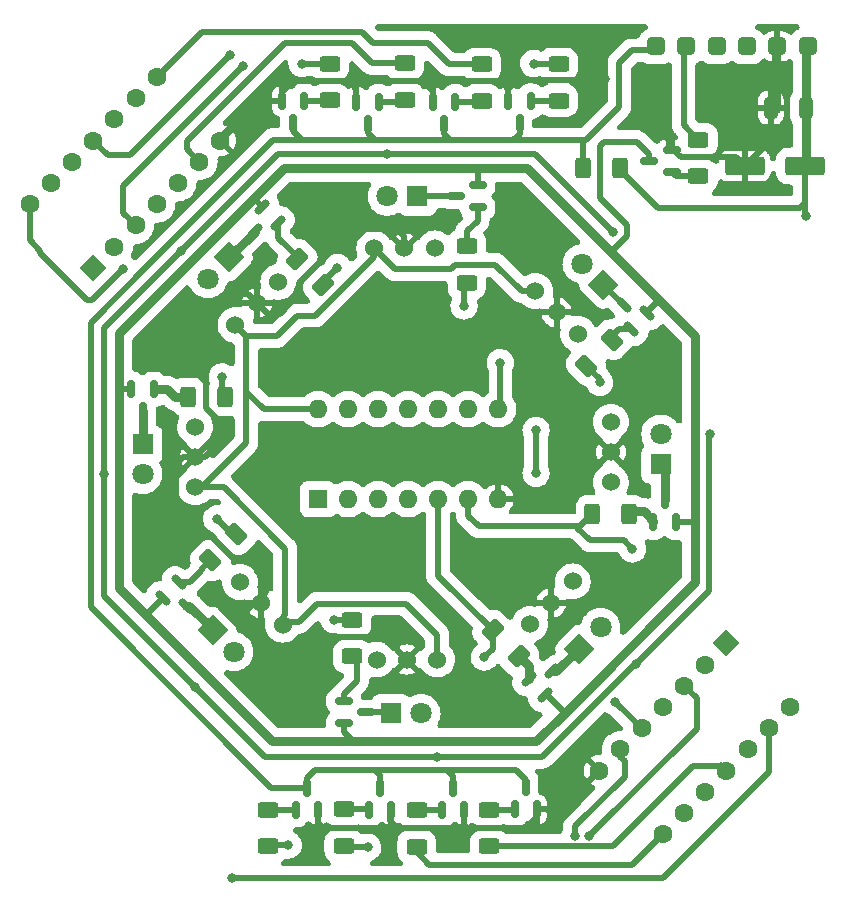
<source format=gtl>
G04 #@! TF.GenerationSoftware,KiCad,Pcbnew,(6.0.11)*
G04 #@! TF.CreationDate,2024-04-06T01:18:53+03:00*
G04 #@! TF.ProjectId,communication_module_PCB,636f6d6d-756e-4696-9361-74696f6e5f6d,rev?*
G04 #@! TF.SameCoordinates,Original*
G04 #@! TF.FileFunction,Copper,L1,Top*
G04 #@! TF.FilePolarity,Positive*
%FSLAX46Y46*%
G04 Gerber Fmt 4.6, Leading zero omitted, Abs format (unit mm)*
G04 Created by KiCad (PCBNEW (6.0.11)) date 2024-04-06 01:18:53*
%MOMM*%
%LPD*%
G01*
G04 APERTURE LIST*
G04 Aperture macros list*
%AMRoundRect*
0 Rectangle with rounded corners*
0 $1 Rounding radius*
0 $2 $3 $4 $5 $6 $7 $8 $9 X,Y pos of 4 corners*
0 Add a 4 corners polygon primitive as box body*
4,1,4,$2,$3,$4,$5,$6,$7,$8,$9,$2,$3,0*
0 Add four circle primitives for the rounded corners*
1,1,$1+$1,$2,$3*
1,1,$1+$1,$4,$5*
1,1,$1+$1,$6,$7*
1,1,$1+$1,$8,$9*
0 Add four rect primitives between the rounded corners*
20,1,$1+$1,$2,$3,$4,$5,0*
20,1,$1+$1,$4,$5,$6,$7,0*
20,1,$1+$1,$6,$7,$8,$9,0*
20,1,$1+$1,$8,$9,$2,$3,0*%
%AMHorizOval*
0 Thick line with rounded ends*
0 $1 width*
0 $2 $3 position (X,Y) of the first rounded end (center of the circle)*
0 $4 $5 position (X,Y) of the second rounded end (center of the circle)*
0 Add line between two ends*
20,1,$1,$2,$3,$4,$5,0*
0 Add two circle primitives to create the rounded ends*
1,1,$1,$2,$3*
1,1,$1,$4,$5*%
%AMRotRect*
0 Rectangle, with rotation*
0 The origin of the aperture is its center*
0 $1 length*
0 $2 width*
0 $3 Rotation angle, in degrees counterclockwise*
0 Add horizontal line*
21,1,$1,$2,0,0,$3*%
G04 Aperture macros list end*
G04 #@! TA.AperFunction,SMDPad,CuDef*
%ADD10RoundRect,0.150000X-0.587500X-0.150000X0.587500X-0.150000X0.587500X0.150000X-0.587500X0.150000X0*%
G04 #@! TD*
G04 #@! TA.AperFunction,SMDPad,CuDef*
%ADD11RoundRect,0.250000X-0.625000X0.400000X-0.625000X-0.400000X0.625000X-0.400000X0.625000X0.400000X0*%
G04 #@! TD*
G04 #@! TA.AperFunction,SMDPad,CuDef*
%ADD12RoundRect,0.250000X0.325000X0.650000X-0.325000X0.650000X-0.325000X-0.650000X0.325000X-0.650000X0*%
G04 #@! TD*
G04 #@! TA.AperFunction,SMDPad,CuDef*
%ADD13RoundRect,0.150000X-0.150000X0.587500X-0.150000X-0.587500X0.150000X-0.587500X0.150000X0.587500X0*%
G04 #@! TD*
G04 #@! TA.AperFunction,SMDPad,CuDef*
%ADD14RoundRect,0.250000X0.625000X-0.400000X0.625000X0.400000X-0.625000X0.400000X-0.625000X-0.400000X0*%
G04 #@! TD*
G04 #@! TA.AperFunction,ComponentPad*
%ADD15R,1.800000X1.800000*%
G04 #@! TD*
G04 #@! TA.AperFunction,ComponentPad*
%ADD16C,1.800000*%
G04 #@! TD*
G04 #@! TA.AperFunction,SMDPad,CuDef*
%ADD17RoundRect,0.150000X0.587500X0.150000X-0.587500X0.150000X-0.587500X-0.150000X0.587500X-0.150000X0*%
G04 #@! TD*
G04 #@! TA.AperFunction,ComponentPad*
%ADD18C,1.524000*%
G04 #@! TD*
G04 #@! TA.AperFunction,SMDPad,CuDef*
%ADD19RoundRect,0.150000X0.150000X-0.587500X0.150000X0.587500X-0.150000X0.587500X-0.150000X-0.587500X0*%
G04 #@! TD*
G04 #@! TA.AperFunction,ComponentPad*
%ADD20RoundRect,0.381000X0.381000X0.381000X-0.381000X0.381000X-0.381000X-0.381000X0.381000X-0.381000X0*%
G04 #@! TD*
G04 #@! TA.AperFunction,SMDPad,CuDef*
%ADD21RoundRect,0.250000X-0.724784X-0.159099X-0.159099X-0.724784X0.724784X0.159099X0.159099X0.724784X0*%
G04 #@! TD*
G04 #@! TA.AperFunction,SMDPad,CuDef*
%ADD22RoundRect,0.150000X0.309359X0.521491X-0.521491X-0.309359X-0.309359X-0.521491X0.521491X0.309359X0*%
G04 #@! TD*
G04 #@! TA.AperFunction,ComponentPad*
%ADD23RotRect,1.800000X1.800000X45.000000*%
G04 #@! TD*
G04 #@! TA.AperFunction,SMDPad,CuDef*
%ADD24RoundRect,0.250000X0.400000X0.625000X-0.400000X0.625000X-0.400000X-0.625000X0.400000X-0.625000X0*%
G04 #@! TD*
G04 #@! TA.AperFunction,SMDPad,CuDef*
%ADD25RoundRect,0.150000X-0.521491X0.309359X0.309359X-0.521491X0.521491X-0.309359X-0.309359X0.521491X0*%
G04 #@! TD*
G04 #@! TA.AperFunction,SMDPad,CuDef*
%ADD26RoundRect,0.250000X-0.400000X-0.625000X0.400000X-0.625000X0.400000X0.625000X-0.400000X0.625000X0*%
G04 #@! TD*
G04 #@! TA.AperFunction,ComponentPad*
%ADD27RotRect,1.800000X1.800000X135.000000*%
G04 #@! TD*
G04 #@! TA.AperFunction,SMDPad,CuDef*
%ADD28RoundRect,0.150000X0.521491X-0.309359X-0.309359X0.521491X-0.521491X0.309359X0.309359X-0.521491X0*%
G04 #@! TD*
G04 #@! TA.AperFunction,ComponentPad*
%ADD29RotRect,1.800000X1.800000X315.000000*%
G04 #@! TD*
G04 #@! TA.AperFunction,ComponentPad*
%ADD30RotRect,1.600000X1.600000X135.000000*%
G04 #@! TD*
G04 #@! TA.AperFunction,ComponentPad*
%ADD31HorizOval,1.600000X0.000000X0.000000X0.000000X0.000000X0*%
G04 #@! TD*
G04 #@! TA.AperFunction,ComponentPad*
%ADD32O,1.600000X1.600000*%
G04 #@! TD*
G04 #@! TA.AperFunction,ComponentPad*
%ADD33R,1.600000X1.600000*%
G04 #@! TD*
G04 #@! TA.AperFunction,SMDPad,CuDef*
%ADD34RoundRect,0.250000X0.724784X0.159099X0.159099X0.724784X-0.724784X-0.159099X-0.159099X-0.724784X0*%
G04 #@! TD*
G04 #@! TA.AperFunction,SMDPad,CuDef*
%ADD35RoundRect,0.150000X-0.309359X-0.521491X0.521491X0.309359X0.309359X0.521491X-0.521491X-0.309359X0*%
G04 #@! TD*
G04 #@! TA.AperFunction,ComponentPad*
%ADD36RotRect,1.600000X1.600000X315.000000*%
G04 #@! TD*
G04 #@! TA.AperFunction,ComponentPad*
%ADD37HorizOval,1.600000X0.000000X0.000000X0.000000X0.000000X0*%
G04 #@! TD*
G04 #@! TA.AperFunction,ComponentPad*
%ADD38RotRect,1.800000X1.800000X225.000000*%
G04 #@! TD*
G04 #@! TA.AperFunction,SMDPad,CuDef*
%ADD39RoundRect,0.250000X1.412500X0.550000X-1.412500X0.550000X-1.412500X-0.550000X1.412500X-0.550000X0*%
G04 #@! TD*
G04 #@! TA.AperFunction,SMDPad,CuDef*
%ADD40RoundRect,0.250000X0.159099X-0.724784X0.724784X-0.159099X-0.159099X0.724784X-0.724784X0.159099X0*%
G04 #@! TD*
G04 #@! TA.AperFunction,SMDPad,CuDef*
%ADD41RoundRect,0.250000X-0.159099X0.724784X-0.724784X0.159099X0.159099X-0.724784X0.724784X-0.159099X0*%
G04 #@! TD*
G04 #@! TA.AperFunction,ViaPad*
%ADD42C,0.800000*%
G04 #@! TD*
G04 #@! TA.AperFunction,Conductor*
%ADD43C,0.500000*%
G04 #@! TD*
G04 #@! TA.AperFunction,Conductor*
%ADD44C,0.750000*%
G04 #@! TD*
G04 APERTURE END LIST*
D10*
X42194000Y-70467971D03*
X42194000Y-72367971D03*
X44069000Y-71417971D03*
D11*
X42197000Y-79646200D03*
X42197000Y-82746200D03*
X48369200Y-79697000D03*
X48369200Y-82797000D03*
D12*
X81307200Y-20243800D03*
X78357200Y-20243800D03*
D13*
X26122059Y-44064471D03*
X24222059Y-44064471D03*
X25172059Y-45939471D03*
D14*
X41033700Y-19621500D03*
X41033700Y-16521500D03*
D13*
X44218900Y-21598100D03*
X43268900Y-19723100D03*
X45168900Y-19723100D03*
X58046700Y-19672300D03*
X56146700Y-19672300D03*
X57096700Y-21547300D03*
D15*
X48418059Y-27729971D03*
D16*
X45878059Y-27729971D03*
D17*
X68087000Y-24726900D03*
X69962000Y-23776900D03*
X69962000Y-25676900D03*
D18*
X29616000Y-52367971D03*
X29616000Y-49802571D03*
X29616000Y-47237171D03*
D19*
X56664800Y-79644500D03*
X58564800Y-79644500D03*
X57614800Y-77769500D03*
X38138000Y-79672200D03*
X40038000Y-79672200D03*
X39088000Y-77797200D03*
X44320400Y-79695300D03*
X46220400Y-79695300D03*
X45270400Y-77820300D03*
D20*
X81470500Y-15049500D03*
X78905100Y-15049500D03*
X76339700Y-15049500D03*
X73774300Y-15049500D03*
X71208900Y-15049500D03*
X68643500Y-15049500D03*
D21*
X38257468Y-33075868D03*
X40449500Y-35267900D03*
D22*
X36666723Y-30024810D03*
X35323220Y-28681307D03*
X34669146Y-30678884D03*
D11*
X35770800Y-79671600D03*
X35770800Y-82771600D03*
D23*
X62146869Y-66028861D03*
D16*
X63942920Y-64232810D03*
D24*
X66346059Y-54653971D03*
X63246059Y-54653971D03*
D11*
X54541400Y-79671600D03*
X54541400Y-82771600D03*
D25*
X28228898Y-60431307D03*
X26885395Y-61774810D03*
X28882972Y-62428884D03*
D14*
X42926000Y-66701000D03*
X42926000Y-63601000D03*
D15*
X25198059Y-48730771D03*
D16*
X25198059Y-51270771D03*
D18*
X50114200Y-66956059D03*
X47548800Y-66956059D03*
X44983400Y-66956059D03*
X33411167Y-60389048D03*
X35225179Y-62203060D03*
X37039190Y-64017071D03*
D13*
X38834100Y-19676899D03*
X36934100Y-19676899D03*
X37884100Y-21551899D03*
D26*
X29044300Y-44716700D03*
X32144300Y-44716700D03*
D18*
X64821459Y-46830771D03*
X64821459Y-49396171D03*
X64821459Y-51961571D03*
D27*
X64173620Y-35235532D03*
D16*
X62377569Y-33439481D03*
D14*
X60388500Y-19647500D03*
X60388500Y-16547500D03*
D11*
X72237600Y-22936200D03*
X72237600Y-26036200D03*
D28*
X66565220Y-38970635D03*
X67908723Y-37627132D03*
X65911146Y-36973058D03*
D29*
X31096949Y-64497949D03*
D16*
X32893000Y-66294000D03*
D14*
X47383700Y-19545300D03*
X47383700Y-16445300D03*
D18*
X49911659Y-32147912D03*
X47346259Y-32147912D03*
X44780859Y-32147912D03*
D15*
X46208000Y-71518971D03*
D16*
X48748000Y-71518971D03*
D18*
X61594801Y-60333017D03*
X59780790Y-62147028D03*
X57966778Y-63961040D03*
D15*
X69049900Y-50411300D03*
D16*
X69049900Y-47871300D03*
D18*
X62036319Y-39384410D03*
X60222307Y-37570398D03*
X58408296Y-35756387D03*
D30*
X20989746Y-33798054D03*
D31*
X22785797Y-32002003D03*
X24581848Y-30205952D03*
X26377900Y-28409900D03*
X28173951Y-26613849D03*
X29970002Y-24817798D03*
X31766053Y-23021747D03*
X26377900Y-17633593D03*
X24581848Y-19429644D03*
X22785797Y-21225695D03*
X20989746Y-23021747D03*
X19193695Y-24817798D03*
X17397644Y-26613849D03*
X15601592Y-28409900D03*
D32*
X40026059Y-45755971D03*
X42566059Y-45755971D03*
X45106059Y-45755971D03*
X47646059Y-45755971D03*
X50186059Y-45755971D03*
X52726059Y-45755971D03*
X55266059Y-45755971D03*
X55266059Y-53375971D03*
X52726059Y-53375971D03*
X50186059Y-53375971D03*
X47646059Y-53375971D03*
X45106059Y-53375971D03*
X42566059Y-53375971D03*
D33*
X40026059Y-53375971D03*
D34*
X57002075Y-66671987D03*
X54810043Y-64479955D03*
D35*
X57873395Y-68615132D03*
X59216898Y-69958635D03*
X59870972Y-67961058D03*
D18*
X33036988Y-38607161D03*
X34850999Y-36793150D03*
X36665011Y-34979138D03*
D36*
X74599383Y-65594005D03*
D37*
X72803332Y-67390056D03*
X71007281Y-69186107D03*
X69211229Y-70982159D03*
X67415178Y-72778210D03*
X65619127Y-74574261D03*
X63823076Y-76370312D03*
X69211229Y-81758466D03*
X71007281Y-79962415D03*
X72803332Y-78166364D03*
X74599383Y-76370312D03*
X76395434Y-74574261D03*
X78191485Y-72778210D03*
X79987537Y-70982159D03*
D38*
X32484920Y-32911316D03*
D16*
X30688869Y-34707367D03*
D11*
X52616100Y-31939900D03*
X52616100Y-35039900D03*
D39*
X81226700Y-25171400D03*
X76151700Y-25171400D03*
D24*
X65596100Y-25336500D03*
X62496100Y-25336500D03*
D40*
X30920684Y-58563516D03*
X33112716Y-56371484D03*
D19*
X50518000Y-79695300D03*
X52418000Y-79695300D03*
X51468000Y-77820300D03*
D17*
X53541559Y-28679971D03*
X53541559Y-26779971D03*
X51666559Y-27729971D03*
D13*
X51635700Y-19725401D03*
X49735700Y-19725401D03*
X50685700Y-21600401D03*
D14*
X53886100Y-16572900D03*
X53886100Y-19672900D03*
D41*
X64906891Y-39883344D03*
X62714859Y-42075376D03*
D19*
X68418059Y-55337471D03*
X70318059Y-55337471D03*
X69368059Y-53462471D03*
D42*
X23507700Y-33870900D03*
X81381600Y-29387800D03*
X67665600Y-21945600D03*
X61709300Y-53352700D03*
X39585900Y-31076900D03*
X64325500Y-17843500D03*
X63868300Y-43497500D03*
X52387500Y-37020500D03*
X41668700Y-33769300D03*
X31915100Y-43014900D03*
X31432500Y-55054500D03*
X41389300Y-63588900D03*
X54102000Y-66751200D03*
X66636900Y-57594500D03*
X37503100Y-82664300D03*
X62953900Y-81922100D03*
X61760100Y-81922100D03*
X44234100Y-82842100D03*
X38671500Y-16497300D03*
X33655000Y-16738600D03*
X32588200Y-15748000D03*
X58280300Y-16497300D03*
X58483500Y-51193700D03*
X58483500Y-47536100D03*
X55460900Y-41821100D03*
X65199984Y-70563016D03*
X32702500Y-85432900D03*
X29578300Y-69253100D03*
X28384500Y-32397700D03*
X50101500Y-75196700D03*
X73215500Y-47866300D03*
X21907500Y-51219100D03*
X45834300Y-24142700D03*
X64985900Y-30746700D03*
X66916300Y-67322700D03*
D43*
X28632629Y-49802571D02*
X29616000Y-49802571D01*
X27978100Y-50457100D02*
X28632629Y-49802571D01*
X27978100Y-54775100D02*
X27978100Y-50457100D01*
X29349700Y-56146700D02*
X27978100Y-54775100D01*
X30619700Y-56146700D02*
X29349700Y-56146700D01*
X34226500Y-58331100D02*
X32804100Y-58331100D01*
X35623500Y-59728100D02*
X34226500Y-58331100D01*
X35623500Y-61212285D02*
X35623500Y-59728100D01*
X34034285Y-62801500D02*
X35623500Y-61212285D01*
X33997900Y-62801500D02*
X34034285Y-62801500D01*
X36334700Y-65976500D02*
X33997900Y-63639700D01*
X33997900Y-63639700D02*
X33997900Y-62801500D01*
X46736000Y-65405000D02*
X46418500Y-65087500D01*
X32804100Y-58331100D02*
X30619700Y-56146700D01*
X40500300Y-65976500D02*
X36334700Y-65976500D01*
X47548800Y-66956059D02*
X46736000Y-66143259D01*
X46736000Y-66143259D02*
X46736000Y-65405000D01*
X46418500Y-65087500D02*
X41389300Y-65087500D01*
X41389300Y-65087500D02*
X40500300Y-65976500D01*
X50114200Y-64846200D02*
X50114200Y-66956059D01*
X47485300Y-62217300D02*
X50114200Y-64846200D01*
X46107000Y-71417971D02*
X46208000Y-71518971D01*
X44069000Y-71417971D02*
X46107000Y-71417971D01*
X43319700Y-68790330D02*
X43319700Y-66739100D01*
X42194000Y-70467971D02*
X42194000Y-69916030D01*
X42194000Y-69916030D02*
X43319700Y-68790330D01*
X42194000Y-73080400D02*
X42989500Y-73875900D01*
X42194000Y-72367971D02*
X42194000Y-73080400D01*
X65596100Y-25336500D02*
X65596100Y-25489500D01*
X30182029Y-52367971D02*
X29616000Y-52367971D01*
X44780859Y-32841541D02*
X39789100Y-37833300D01*
X46554647Y-33921700D02*
X44780859Y-32147912D01*
X55029100Y-33515300D02*
X51650900Y-33515300D01*
X16522700Y-32575500D02*
X16522700Y-32372300D01*
X20434300Y-36487100D02*
X16522700Y-32575500D01*
D44*
X81368900Y-15379700D02*
X81368900Y-25029200D01*
D43*
X81226700Y-25171400D02*
X81226700Y-29232900D01*
X29616000Y-52367971D02*
X32047971Y-52367971D01*
X36512500Y-39585900D02*
X34505900Y-39585900D01*
X32047971Y-52367971D02*
X37249100Y-57569100D01*
X37249100Y-63214707D02*
X36709904Y-63753903D01*
X35428425Y-45755971D02*
X33964927Y-44292473D01*
X40026059Y-45755971D02*
X35428425Y-45755971D01*
X20916900Y-36487100D02*
X20434300Y-36487100D01*
D44*
X81368900Y-25029200D02*
X81226700Y-25171400D01*
D43*
X38265100Y-37833300D02*
X36512500Y-39585900D01*
X81226700Y-28298100D02*
X81226700Y-25171400D01*
X37249100Y-57569100D02*
X37249100Y-63214707D01*
X65596100Y-25489500D02*
X68808600Y-28702000D01*
X33964927Y-39535100D02*
X33036988Y-38607161D01*
X23507700Y-33896300D02*
X20916900Y-36487100D01*
X33964927Y-44292473D02*
X33964927Y-48585073D01*
X33964927Y-39535100D02*
X33964927Y-44292473D01*
X80822800Y-28702000D02*
X81226700Y-28298100D01*
X23507700Y-33870900D02*
X23507700Y-33896300D01*
X33964927Y-48585073D02*
X30182029Y-52367971D01*
X58408296Y-35756387D02*
X57270187Y-35756387D01*
X51244500Y-33921700D02*
X46554647Y-33921700D01*
X16522700Y-32372300D02*
X15601592Y-31451192D01*
X34505900Y-39585900D02*
X34455100Y-39535100D01*
X39789100Y-37833300D02*
X38265100Y-37833300D01*
X15601592Y-31451192D02*
X15601592Y-28409900D01*
X39966900Y-62217300D02*
X47485300Y-62217300D01*
X44780859Y-32147912D02*
X44780859Y-32841541D01*
X51650900Y-33515300D02*
X51244500Y-33921700D01*
X57270187Y-35756387D02*
X55029100Y-33515300D01*
X81226700Y-29232900D02*
X81381600Y-29387800D01*
X34455100Y-39535100D02*
X33964927Y-39535100D01*
X36709904Y-63753903D02*
X38430297Y-63753903D01*
X38430297Y-63753903D02*
X39966900Y-62217300D01*
X68808600Y-28702000D02*
X80822800Y-28702000D01*
X42125900Y-31407100D02*
X42075100Y-31407100D01*
X40012600Y-79697600D02*
X40038000Y-79672200D01*
X48933100Y-17995900D02*
X55511700Y-17995900D01*
X30568900Y-38519100D02*
X30568900Y-45072300D01*
X42075100Y-31407100D02*
X40690800Y-32791400D01*
X52357000Y-79756300D02*
X52418000Y-79695300D01*
X57640200Y-81221600D02*
X52661800Y-81221600D01*
X67665600Y-21945600D02*
X68300600Y-22580600D01*
D44*
X78803500Y-15379700D02*
X78803500Y-20386000D01*
D43*
X56857900Y-17919700D02*
X56146700Y-18630900D01*
X46697900Y-30492700D02*
X43040300Y-30492700D01*
X52661800Y-81221600D02*
X46743600Y-81221600D01*
X46159400Y-80637400D02*
X46159400Y-79756300D01*
X38519100Y-34963100D02*
X38519100Y-35953700D01*
X40444400Y-81221600D02*
X40012600Y-80789800D01*
X42608500Y-17995900D02*
X48933100Y-17995900D01*
X49735700Y-18798500D02*
X49735700Y-19725401D01*
X62090300Y-79057500D02*
X62090300Y-78103088D01*
X48933100Y-17995900D02*
X49735700Y-18798500D01*
X30518100Y-45681900D02*
X31534100Y-46697900D01*
X78357200Y-20243800D02*
X78357200Y-22965900D01*
X58564800Y-79644500D02*
X58564800Y-80297000D01*
X59926200Y-81221600D02*
X62090300Y-79057500D01*
X43268900Y-18656300D02*
X43268900Y-19723100D01*
X64249300Y-17919700D02*
X56857900Y-17919700D01*
X56146700Y-18630900D02*
X56146700Y-19672300D01*
X34850999Y-36793150D02*
X34087749Y-36029900D01*
X52661800Y-81221600D02*
X52357000Y-80916800D01*
X78661300Y-20243800D02*
X78803500Y-20386000D01*
X34087749Y-36029900D02*
X33058100Y-36029900D01*
X75415100Y-24434800D02*
X76151700Y-25171400D01*
X58564800Y-80297000D02*
X57640200Y-81221600D01*
X30568900Y-45072300D02*
X30518100Y-45123100D01*
X62090300Y-78103088D02*
X63823076Y-76370312D01*
X47346259Y-31141059D02*
X46697900Y-30492700D01*
X31534100Y-46697900D02*
X31534100Y-48704500D01*
X69316600Y-22580600D02*
X69773800Y-23037800D01*
X64325500Y-17843500D02*
X64249300Y-17919700D01*
X52357000Y-80916800D02*
X52357000Y-79756300D01*
X69773800Y-23588700D02*
X69962000Y-23776900D01*
X57640200Y-81221600D02*
X59926200Y-81221600D01*
X36766500Y-37706300D02*
X35764149Y-37706300D01*
X36934100Y-19676899D02*
X34882301Y-19676899D01*
X34882301Y-19676899D02*
X31766053Y-22793147D01*
X46743600Y-81221600D02*
X46159400Y-80637400D01*
X38519100Y-35953700D02*
X36766500Y-37706300D01*
X40690800Y-32791400D02*
X38519100Y-34963100D01*
X39585900Y-31076900D02*
X39585900Y-31686500D01*
X40012600Y-80789800D02*
X40012600Y-79697600D01*
X55266059Y-53375971D02*
X61686029Y-53375971D01*
X47346259Y-32147912D02*
X47346259Y-31141059D01*
X30436029Y-49802571D02*
X29616000Y-49802571D01*
X36934100Y-19676899D02*
X36934100Y-18945900D01*
X68300600Y-22580600D02*
X69316600Y-22580600D01*
X69773800Y-23037800D02*
X69773800Y-23588700D01*
X31534100Y-48704500D02*
X30436029Y-49802571D01*
X70739000Y-24434800D02*
X75415100Y-24434800D01*
X30518100Y-45123100D02*
X30518100Y-45681900D01*
X37884100Y-17995900D02*
X42608500Y-17995900D01*
X31766053Y-22793147D02*
X31766053Y-23021747D01*
X78357200Y-20243800D02*
X78661300Y-20243800D01*
X46743600Y-81221600D02*
X40444400Y-81221600D01*
X70081100Y-23776900D02*
X70739000Y-24434800D01*
X42608500Y-17995900D02*
X43268900Y-18656300D01*
X55511700Y-17995900D02*
X56146700Y-18630900D01*
X69962000Y-23776900D02*
X70081100Y-23776900D01*
X36934100Y-18945900D02*
X37884100Y-17995900D01*
X36934101Y-19405399D02*
X36934100Y-19676899D01*
X61686029Y-53375971D02*
X61709300Y-53352700D01*
X46159400Y-79756300D02*
X46220400Y-79695300D01*
X33058100Y-36029900D02*
X30568900Y-38519100D01*
X35764149Y-37706300D02*
X34850999Y-36793150D01*
X43040300Y-30492700D02*
X42125900Y-31407100D01*
X78357200Y-22965900D02*
X76151700Y-25171400D01*
X39585900Y-31686500D02*
X40690800Y-32791400D01*
X39408100Y-22974300D02*
X44843700Y-22974300D01*
X57614800Y-77157600D02*
X56803200Y-76346000D01*
X44218900Y-22349500D02*
X44843700Y-22974300D01*
X50958800Y-76346000D02*
X44888200Y-76346000D01*
X62725300Y-22974300D02*
X65544700Y-20154900D01*
X66586100Y-15379700D02*
X68541900Y-15379700D01*
X51193700Y-22974300D02*
X56553100Y-22974300D01*
X44218900Y-21598100D02*
X44218900Y-22349500D01*
X39088000Y-76990000D02*
X39088000Y-77797200D01*
X45270400Y-77820300D02*
X45270400Y-76728200D01*
X20764500Y-38442900D02*
X20764500Y-62496700D01*
X39732000Y-76346000D02*
X39088000Y-76990000D01*
X62496100Y-25336500D02*
X62496100Y-23024500D01*
X50685700Y-21600401D02*
X50685700Y-22466300D01*
X57614800Y-77769500D02*
X57614800Y-77157600D01*
X56553100Y-22974300D02*
X62445900Y-22974300D01*
X50685700Y-22466300D02*
X51193700Y-22974300D01*
X25717500Y-33489900D02*
X20764500Y-38442900D01*
X36207700Y-22974300D02*
X25717500Y-33464500D01*
X45270400Y-76728200D02*
X44888200Y-76346000D01*
X56553100Y-22974300D02*
X57096700Y-22430700D01*
X65544700Y-20154900D02*
X65544700Y-16421100D01*
X56803200Y-76346000D02*
X50958800Y-76346000D01*
X57096700Y-22430700D02*
X57096700Y-21547300D01*
X20764500Y-62496700D02*
X36065000Y-77797200D01*
X44888200Y-76346000D02*
X39732000Y-76346000D01*
X37884100Y-22186900D02*
X38671500Y-22974300D01*
X36065000Y-77797200D02*
X39088000Y-77797200D01*
X44843700Y-22974300D02*
X51193700Y-22974300D01*
X62496100Y-23024500D02*
X62445900Y-22974300D01*
X25717500Y-33464500D02*
X25717500Y-33489900D01*
X38671500Y-22974300D02*
X39408100Y-22974300D01*
X51468000Y-77820300D02*
X51468000Y-76855200D01*
X65544700Y-16421100D02*
X66586100Y-15379700D01*
X51468000Y-76855200D02*
X50958800Y-76346000D01*
X39408100Y-22974300D02*
X36207700Y-22974300D01*
X62445900Y-22974300D02*
X62725300Y-22974300D01*
X37884100Y-21551899D02*
X37884100Y-22186900D01*
X63868300Y-43228817D02*
X62714859Y-42075376D01*
X63868300Y-43497500D02*
X63868300Y-43228817D01*
X52387500Y-37020500D02*
X52387500Y-35268500D01*
X52387500Y-35268500D02*
X52616100Y-35039900D01*
X40449500Y-35267900D02*
X40449500Y-34988500D01*
X40449500Y-34988500D02*
X41668700Y-33769300D01*
X31915100Y-43014900D02*
X31915100Y-44487500D01*
X31915100Y-44487500D02*
X32144300Y-44716700D01*
X70980300Y-21678900D02*
X72237600Y-22936200D01*
X70980300Y-15506700D02*
X70980300Y-21678900D01*
X71107300Y-15379700D02*
X70980300Y-15506700D01*
X33112716Y-56371484D02*
X32749484Y-56371484D01*
X32749484Y-56371484D02*
X31432500Y-55054500D01*
X43269500Y-63588900D02*
X43319700Y-63639100D01*
X41389300Y-63588900D02*
X43269500Y-63588900D01*
X43460059Y-63498741D02*
X43319700Y-63639100D01*
X50186059Y-53375971D02*
X50186059Y-59855971D01*
X54810043Y-64479955D02*
X54810043Y-66043157D01*
X54102000Y-66751200D02*
X54063900Y-66789300D01*
X54810043Y-66043157D02*
X54102000Y-66751200D01*
X50186059Y-59855971D02*
X54810043Y-64479955D01*
X53620059Y-55669971D02*
X61982829Y-55669971D01*
X52726059Y-53375971D02*
X52726059Y-54775971D01*
X62230059Y-55669971D02*
X63246059Y-54653971D01*
X63055500Y-56857900D02*
X61982829Y-55785229D01*
X61982829Y-55669971D02*
X62230059Y-55669971D01*
X52726059Y-54775971D02*
X53620059Y-55669971D01*
X66636900Y-57594500D02*
X65900300Y-56857900D01*
X61982829Y-55785229D02*
X61982829Y-55669971D01*
X65900300Y-56857900D02*
X63055500Y-56857900D01*
X37503100Y-82664300D02*
X35878100Y-82664300D01*
X72072500Y-70251326D02*
X71007281Y-69186107D01*
X72072500Y-72834500D02*
X72072500Y-70251326D01*
X62953900Y-81922100D02*
X62984900Y-81922100D01*
X62984900Y-81922100D02*
X72072500Y-72834500D01*
X35878100Y-82664300D02*
X35770800Y-82771600D01*
X44234100Y-82842100D02*
X42292900Y-82842100D01*
X65619127Y-75194927D02*
X65619127Y-74574261D01*
X65976500Y-76873100D02*
X65976500Y-75552300D01*
X61760100Y-81089500D02*
X65976500Y-76873100D01*
X61760100Y-81922100D02*
X61760100Y-81089500D01*
X65976500Y-75552300D02*
X65619127Y-75194927D01*
X42292900Y-82842100D02*
X42197000Y-82746200D01*
X48369200Y-82797000D02*
X48369200Y-83294200D01*
X49415700Y-84340700D02*
X66628995Y-84340700D01*
X48369200Y-83294200D02*
X49415700Y-84340700D01*
X66628995Y-84340700D02*
X69211229Y-81758466D01*
X74162371Y-75933300D02*
X74599383Y-76370312D01*
X71767700Y-75984100D02*
X73469500Y-75984100D01*
X74719312Y-76370312D02*
X74599383Y-76370312D01*
X74136971Y-75907900D02*
X74599383Y-76370312D01*
X64980200Y-82771600D02*
X71767700Y-75984100D01*
X73520300Y-75933300D02*
X74162371Y-75933300D01*
X73469500Y-75984100D02*
X73520300Y-75933300D01*
X54541400Y-82771600D02*
X64980200Y-82771600D01*
X33655000Y-16738600D02*
X23533100Y-26860500D01*
X38695700Y-16521500D02*
X38671500Y-16497300D01*
X41033700Y-16521500D02*
X38695700Y-16521500D01*
X23533100Y-26860500D02*
X23533100Y-29157204D01*
X23533100Y-29157204D02*
X24581848Y-30205952D01*
X47383700Y-16445300D02*
X44588500Y-16445300D01*
X37223700Y-14719300D02*
X28917900Y-23025100D01*
X42862500Y-14719300D02*
X37223700Y-14719300D01*
X28917900Y-23025100D02*
X28917900Y-23765696D01*
X44588500Y-16445300D02*
X42862500Y-14719300D01*
X28917900Y-23765696D02*
X29970002Y-24817798D01*
X49314100Y-14770100D02*
X44716700Y-14770100D01*
X43776900Y-13830300D02*
X30181193Y-13830300D01*
X51116900Y-16572900D02*
X49314100Y-14770100D01*
X53886100Y-16572900D02*
X51116900Y-16572900D01*
X30181193Y-13830300D02*
X26377900Y-17633593D01*
X44716700Y-14770100D02*
X43776900Y-13830300D01*
X32588200Y-15748000D02*
X24066500Y-24269700D01*
X58330500Y-16547500D02*
X58280300Y-16497300D01*
X22237699Y-24269700D02*
X20989746Y-23021747D01*
X24066500Y-24269700D02*
X22237699Y-24269700D01*
X60388500Y-16547500D02*
X58330500Y-16547500D01*
X58483500Y-51193700D02*
X58483500Y-47536100D01*
X55460900Y-41821100D02*
X55460900Y-45561130D01*
X55460900Y-45561130D02*
X55266059Y-45755971D01*
X67415178Y-72778210D02*
X65199984Y-70563016D01*
X65185468Y-70548500D02*
X65138300Y-70548500D01*
X65199984Y-70563016D02*
X65185468Y-70548500D01*
X69253100Y-85432900D02*
X78168500Y-76517500D01*
X78168500Y-75425300D02*
X78191485Y-75402315D01*
X78191485Y-75402315D02*
X78191485Y-72778210D01*
X78168500Y-76517500D02*
X78168500Y-75425300D01*
X32702500Y-85432900D02*
X69253100Y-85432900D01*
D44*
X23177500Y-60921900D02*
X25463500Y-63207900D01*
X64846200Y-32486600D02*
X57721500Y-25361900D01*
D43*
X35323220Y-28681307D02*
X35323220Y-28617620D01*
X68087000Y-24726900D02*
X68087000Y-24195800D01*
D44*
X53403500Y-25361900D02*
X37147500Y-25361900D01*
D43*
X53541559Y-26779971D02*
X53541559Y-25499959D01*
D44*
X36131500Y-73875900D02*
X42989500Y-73875900D01*
X57721500Y-25361900D02*
X53403500Y-25361900D01*
D43*
X64262000Y-23114000D02*
X63893700Y-23482300D01*
D44*
X23177500Y-39331900D02*
X23177500Y-44157900D01*
X23177500Y-44157900D02*
X23177500Y-60921900D01*
D43*
X23270929Y-44064471D02*
X23177500Y-44157900D01*
X24222059Y-44064471D02*
X23270929Y-44064471D01*
X35323220Y-28617620D02*
X34607500Y-27901900D01*
X66205100Y-30162500D02*
X66205100Y-31127700D01*
D44*
X60896500Y-71462900D02*
X71945500Y-60413900D01*
X68897500Y-36537900D02*
X64846200Y-32486600D01*
D43*
X71695071Y-55337471D02*
X71945500Y-55587900D01*
D44*
X71945500Y-60413900D02*
X71945500Y-55587900D01*
D43*
X66205100Y-31127700D02*
X64846200Y-32486600D01*
D44*
X37147500Y-25361900D02*
X34607500Y-27901900D01*
D43*
X63893700Y-27851100D02*
X66205100Y-30162500D01*
X26885395Y-61786005D02*
X25463500Y-63207900D01*
X67908723Y-37526677D02*
X68897500Y-36537900D01*
D44*
X42989500Y-73875900D02*
X58483500Y-73875900D01*
X71945500Y-39585900D02*
X68389500Y-36029900D01*
D43*
X59216898Y-69958635D02*
X59392235Y-69958635D01*
D44*
X71945500Y-55587900D02*
X71945500Y-46240700D01*
D43*
X70318059Y-55337471D02*
X71695071Y-55337471D01*
X67005200Y-23114000D02*
X64262000Y-23114000D01*
X43030559Y-73834841D02*
X42989500Y-73875900D01*
X26885395Y-61774810D02*
X26885395Y-61786005D01*
D44*
X34607500Y-27901900D02*
X23177500Y-39331900D01*
D43*
X68087000Y-24195800D02*
X67005200Y-23114000D01*
D44*
X71945500Y-46240700D02*
X71945500Y-39585900D01*
D43*
X53541559Y-25499959D02*
X53403500Y-25361900D01*
D44*
X58483500Y-73875900D02*
X60896500Y-71462900D01*
X69151500Y-36791900D02*
X68897500Y-36537900D01*
D43*
X59392235Y-69958635D02*
X60896500Y-71462900D01*
X67908723Y-37627132D02*
X67908723Y-37526677D01*
X63893700Y-23482300D02*
X63893700Y-27851100D01*
D44*
X25463500Y-63207900D02*
X36131500Y-73875900D01*
X69368059Y-50467971D02*
X69393459Y-50442571D01*
X69368059Y-53462471D02*
X69368059Y-50467971D01*
D43*
X66916300Y-67322700D02*
X73113900Y-61125100D01*
X28384500Y-32397700D02*
X21907500Y-38874700D01*
X21907500Y-61582300D02*
X29578300Y-69253100D01*
X29578300Y-69253100D02*
X35521900Y-75196700D01*
X58991500Y-75196700D02*
X66916300Y-67271900D01*
X58381900Y-24142700D02*
X36639500Y-24142700D01*
X21907500Y-38874700D02*
X21907500Y-51219100D01*
X35521900Y-75196700D02*
X58991500Y-75196700D01*
X73113900Y-61125100D02*
X73113900Y-47764700D01*
X64985900Y-30746700D02*
X58381900Y-24142700D01*
X21907500Y-51219100D02*
X21907500Y-61582300D01*
X36639500Y-24142700D02*
X28384500Y-32397700D01*
D44*
X60214672Y-67961058D02*
X62146869Y-66028861D01*
X59870972Y-67961058D02*
X60214672Y-67961058D01*
X29136972Y-62428884D02*
X31014059Y-64305971D01*
X28882972Y-62428884D02*
X29136972Y-62428884D01*
X25172059Y-45939471D02*
X25172059Y-48704771D01*
X25172059Y-48704771D02*
X25198059Y-48730771D01*
X34669146Y-30678884D02*
X34669146Y-30727090D01*
X34669146Y-30727090D02*
X32484920Y-32911316D01*
D43*
X51666559Y-27729971D02*
X48418059Y-27729971D01*
X65911146Y-36973058D02*
X64173620Y-35235532D01*
X38137400Y-79671600D02*
X38138000Y-79672200D01*
X35770800Y-79671600D02*
X38137400Y-79671600D01*
X42197000Y-79646200D02*
X44271300Y-79646200D01*
X44271300Y-79646200D02*
X44320400Y-79695300D01*
X50516300Y-79697000D02*
X50518000Y-79695300D01*
X48369200Y-79697000D02*
X50516300Y-79697000D01*
X56637700Y-79671600D02*
X56664800Y-79644500D01*
X54541400Y-79671600D02*
X56637700Y-79671600D01*
X40978301Y-19676899D02*
X41033700Y-19621500D01*
X38834100Y-19676899D02*
X40978301Y-19676899D01*
X47205900Y-19723100D02*
X47383700Y-19545300D01*
X45168900Y-19723100D02*
X47205900Y-19723100D01*
X51635700Y-19725401D02*
X53833599Y-19725401D01*
X53833599Y-19725401D02*
X53886100Y-19672900D01*
X60032900Y-19672300D02*
X60337700Y-19367500D01*
X58046700Y-19672300D02*
X60032900Y-19672300D01*
X70321300Y-26036200D02*
X69962000Y-25676900D01*
X72237600Y-26036200D02*
X70321300Y-26036200D01*
D44*
X66600059Y-54399971D02*
X66346059Y-54653971D01*
X68418059Y-55337471D02*
X68418059Y-55227971D01*
X68418059Y-55227971D02*
X67590059Y-54399971D01*
X67590059Y-54399971D02*
X66600059Y-54399971D01*
X57873395Y-68615132D02*
X57873395Y-67543307D01*
X57873395Y-67543307D02*
X57002075Y-66671987D01*
D43*
X28228898Y-60431307D02*
X29148431Y-60431307D01*
X30101184Y-59383016D02*
X30920684Y-58563516D01*
X30101184Y-59478554D02*
X30101184Y-59383016D01*
X29148431Y-60431307D02*
X30101184Y-59478554D01*
D44*
X27940059Y-44747971D02*
X29013029Y-44747971D01*
X29013029Y-44747971D02*
X29044300Y-44716700D01*
X27256559Y-44064471D02*
X27940059Y-44747971D01*
X26122059Y-44064471D02*
X27256559Y-44064471D01*
D43*
X36666723Y-31231123D02*
X36666723Y-30024810D01*
X38257468Y-32821868D02*
X38257468Y-33075868D01*
X36666723Y-31231123D02*
X38257468Y-32821868D01*
X53541559Y-28679971D02*
X53541559Y-29795841D01*
X52641500Y-30695900D02*
X52641500Y-31914500D01*
X52641500Y-31914500D02*
X52616100Y-31939900D01*
X53541559Y-29795841D02*
X52641500Y-30695900D01*
X66565220Y-38970635D02*
X65493395Y-38970635D01*
X65493395Y-38970635D02*
X64906891Y-39557139D01*
X64906891Y-39557139D02*
X64906891Y-39883344D01*
G04 #@! TA.AperFunction,Conductor*
G36*
X46318528Y-79460520D02*
G01*
X46400444Y-79515256D01*
X46455180Y-79597172D01*
X46474400Y-79693800D01*
X46474400Y-80912922D01*
X46478526Y-80933667D01*
X46481441Y-80934247D01*
X46491567Y-80932806D01*
X46618551Y-80895912D01*
X46647473Y-80883397D01*
X46772899Y-80809221D01*
X46865854Y-80776578D01*
X46964226Y-80781992D01*
X47053038Y-80824640D01*
X47061017Y-80830885D01*
X47094120Y-80857883D01*
X47190604Y-80936573D01*
X47263882Y-80974882D01*
X47356370Y-81023234D01*
X47433097Y-81085035D01*
X47480333Y-81171493D01*
X47490887Y-81269447D01*
X47463153Y-81363983D01*
X47401352Y-81440710D01*
X47356370Y-81470766D01*
X47287775Y-81506627D01*
X47190604Y-81557427D01*
X47033091Y-81685891D01*
X46904627Y-81843404D01*
X46810459Y-82023530D01*
X46754434Y-82218913D01*
X46743700Y-82339184D01*
X46743700Y-83254816D01*
X46754434Y-83375087D01*
X46810459Y-83570470D01*
X46904627Y-83750596D01*
X47033091Y-83908109D01*
X47042998Y-83916189D01*
X47126420Y-83984226D01*
X47189153Y-84060192D01*
X47218040Y-84154383D01*
X47208683Y-84252458D01*
X47162507Y-84339487D01*
X47086541Y-84402220D01*
X46992350Y-84431107D01*
X46966833Y-84432400D01*
X44658063Y-84432400D01*
X44561435Y-84413180D01*
X44479519Y-84358444D01*
X44424783Y-84276528D01*
X44405563Y-84179900D01*
X44424783Y-84083272D01*
X44479519Y-84001356D01*
X44561435Y-83946620D01*
X44576900Y-83940800D01*
X44589842Y-83936407D01*
X44704055Y-83897637D01*
X44802330Y-83842600D01*
X44878441Y-83799976D01*
X44878442Y-83799975D01*
X44888542Y-83794319D01*
X45051112Y-83659112D01*
X45186319Y-83496542D01*
X45224164Y-83428966D01*
X45283979Y-83322158D01*
X45289637Y-83312055D01*
X45317689Y-83229416D01*
X45353884Y-83122790D01*
X45353885Y-83122786D01*
X45357604Y-83111830D01*
X45387946Y-82902570D01*
X45389529Y-82842100D01*
X45373958Y-82672645D01*
X45371241Y-82643071D01*
X45371240Y-82643066D01*
X45370181Y-82631540D01*
X45312786Y-82428031D01*
X45271747Y-82344811D01*
X45224384Y-82248770D01*
X45224383Y-82248769D01*
X45219265Y-82238390D01*
X45092751Y-82068967D01*
X44937481Y-81925437D01*
X44927694Y-81919262D01*
X44927689Y-81919258D01*
X44768441Y-81818780D01*
X44768440Y-81818779D01*
X44758654Y-81812605D01*
X44747911Y-81808319D01*
X44747907Y-81808317D01*
X44656899Y-81772009D01*
X44562260Y-81734252D01*
X44354875Y-81693001D01*
X44343298Y-81692849D01*
X44343294Y-81692849D01*
X44250741Y-81691638D01*
X44143446Y-81690233D01*
X43935053Y-81726041D01*
X43924189Y-81730049D01*
X43852226Y-81756597D01*
X43754919Y-81772009D01*
X43659120Y-81749010D01*
X43579415Y-81691101D01*
X43569159Y-81679292D01*
X43541190Y-81644999D01*
X43541189Y-81644998D01*
X43533109Y-81635091D01*
X43375596Y-81506627D01*
X43258415Y-81445366D01*
X43209830Y-81419966D01*
X43133103Y-81358165D01*
X43085867Y-81271707D01*
X43075313Y-81173753D01*
X43103047Y-81079217D01*
X43164848Y-81002490D01*
X43209831Y-80972434D01*
X43294546Y-80928146D01*
X43389082Y-80900412D01*
X43487036Y-80910966D01*
X43570431Y-80955682D01*
X43628234Y-81002490D01*
X43677251Y-81042183D01*
X43689041Y-81048190D01*
X43689042Y-81048191D01*
X43713357Y-81060580D01*
X43845912Y-81128120D01*
X43912989Y-81146093D01*
X44017572Y-81174116D01*
X44017577Y-81174117D01*
X44028755Y-81177112D01*
X44040292Y-81178020D01*
X44102431Y-81182911D01*
X44102442Y-81182911D01*
X44107379Y-81183300D01*
X44112347Y-81183300D01*
X44320894Y-81183299D01*
X44533420Y-81183299D01*
X44612045Y-81177112D01*
X44794888Y-81128120D01*
X44927443Y-81060580D01*
X44951758Y-81048191D01*
X44951759Y-81048190D01*
X44963549Y-81042183D01*
X45110657Y-80923057D01*
X45120281Y-80911173D01*
X45229783Y-80775949D01*
X45231773Y-80777561D01*
X45286471Y-80721418D01*
X45376993Y-80682533D01*
X45475505Y-80681249D01*
X45567010Y-80717761D01*
X45608021Y-80750974D01*
X45652664Y-80795617D01*
X45677579Y-80814943D01*
X45793331Y-80883398D01*
X45822249Y-80895912D01*
X45942521Y-80930855D01*
X45963589Y-80932680D01*
X45964959Y-80930043D01*
X45966400Y-80919916D01*
X45966400Y-79693800D01*
X45985620Y-79597172D01*
X46040356Y-79515256D01*
X46122272Y-79460520D01*
X46218900Y-79441300D01*
X46221900Y-79441300D01*
X46318528Y-79460520D01*
G37*
G04 #@! TD.AperFunction*
G04 #@! TA.AperFunction,Conductor*
G36*
X40136128Y-79437420D02*
G01*
X40218044Y-79492156D01*
X40272780Y-79574072D01*
X40292000Y-79670700D01*
X40292000Y-80889822D01*
X40296126Y-80910567D01*
X40299041Y-80911147D01*
X40309167Y-80909706D01*
X40436151Y-80872812D01*
X40465069Y-80860298D01*
X40580819Y-80791845D01*
X40587362Y-80786769D01*
X40675492Y-80742730D01*
X40773766Y-80735768D01*
X40867224Y-80766944D01*
X40901714Y-80790603D01*
X41018404Y-80885773D01*
X41090020Y-80923213D01*
X41184170Y-80972434D01*
X41260897Y-81034235D01*
X41308133Y-81120693D01*
X41318687Y-81218647D01*
X41290953Y-81313183D01*
X41229152Y-81389910D01*
X41184170Y-81419966D01*
X41135585Y-81445366D01*
X41018404Y-81506627D01*
X40860891Y-81635091D01*
X40732427Y-81792604D01*
X40638259Y-81972730D01*
X40582234Y-82168113D01*
X40571500Y-82288384D01*
X40571500Y-83204016D01*
X40582234Y-83324287D01*
X40638259Y-83519670D01*
X40732427Y-83699796D01*
X40860891Y-83857309D01*
X40870798Y-83865389D01*
X41016507Y-83984226D01*
X41079240Y-84060192D01*
X41108127Y-84154383D01*
X41098770Y-84252458D01*
X41052594Y-84339487D01*
X40976628Y-84402220D01*
X40882437Y-84431107D01*
X40856920Y-84432400D01*
X37142023Y-84432400D01*
X37045395Y-84413180D01*
X36963479Y-84358444D01*
X36908743Y-84276528D01*
X36889523Y-84179900D01*
X36908743Y-84083272D01*
X36963479Y-84001356D01*
X36982436Y-83984226D01*
X37036960Y-83939758D01*
X37106909Y-83882709D01*
X37113007Y-83875232D01*
X37193572Y-83821399D01*
X37290200Y-83802179D01*
X37329413Y-83806560D01*
X37329516Y-83805778D01*
X37340997Y-83807290D01*
X37352286Y-83809844D01*
X37363850Y-83810298D01*
X37363855Y-83810299D01*
X37457928Y-83813995D01*
X37563570Y-83818146D01*
X37603346Y-83812379D01*
X37761377Y-83789465D01*
X37761381Y-83789464D01*
X37772830Y-83787804D01*
X37783786Y-83784085D01*
X37783790Y-83784084D01*
X37928077Y-83735105D01*
X37973055Y-83719837D01*
X38127267Y-83633474D01*
X38147441Y-83622176D01*
X38147442Y-83622175D01*
X38157542Y-83616519D01*
X38320112Y-83481312D01*
X38455319Y-83318742D01*
X38468833Y-83294612D01*
X38552979Y-83144358D01*
X38558637Y-83134255D01*
X38626604Y-82934030D01*
X38637596Y-82858225D01*
X38655880Y-82732122D01*
X38656946Y-82724770D01*
X38658529Y-82664300D01*
X38639181Y-82453740D01*
X38581786Y-82250231D01*
X38561035Y-82208151D01*
X38493384Y-82070970D01*
X38493383Y-82070969D01*
X38488265Y-82060590D01*
X38361751Y-81891167D01*
X38230295Y-81769650D01*
X38214982Y-81755495D01*
X38214980Y-81755494D01*
X38206481Y-81747637D01*
X38196694Y-81741462D01*
X38196689Y-81741458D01*
X38037448Y-81640984D01*
X38037443Y-81640982D01*
X38027654Y-81634805D01*
X38026964Y-81634530D01*
X37953587Y-81576680D01*
X37905449Y-81490720D01*
X37893872Y-81392882D01*
X37920616Y-81298061D01*
X37981612Y-81220693D01*
X38067572Y-81172555D01*
X38145590Y-81160199D01*
X38351020Y-81160199D01*
X38429645Y-81154012D01*
X38612488Y-81105020D01*
X38758269Y-81030741D01*
X38769358Y-81025091D01*
X38769359Y-81025090D01*
X38781149Y-81019083D01*
X38928257Y-80899957D01*
X39047383Y-80752849D01*
X39049373Y-80754461D01*
X39104071Y-80698318D01*
X39194593Y-80659433D01*
X39293105Y-80658149D01*
X39384610Y-80694661D01*
X39425621Y-80727874D01*
X39470264Y-80772517D01*
X39495179Y-80791843D01*
X39610931Y-80860298D01*
X39639849Y-80872812D01*
X39760121Y-80907755D01*
X39781189Y-80909580D01*
X39782559Y-80906943D01*
X39784000Y-80896816D01*
X39784000Y-79670700D01*
X39803220Y-79574072D01*
X39857956Y-79492156D01*
X39939872Y-79437420D01*
X40036500Y-79418200D01*
X40039500Y-79418200D01*
X40136128Y-79437420D01*
G37*
G04 #@! TD.AperFunction*
G04 #@! TA.AperFunction,Conductor*
G36*
X52516128Y-79460520D02*
G01*
X52598044Y-79515256D01*
X52652780Y-79597172D01*
X52672000Y-79693800D01*
X52672000Y-80912922D01*
X52676126Y-80933667D01*
X52679041Y-80934247D01*
X52689167Y-80932806D01*
X52816151Y-80895912D01*
X52845069Y-80883398D01*
X52973827Y-80807252D01*
X53066783Y-80774609D01*
X53165155Y-80780023D01*
X53253966Y-80822670D01*
X53261945Y-80828916D01*
X53352889Y-80903088D01*
X53352898Y-80903094D01*
X53362804Y-80911173D01*
X53409896Y-80935792D01*
X53528570Y-80997834D01*
X53605297Y-81059635D01*
X53652533Y-81146093D01*
X53663087Y-81244047D01*
X53635353Y-81338583D01*
X53573552Y-81415310D01*
X53528570Y-81445366D01*
X53362804Y-81532027D01*
X53205291Y-81660491D01*
X53076827Y-81818004D01*
X52982659Y-81998130D01*
X52926634Y-82193513D01*
X52915900Y-82313784D01*
X52915900Y-83087700D01*
X52896680Y-83184328D01*
X52841944Y-83266244D01*
X52760028Y-83320980D01*
X52663400Y-83340200D01*
X50247200Y-83340200D01*
X50150572Y-83320980D01*
X50068656Y-83266244D01*
X50013920Y-83184328D01*
X49994700Y-83087700D01*
X49994700Y-82339184D01*
X49983966Y-82218913D01*
X49927941Y-82023530D01*
X49833773Y-81843404D01*
X49705309Y-81685891D01*
X49547796Y-81557427D01*
X49450625Y-81506627D01*
X49382030Y-81470766D01*
X49305303Y-81408965D01*
X49258067Y-81322507D01*
X49247513Y-81224553D01*
X49275247Y-81130017D01*
X49337048Y-81053290D01*
X49382031Y-81023234D01*
X49520303Y-80950947D01*
X49614839Y-80923213D01*
X49712793Y-80933767D01*
X49796188Y-80978483D01*
X49820085Y-80997834D01*
X49874851Y-81042183D01*
X49886641Y-81048190D01*
X49886642Y-81048191D01*
X49910957Y-81060580D01*
X50043512Y-81128120D01*
X50110589Y-81146093D01*
X50215172Y-81174116D01*
X50215177Y-81174117D01*
X50226355Y-81177112D01*
X50237892Y-81178020D01*
X50300031Y-81182911D01*
X50300042Y-81182911D01*
X50304979Y-81183300D01*
X50309947Y-81183300D01*
X50518494Y-81183299D01*
X50731020Y-81183299D01*
X50809645Y-81177112D01*
X50992488Y-81128120D01*
X51125043Y-81060580D01*
X51149358Y-81048191D01*
X51149359Y-81048190D01*
X51161149Y-81042183D01*
X51308257Y-80923057D01*
X51317881Y-80911173D01*
X51427383Y-80775949D01*
X51429373Y-80777561D01*
X51484071Y-80721418D01*
X51574593Y-80682533D01*
X51673105Y-80681249D01*
X51764610Y-80717761D01*
X51805621Y-80750974D01*
X51850264Y-80795617D01*
X51875179Y-80814943D01*
X51990931Y-80883398D01*
X52019849Y-80895912D01*
X52140121Y-80930855D01*
X52161189Y-80932680D01*
X52162559Y-80930043D01*
X52164000Y-80919916D01*
X52164000Y-79693800D01*
X52183220Y-79597172D01*
X52237956Y-79515256D01*
X52319872Y-79460520D01*
X52416500Y-79441300D01*
X52419500Y-79441300D01*
X52516128Y-79460520D01*
G37*
G04 #@! TD.AperFunction*
G04 #@! TA.AperFunction,Conductor*
G36*
X64405293Y-71418264D02*
G01*
X64466265Y-71454539D01*
X64472849Y-71460953D01*
X64482468Y-71467380D01*
X64482469Y-71467381D01*
X64553136Y-71514599D01*
X64648661Y-71578427D01*
X64842937Y-71661894D01*
X64847287Y-71662878D01*
X64930333Y-71709386D01*
X64944892Y-71722845D01*
X65787815Y-72565768D01*
X65842551Y-72647684D01*
X65861771Y-72744312D01*
X65860992Y-72764127D01*
X65859883Y-72778215D01*
X65858502Y-72778106D01*
X65841442Y-72863873D01*
X65786706Y-72945789D01*
X65704790Y-73000525D01*
X65619018Y-73017586D01*
X65619127Y-73018967D01*
X65375825Y-73038115D01*
X65366176Y-73040431D01*
X65366173Y-73040432D01*
X65259219Y-73066110D01*
X65138515Y-73095089D01*
X65129357Y-73098882D01*
X65129355Y-73098883D01*
X64987889Y-73157480D01*
X64913038Y-73188484D01*
X64704948Y-73316002D01*
X64697405Y-73322444D01*
X64697404Y-73322445D01*
X64633800Y-73376768D01*
X64519368Y-73474502D01*
X64360868Y-73660082D01*
X64233350Y-73868172D01*
X64229555Y-73877334D01*
X64229554Y-73877336D01*
X64161493Y-74041651D01*
X64139955Y-74093649D01*
X64137640Y-74103292D01*
X64100646Y-74257382D01*
X64082981Y-74330959D01*
X64063833Y-74574261D01*
X64064611Y-74584147D01*
X64064611Y-74584148D01*
X64080494Y-74785967D01*
X64068914Y-74883804D01*
X64020774Y-74969763D01*
X63943404Y-75030756D01*
X63848582Y-75057499D01*
X63828772Y-75058277D01*
X63812092Y-75058277D01*
X63606063Y-75076302D01*
X63584425Y-75080117D01*
X63384653Y-75133646D01*
X63364016Y-75141157D01*
X63176567Y-75228566D01*
X63157548Y-75239547D01*
X63115559Y-75268948D01*
X63100934Y-75284226D01*
X63104653Y-75292679D01*
X64003742Y-76191768D01*
X64058478Y-76273684D01*
X64077698Y-76370312D01*
X64058478Y-76466940D01*
X64003742Y-76548856D01*
X63112772Y-77439826D01*
X63101022Y-77457411D01*
X63106152Y-77465089D01*
X63157548Y-77501077D01*
X63176566Y-77512058D01*
X63358544Y-77596915D01*
X63437995Y-77655171D01*
X63489105Y-77739398D01*
X63504093Y-77836772D01*
X63480676Y-77932469D01*
X63430377Y-78004302D01*
X61065350Y-80369330D01*
X61060296Y-80374246D01*
X61012262Y-80419670D01*
X60998820Y-80432381D01*
X60991485Y-80442857D01*
X60991482Y-80442860D01*
X60966881Y-80477995D01*
X60955719Y-80492754D01*
X60937959Y-80514529D01*
X60931909Y-80521948D01*
X60920527Y-80535903D01*
X60914605Y-80547231D01*
X60914601Y-80547237D01*
X60910984Y-80554157D01*
X60894054Y-80582002D01*
X60889574Y-80588400D01*
X60889572Y-80588404D01*
X60882237Y-80598879D01*
X60877159Y-80610614D01*
X60877155Y-80610621D01*
X60860125Y-80649976D01*
X60852157Y-80666681D01*
X60832288Y-80704687D01*
X60826358Y-80716030D01*
X60822833Y-80728323D01*
X60822831Y-80728328D01*
X60820678Y-80735838D01*
X60809695Y-80766511D01*
X60806596Y-80773673D01*
X60806594Y-80773681D01*
X60801514Y-80785419D01*
X60792427Y-80828916D01*
X60790127Y-80839926D01*
X60785683Y-80857883D01*
X60770334Y-80911413D01*
X60769353Y-80924162D01*
X60768754Y-80931947D01*
X60764161Y-80964218D01*
X60762445Y-80972434D01*
X60759949Y-80984380D01*
X60759600Y-80991039D01*
X60759600Y-81041208D01*
X60758856Y-81060580D01*
X60754740Y-81114071D01*
X60756948Y-81131545D01*
X60757609Y-81136781D01*
X60759600Y-81168428D01*
X60759600Y-81290264D01*
X60740380Y-81386892D01*
X60730560Y-81407829D01*
X60724414Y-81419511D01*
X60698012Y-81469692D01*
X60698010Y-81469698D01*
X60692623Y-81479936D01*
X60664526Y-81570425D01*
X60657368Y-81593476D01*
X60610358Y-81680058D01*
X60533793Y-81742059D01*
X60439330Y-81770041D01*
X60416225Y-81771100D01*
X56087615Y-81771100D01*
X55990987Y-81751880D01*
X55909071Y-81697144D01*
X55891939Y-81678184D01*
X55885590Y-81670399D01*
X55885588Y-81670397D01*
X55877509Y-81660491D01*
X55719996Y-81532027D01*
X55554230Y-81445366D01*
X55477503Y-81383565D01*
X55430267Y-81297107D01*
X55419713Y-81199153D01*
X55447447Y-81104617D01*
X55509248Y-81027890D01*
X55554230Y-80997834D01*
X55696128Y-80923651D01*
X55790664Y-80895917D01*
X55888618Y-80906471D01*
X55972016Y-80951189D01*
X56011366Y-80983055D01*
X56011370Y-80983058D01*
X56021651Y-80991383D01*
X56033441Y-80997390D01*
X56033442Y-80997391D01*
X56049045Y-81005341D01*
X56190312Y-81077320D01*
X56256930Y-81095170D01*
X56361972Y-81123316D01*
X56361977Y-81123317D01*
X56373155Y-81126312D01*
X56384692Y-81127220D01*
X56446831Y-81132111D01*
X56446842Y-81132111D01*
X56451779Y-81132500D01*
X56456747Y-81132500D01*
X56665294Y-81132499D01*
X56877820Y-81132499D01*
X56956445Y-81126312D01*
X57139288Y-81077320D01*
X57280555Y-81005341D01*
X57296158Y-80997391D01*
X57296159Y-80997390D01*
X57307949Y-80991383D01*
X57455057Y-80872257D01*
X57531741Y-80777561D01*
X57574183Y-80725149D01*
X57576173Y-80726761D01*
X57630871Y-80670618D01*
X57721393Y-80631733D01*
X57819905Y-80630449D01*
X57911410Y-80666961D01*
X57952421Y-80700174D01*
X57997064Y-80744817D01*
X58021979Y-80764143D01*
X58137731Y-80832598D01*
X58166649Y-80845112D01*
X58286921Y-80880055D01*
X58307989Y-80881880D01*
X58309359Y-80879243D01*
X58310800Y-80869116D01*
X58310800Y-80862122D01*
X58818800Y-80862122D01*
X58822926Y-80882867D01*
X58825841Y-80883447D01*
X58835967Y-80882006D01*
X58962951Y-80845112D01*
X58991869Y-80832598D01*
X59107621Y-80764143D01*
X59132536Y-80744817D01*
X59227617Y-80649736D01*
X59246943Y-80624821D01*
X59315398Y-80509069D01*
X59327912Y-80480152D01*
X59366267Y-80348136D01*
X59370877Y-80322896D01*
X59372410Y-80303407D01*
X59372800Y-80293488D01*
X59372800Y-79923371D01*
X59368674Y-79902626D01*
X59347929Y-79898500D01*
X58843671Y-79898500D01*
X58822926Y-79902626D01*
X58818800Y-79923371D01*
X58818800Y-80862122D01*
X58310800Y-80862122D01*
X58310800Y-79643000D01*
X58330020Y-79546372D01*
X58384756Y-79464456D01*
X58466672Y-79409720D01*
X58563300Y-79390500D01*
X59347928Y-79390500D01*
X59368673Y-79386374D01*
X59372799Y-79365629D01*
X59372799Y-78995494D01*
X59372411Y-78985606D01*
X59370877Y-78966118D01*
X59366264Y-78940854D01*
X59327912Y-78808848D01*
X59315398Y-78779931D01*
X59246943Y-78664179D01*
X59227617Y-78639264D01*
X59132536Y-78544183D01*
X59107621Y-78524857D01*
X58991869Y-78456402D01*
X58962950Y-78443887D01*
X58847354Y-78410303D01*
X58759926Y-78364887D01*
X58696532Y-78289471D01*
X58666825Y-78195536D01*
X58665300Y-78167829D01*
X58665299Y-77123925D01*
X58665299Y-77118980D01*
X58659112Y-77040355D01*
X58610120Y-76857512D01*
X58524183Y-76688851D01*
X58482982Y-76637972D01*
X58459200Y-76608604D01*
X58413327Y-76521414D01*
X58404312Y-76423307D01*
X58417357Y-76381296D01*
X62511041Y-76381296D01*
X62529066Y-76587325D01*
X62532881Y-76608963D01*
X62586410Y-76808735D01*
X62593921Y-76829372D01*
X62681330Y-77016821D01*
X62692311Y-77035840D01*
X62721712Y-77077829D01*
X62736990Y-77092454D01*
X62745443Y-77088735D01*
X63446281Y-76387897D01*
X63458031Y-76370312D01*
X63446281Y-76352727D01*
X62753562Y-75660008D01*
X62735977Y-75648258D01*
X62728299Y-75653388D01*
X62692311Y-75704784D01*
X62681330Y-75723803D01*
X62593921Y-75911252D01*
X62586410Y-75931889D01*
X62532881Y-76131661D01*
X62529066Y-76153299D01*
X62511041Y-76359328D01*
X62511041Y-76381296D01*
X58417357Y-76381296D01*
X58433527Y-76329218D01*
X58496525Y-76253471D01*
X58583715Y-76207598D01*
X58655429Y-76197200D01*
X58973552Y-76197200D01*
X58980603Y-76197298D01*
X59052370Y-76199303D01*
X59052371Y-76199303D01*
X59065153Y-76199660D01*
X59119992Y-76189990D01*
X59138325Y-76187446D01*
X59193716Y-76181820D01*
X59213376Y-76175659D01*
X59245028Y-76167942D01*
X59265321Y-76164364D01*
X59293269Y-76153299D01*
X59317089Y-76143868D01*
X59334530Y-76137692D01*
X59353774Y-76131661D01*
X59387672Y-76121038D01*
X59405695Y-76111048D01*
X59435159Y-76097120D01*
X59442416Y-76094247D01*
X59454305Y-76089540D01*
X59500905Y-76059046D01*
X59516732Y-76049499D01*
X59531151Y-76041506D01*
X59554258Y-76028698D01*
X59554261Y-76028696D01*
X59565444Y-76022497D01*
X59581092Y-76009085D01*
X59607143Y-75989526D01*
X59624382Y-75978245D01*
X59629338Y-75973783D01*
X59664812Y-75938309D01*
X59679036Y-75925137D01*
X59710054Y-75898552D01*
X59710057Y-75898549D01*
X59719771Y-75890223D01*
X59733803Y-75872133D01*
X59754773Y-75848348D01*
X64130121Y-71473000D01*
X64212037Y-71418264D01*
X64308665Y-71399044D01*
X64405293Y-71418264D01*
G37*
G04 #@! TD.AperFunction*
G04 #@! TA.AperFunction,Conductor*
G36*
X57247342Y-26506620D02*
G01*
X57329258Y-26561356D01*
X62165534Y-31397632D01*
X62220270Y-31479548D01*
X62239490Y-31576176D01*
X62220270Y-31672804D01*
X62165534Y-31754720D01*
X62083618Y-31809456D01*
X62045936Y-31821699D01*
X61998423Y-31833106D01*
X61865959Y-31864908D01*
X61856785Y-31868708D01*
X61712061Y-31928655D01*
X61625941Y-31964327D01*
X61606191Y-31976430D01*
X61430531Y-32084074D01*
X61404429Y-32100069D01*
X61396884Y-32106513D01*
X61396880Y-32106516D01*
X61302288Y-32187306D01*
X61206880Y-32268792D01*
X61200442Y-32276330D01*
X61055573Y-32445950D01*
X61038157Y-32466341D01*
X61032972Y-32474803D01*
X61032970Y-32474805D01*
X60969714Y-32578031D01*
X60902415Y-32687853D01*
X60898617Y-32697021D01*
X60898617Y-32697022D01*
X60827950Y-32867626D01*
X60802996Y-32927871D01*
X60800678Y-32937526D01*
X60747471Y-33159150D01*
X60742348Y-33180487D01*
X60741570Y-33190377D01*
X60741569Y-33190381D01*
X60727151Y-33373584D01*
X60721965Y-33439481D01*
X60722743Y-33449367D01*
X60736450Y-33623528D01*
X60742348Y-33698475D01*
X60802996Y-33951091D01*
X60902415Y-34191109D01*
X61038157Y-34412621D01*
X61044601Y-34420166D01*
X61044604Y-34420170D01*
X61160672Y-34556068D01*
X61206880Y-34610170D01*
X61214418Y-34616608D01*
X61396880Y-34772446D01*
X61396884Y-34772449D01*
X61404429Y-34778893D01*
X61412891Y-34784078D01*
X61412893Y-34784080D01*
X61466355Y-34816841D01*
X61625941Y-34914635D01*
X61635109Y-34918433D01*
X61635110Y-34918433D01*
X61856785Y-35010254D01*
X61865959Y-35014054D01*
X61875614Y-35016372D01*
X61956787Y-35035860D01*
X62046258Y-35077106D01*
X62113134Y-35149452D01*
X62147233Y-35241884D01*
X62150342Y-35281161D01*
X62150379Y-35323689D01*
X62190788Y-35493965D01*
X62197364Y-35507069D01*
X62197365Y-35507071D01*
X62219257Y-35550694D01*
X62269284Y-35650379D01*
X62334884Y-35730955D01*
X63678197Y-37074268D01*
X63683266Y-37078384D01*
X63724662Y-37111997D01*
X63759876Y-37140591D01*
X63916426Y-37218814D01*
X63930708Y-37222177D01*
X64072489Y-37255563D01*
X64072491Y-37255563D01*
X64086772Y-37258926D01*
X64173907Y-37258850D01*
X64247106Y-37258786D01*
X64247107Y-37258786D01*
X64261777Y-37258773D01*
X64276047Y-37255386D01*
X64276051Y-37255386D01*
X64417785Y-37221750D01*
X64432053Y-37218364D01*
X64445163Y-37211785D01*
X64454619Y-37208343D01*
X64551993Y-37193354D01*
X64647691Y-37216770D01*
X64719526Y-37267070D01*
X65116724Y-37664268D01*
X65171460Y-37746184D01*
X65190680Y-37842812D01*
X65171460Y-37939440D01*
X65116724Y-38021356D01*
X65052088Y-38063814D01*
X65053842Y-38067198D01*
X65042479Y-38073088D01*
X65030590Y-38077795D01*
X64983990Y-38108289D01*
X64968153Y-38117842D01*
X64949776Y-38128028D01*
X64855945Y-38158062D01*
X64801850Y-38158391D01*
X64760521Y-38154193D01*
X64747792Y-38152900D01*
X64545576Y-38173440D01*
X64504486Y-38186317D01*
X64363829Y-38230396D01*
X64363827Y-38230397D01*
X64351621Y-38234222D01*
X64173848Y-38332763D01*
X64099882Y-38394608D01*
X64088278Y-38404311D01*
X64081214Y-38410217D01*
X63769515Y-38721916D01*
X63687599Y-38776652D01*
X63590971Y-38795872D01*
X63494343Y-38776652D01*
X63412427Y-38721916D01*
X63375680Y-38675303D01*
X63315142Y-38576514D01*
X63263741Y-38492636D01*
X63109125Y-38311604D01*
X62928093Y-38156988D01*
X62843146Y-38104932D01*
X62733562Y-38037778D01*
X62733555Y-38037775D01*
X62725103Y-38032595D01*
X62715946Y-38028802D01*
X62715942Y-38028800D01*
X62514317Y-37945285D01*
X62514314Y-37945284D01*
X62505152Y-37941489D01*
X62495509Y-37939174D01*
X62495503Y-37939172D01*
X62283314Y-37888230D01*
X62283311Y-37888230D01*
X62273658Y-37885912D01*
X62263768Y-37885134D01*
X62263764Y-37885133D01*
X62046204Y-37868011D01*
X62036319Y-37867233D01*
X62026434Y-37868011D01*
X61808874Y-37885133D01*
X61808870Y-37885134D01*
X61798980Y-37885912D01*
X61789327Y-37888230D01*
X61789324Y-37888230D01*
X61713920Y-37906333D01*
X61615475Y-37910201D01*
X61523044Y-37876101D01*
X61466804Y-37828701D01*
X61460112Y-37825401D01*
X61452495Y-37824398D01*
X60501178Y-37824398D01*
X60480433Y-37828524D01*
X60476307Y-37849269D01*
X60476307Y-38792268D01*
X60480878Y-38815247D01*
X60498077Y-38840987D01*
X60522129Y-38865040D01*
X60559829Y-38956062D01*
X60557702Y-39064261D01*
X60537821Y-39147071D01*
X60537043Y-39156961D01*
X60537042Y-39156965D01*
X60531060Y-39232975D01*
X60519142Y-39384410D01*
X60519920Y-39394295D01*
X60534002Y-39573220D01*
X60537821Y-39621749D01*
X60540139Y-39631402D01*
X60540139Y-39631405D01*
X60587371Y-39828138D01*
X60593398Y-39853243D01*
X60597193Y-39862405D01*
X60597194Y-39862408D01*
X60675766Y-40052098D01*
X60684504Y-40073194D01*
X60689684Y-40081646D01*
X60689687Y-40081653D01*
X60745934Y-40173438D01*
X60808897Y-40276184D01*
X60963513Y-40457216D01*
X61144545Y-40611832D01*
X61293449Y-40703081D01*
X61327212Y-40723771D01*
X61399558Y-40790647D01*
X61440805Y-40880118D01*
X61444672Y-40978562D01*
X61410572Y-41070993D01*
X61373825Y-41117606D01*
X61241732Y-41249699D01*
X61164278Y-41342333D01*
X61065737Y-41520106D01*
X61061912Y-41532312D01*
X61061911Y-41532314D01*
X61060345Y-41537311D01*
X61004955Y-41714061D01*
X60984415Y-41916277D01*
X61004955Y-42118493D01*
X61008781Y-42130701D01*
X61055597Y-42280090D01*
X61065737Y-42312448D01*
X61164278Y-42490221D01*
X61241732Y-42582855D01*
X62207380Y-43548503D01*
X62300014Y-43625957D01*
X62477787Y-43724498D01*
X62489993Y-43728323D01*
X62489995Y-43728324D01*
X62549254Y-43746895D01*
X62637626Y-43774589D01*
X62724083Y-43821825D01*
X62785883Y-43898552D01*
X62791423Y-43909823D01*
X62848616Y-44033884D01*
X62867669Y-44075214D01*
X62989705Y-44247891D01*
X63072355Y-44328406D01*
X63132867Y-44387354D01*
X63132870Y-44387357D01*
X63141165Y-44395437D01*
X63316977Y-44512911D01*
X63327612Y-44517480D01*
X63500613Y-44591807D01*
X63500616Y-44591808D01*
X63511253Y-44596378D01*
X63522543Y-44598933D01*
X63522547Y-44598934D01*
X63620084Y-44621004D01*
X63717486Y-44643044D01*
X63729050Y-44643498D01*
X63729055Y-44643499D01*
X63823128Y-44647195D01*
X63928770Y-44651346D01*
X63968546Y-44645579D01*
X64126577Y-44622665D01*
X64126581Y-44622664D01*
X64138030Y-44621004D01*
X64148986Y-44617285D01*
X64148990Y-44617284D01*
X64327290Y-44556759D01*
X64327289Y-44556759D01*
X64338255Y-44553037D01*
X64409905Y-44512911D01*
X64512641Y-44455376D01*
X64512642Y-44455375D01*
X64522742Y-44449719D01*
X64685312Y-44314512D01*
X64820519Y-44151942D01*
X64923837Y-43967455D01*
X64991804Y-43767230D01*
X64997446Y-43728324D01*
X65021080Y-43565322D01*
X65022146Y-43557970D01*
X65023729Y-43497500D01*
X65004381Y-43286940D01*
X64946986Y-43083431D01*
X64937176Y-43063537D01*
X64858584Y-42904170D01*
X64858583Y-42904169D01*
X64853465Y-42893790D01*
X64775748Y-42789714D01*
X64761562Y-42767079D01*
X64761140Y-42766012D01*
X64730646Y-42719412D01*
X64721095Y-42703579D01*
X64700298Y-42666059D01*
X64700296Y-42666056D01*
X64694097Y-42654873D01*
X64680685Y-42639225D01*
X64661123Y-42613170D01*
X64649845Y-42595935D01*
X64645383Y-42590979D01*
X64609905Y-42555502D01*
X64596731Y-42541275D01*
X64570146Y-42510257D01*
X64561823Y-42500546D01*
X64543737Y-42486517D01*
X64519972Y-42465568D01*
X64515676Y-42461272D01*
X64460934Y-42379365D01*
X64441702Y-42282739D01*
X64442994Y-42257204D01*
X64445303Y-42234475D01*
X64424763Y-42032259D01*
X64368826Y-41853764D01*
X64358272Y-41755812D01*
X64386005Y-41661275D01*
X64447806Y-41584548D01*
X64534264Y-41537311D01*
X64632217Y-41526757D01*
X64685278Y-41537311D01*
X64863774Y-41593248D01*
X65065990Y-41613788D01*
X65268206Y-41593248D01*
X65446701Y-41537311D01*
X65449953Y-41536292D01*
X65449955Y-41536291D01*
X65462161Y-41532466D01*
X65639934Y-41433925D01*
X65732568Y-41356471D01*
X66380018Y-40709021D01*
X66457472Y-40616387D01*
X66514017Y-40514377D01*
X66577672Y-40439184D01*
X66665259Y-40394074D01*
X66761251Y-40385675D01*
X66874579Y-40397586D01*
X66887738Y-40396203D01*
X67049680Y-40379183D01*
X67049684Y-40379182D01*
X67062835Y-40377800D01*
X67075412Y-40373713D01*
X67075414Y-40373713D01*
X67166020Y-40344273D01*
X67242863Y-40319305D01*
X67317550Y-40276184D01*
X67396774Y-40230444D01*
X67396776Y-40230442D01*
X67406795Y-40224658D01*
X67466766Y-40173438D01*
X67768022Y-39872181D01*
X67771243Y-39868409D01*
X67771252Y-39868400D01*
X67805639Y-39828138D01*
X67819243Y-39812210D01*
X67913890Y-39648278D01*
X67951595Y-39532236D01*
X67968298Y-39480829D01*
X67968298Y-39480827D01*
X67972385Y-39468250D01*
X67975119Y-39442242D01*
X67992171Y-39279994D01*
X67995727Y-39280368D01*
X68010008Y-39208572D01*
X68064744Y-39126656D01*
X68146660Y-39071920D01*
X68218456Y-39057639D01*
X68218082Y-39054083D01*
X68393183Y-39035680D01*
X68393187Y-39035679D01*
X68406338Y-39034297D01*
X68418915Y-39030210D01*
X68418917Y-39030210D01*
X68573781Y-38979891D01*
X68586366Y-38975802D01*
X68603977Y-38965634D01*
X68740277Y-38886941D01*
X68740279Y-38886939D01*
X68750298Y-38881155D01*
X68810269Y-38829935D01*
X69025509Y-38614694D01*
X69107425Y-38559960D01*
X69204052Y-38540739D01*
X69300680Y-38559959D01*
X69382597Y-38614695D01*
X70746044Y-39978142D01*
X70800780Y-40060058D01*
X70820000Y-40156686D01*
X70820000Y-46718000D01*
X70800780Y-46814628D01*
X70746044Y-46896544D01*
X70664128Y-46951280D01*
X70567500Y-46970500D01*
X70470872Y-46951280D01*
X70388956Y-46896544D01*
X70375498Y-46881986D01*
X70353974Y-46856784D01*
X70220589Y-46700611D01*
X70106683Y-46603326D01*
X70030589Y-46538335D01*
X70030585Y-46538332D01*
X70023040Y-46531888D01*
X69991859Y-46512780D01*
X69860920Y-46432541D01*
X69801528Y-46396146D01*
X69721430Y-46362968D01*
X69570684Y-46300527D01*
X69561510Y-46296727D01*
X69551855Y-46294409D01*
X69318550Y-46238397D01*
X69318547Y-46238397D01*
X69308894Y-46236079D01*
X69299004Y-46235301D01*
X69299000Y-46235300D01*
X69059786Y-46216474D01*
X69049900Y-46215696D01*
X69040014Y-46216474D01*
X68800800Y-46235300D01*
X68800796Y-46235301D01*
X68790906Y-46236079D01*
X68781253Y-46238397D01*
X68781250Y-46238397D01*
X68547945Y-46294409D01*
X68538290Y-46296727D01*
X68529116Y-46300527D01*
X68378371Y-46362968D01*
X68298272Y-46396146D01*
X68238880Y-46432541D01*
X68107942Y-46512780D01*
X68076760Y-46531888D01*
X68069215Y-46538332D01*
X68069211Y-46538335D01*
X67993117Y-46603326D01*
X67879211Y-46700611D01*
X67865222Y-46716990D01*
X67724302Y-46881986D01*
X67710488Y-46898160D01*
X67705303Y-46906622D01*
X67705301Y-46906624D01*
X67666158Y-46970500D01*
X67574746Y-47119672D01*
X67570948Y-47128840D01*
X67570948Y-47128841D01*
X67496999Y-47307370D01*
X67475327Y-47359690D01*
X67473009Y-47369345D01*
X67429857Y-47549087D01*
X67414679Y-47612306D01*
X67413901Y-47622196D01*
X67413900Y-47622200D01*
X67398586Y-47816790D01*
X67394296Y-47871300D01*
X67395074Y-47881186D01*
X67413397Y-48113999D01*
X67414679Y-48130294D01*
X67416997Y-48139947D01*
X67416997Y-48139950D01*
X67456519Y-48304568D01*
X67475327Y-48382910D01*
X67479127Y-48392084D01*
X67559032Y-48584990D01*
X67574746Y-48622928D01*
X67579931Y-48631389D01*
X67623552Y-48702573D01*
X67657651Y-48795004D01*
X67653783Y-48893449D01*
X67612536Y-48982920D01*
X67586962Y-49012890D01*
X67583756Y-49016102D01*
X67556916Y-49042989D01*
X67465086Y-49191966D01*
X67460469Y-49205886D01*
X67460467Y-49205890D01*
X67428353Y-49302710D01*
X67409990Y-49358072D01*
X67408585Y-49371788D01*
X67401850Y-49437526D01*
X67399400Y-49461434D01*
X67399400Y-51361166D01*
X67410259Y-51465819D01*
X67414631Y-51478923D01*
X67414631Y-51478924D01*
X67461001Y-51617914D01*
X67461003Y-51617919D01*
X67465644Y-51631829D01*
X67557734Y-51780645D01*
X67568114Y-51791007D01*
X67608544Y-51831366D01*
X67681589Y-51904284D01*
X67830566Y-51996114D01*
X67844486Y-52000731D01*
X67844490Y-52000733D01*
X67983584Y-52046869D01*
X67983586Y-52046869D01*
X67996672Y-52051210D01*
X68015145Y-52053103D01*
X68015792Y-52053169D01*
X68022279Y-52055165D01*
X68023867Y-52055505D01*
X68023837Y-52055644D01*
X68109958Y-52082137D01*
X68185870Y-52144935D01*
X68231972Y-52232004D01*
X68242559Y-52304354D01*
X68242559Y-53077123D01*
X68223339Y-53173751D01*
X68168603Y-53255667D01*
X68086687Y-53310403D01*
X67990059Y-53329623D01*
X67919992Y-53319464D01*
X67911172Y-53315910D01*
X67897702Y-53313279D01*
X67884948Y-53310788D01*
X67856380Y-53303453D01*
X67842361Y-53298966D01*
X67842353Y-53298964D01*
X67830915Y-53295303D01*
X67818988Y-53293870D01*
X67818982Y-53293869D01*
X67774459Y-53288520D01*
X67756182Y-53285642D01*
X67709316Y-53276490D01*
X67709309Y-53276489D01*
X67700388Y-53274747D01*
X67694745Y-53274471D01*
X67672613Y-53274471D01*
X67642497Y-53272669D01*
X67617682Y-53269688D01*
X67605691Y-53270537D01*
X67605689Y-53270537D01*
X67559044Y-53273840D01*
X67541210Y-53274471D01*
X67493876Y-53274471D01*
X67397248Y-53255251D01*
X67334288Y-53217644D01*
X67309565Y-53197480D01*
X67309563Y-53197478D01*
X67299655Y-53189398D01*
X67119529Y-53095230D01*
X66924146Y-53039205D01*
X66803875Y-53028471D01*
X66391783Y-53028471D01*
X66295155Y-53009251D01*
X66213239Y-52954515D01*
X66158503Y-52872599D01*
X66139283Y-52775971D01*
X66158503Y-52679343D01*
X66166805Y-52661336D01*
X66168089Y-52658816D01*
X66173274Y-52650355D01*
X66187933Y-52614966D01*
X66260584Y-52439569D01*
X66260585Y-52439566D01*
X66264380Y-52430404D01*
X66269362Y-52409655D01*
X66317639Y-52208566D01*
X66317639Y-52208563D01*
X66319957Y-52198910D01*
X66323683Y-52151576D01*
X66337858Y-51971456D01*
X66338636Y-51961571D01*
X66332731Y-51886538D01*
X66320736Y-51734126D01*
X66320735Y-51734122D01*
X66319957Y-51724232D01*
X66307839Y-51673758D01*
X66266697Y-51502387D01*
X66266695Y-51502381D01*
X66264380Y-51492738D01*
X66256780Y-51474390D01*
X66177069Y-51281948D01*
X66177067Y-51281944D01*
X66173274Y-51272787D01*
X66168094Y-51264335D01*
X66168091Y-51264328D01*
X66054067Y-51078260D01*
X66048881Y-51069797D01*
X65894265Y-50888765D01*
X65713233Y-50734149D01*
X65638209Y-50688174D01*
X65565863Y-50621298D01*
X65524616Y-50531827D01*
X65517700Y-50478391D01*
X65517235Y-50457057D01*
X65512599Y-50446521D01*
X64839044Y-49772966D01*
X64821459Y-49761216D01*
X64803874Y-49772966D01*
X64138439Y-50438401D01*
X64125425Y-50457878D01*
X64119478Y-50487774D01*
X64119477Y-50522732D01*
X64081772Y-50613752D01*
X64003761Y-50688755D01*
X63929685Y-50734149D01*
X63748653Y-50888765D01*
X63594037Y-51069797D01*
X63588851Y-51078260D01*
X63474827Y-51264328D01*
X63474824Y-51264335D01*
X63469644Y-51272787D01*
X63465851Y-51281944D01*
X63465849Y-51281948D01*
X63386138Y-51474390D01*
X63378538Y-51492738D01*
X63376223Y-51502381D01*
X63376221Y-51502387D01*
X63335079Y-51673758D01*
X63322961Y-51724232D01*
X63322183Y-51734122D01*
X63322182Y-51734126D01*
X63310187Y-51886538D01*
X63304282Y-51961571D01*
X63305060Y-51971456D01*
X63319236Y-52151576D01*
X63322961Y-52198910D01*
X63325279Y-52208563D01*
X63325279Y-52208566D01*
X63373557Y-52409655D01*
X63378538Y-52430404D01*
X63382333Y-52439566D01*
X63382334Y-52439569D01*
X63454986Y-52614966D01*
X63469644Y-52650355D01*
X63474829Y-52658816D01*
X63476113Y-52661336D01*
X63502856Y-52756158D01*
X63491278Y-52853995D01*
X63443139Y-52939955D01*
X63365770Y-53000949D01*
X63270948Y-53027692D01*
X63251135Y-53028471D01*
X62788243Y-53028471D01*
X62667972Y-53039205D01*
X62472589Y-53095230D01*
X62292463Y-53189398D01*
X62134950Y-53317862D01*
X62006486Y-53475375D01*
X61912318Y-53655501D01*
X61856293Y-53850884D01*
X61845559Y-53971155D01*
X61845559Y-54416971D01*
X61826339Y-54513599D01*
X61771603Y-54595515D01*
X61689687Y-54650251D01*
X61593059Y-54669471D01*
X56431938Y-54669471D01*
X56335310Y-54650251D01*
X56253394Y-54595515D01*
X56198658Y-54513599D01*
X56179438Y-54416971D01*
X56198658Y-54320343D01*
X56253394Y-54238427D01*
X56264070Y-54227751D01*
X56278198Y-54210914D01*
X56396823Y-54041500D01*
X56407806Y-54022478D01*
X56495214Y-53835031D01*
X56502725Y-53814394D01*
X56545705Y-53653992D01*
X56547088Y-53632889D01*
X56543204Y-53630974D01*
X56535588Y-53629971D01*
X55264559Y-53629971D01*
X55167931Y-53610751D01*
X55086015Y-53556015D01*
X55031279Y-53474099D01*
X55012059Y-53377471D01*
X55012059Y-53097100D01*
X55520059Y-53097100D01*
X55524185Y-53117845D01*
X55544930Y-53121971D01*
X56527270Y-53121971D01*
X56548015Y-53117845D01*
X56548859Y-53113598D01*
X56547857Y-53105981D01*
X56502725Y-52937548D01*
X56495214Y-52916911D01*
X56407806Y-52729464D01*
X56396823Y-52710442D01*
X56278198Y-52541028D01*
X56264070Y-52524191D01*
X56117839Y-52377960D01*
X56101002Y-52363832D01*
X55931588Y-52245207D01*
X55912566Y-52234224D01*
X55725119Y-52146816D01*
X55704482Y-52139305D01*
X55544080Y-52096325D01*
X55522977Y-52094942D01*
X55521062Y-52098826D01*
X55520059Y-52106442D01*
X55520059Y-53097100D01*
X55012059Y-53097100D01*
X55012059Y-52114760D01*
X55007933Y-52094015D01*
X55003686Y-52093171D01*
X54996069Y-52094173D01*
X54827636Y-52139305D01*
X54806999Y-52146816D01*
X54619552Y-52234224D01*
X54600530Y-52245207D01*
X54431116Y-52363832D01*
X54414279Y-52377960D01*
X54336910Y-52455329D01*
X54254994Y-52510065D01*
X54158366Y-52529285D01*
X54061738Y-52510065D01*
X53979822Y-52455329D01*
X53966370Y-52440778D01*
X53825818Y-52276212D01*
X53679888Y-52151576D01*
X53647782Y-52124155D01*
X53647781Y-52124154D01*
X53640238Y-52117712D01*
X53432148Y-51990194D01*
X53416724Y-51983805D01*
X53215831Y-51900593D01*
X53215829Y-51900592D01*
X53206671Y-51896799D01*
X53132536Y-51879000D01*
X52979013Y-51842142D01*
X52979010Y-51842141D01*
X52969361Y-51839825D01*
X52726059Y-51820677D01*
X52482757Y-51839825D01*
X52473108Y-51842141D01*
X52473105Y-51842142D01*
X52319582Y-51879000D01*
X52245447Y-51896799D01*
X52236289Y-51900592D01*
X52236287Y-51900593D01*
X52035395Y-51983805D01*
X52019970Y-51990194D01*
X51811880Y-52117712D01*
X51804337Y-52124154D01*
X51804336Y-52124155D01*
X51716809Y-52198910D01*
X51626300Y-52276212D01*
X51625400Y-52275158D01*
X51552687Y-52323745D01*
X51456059Y-52342965D01*
X51359431Y-52323745D01*
X51286718Y-52275158D01*
X51285818Y-52276212D01*
X51107782Y-52124155D01*
X51107781Y-52124154D01*
X51100238Y-52117712D01*
X50892148Y-51990194D01*
X50876724Y-51983805D01*
X50675831Y-51900593D01*
X50675829Y-51900592D01*
X50666671Y-51896799D01*
X50592536Y-51879000D01*
X50439013Y-51842142D01*
X50439010Y-51842141D01*
X50429361Y-51839825D01*
X50186059Y-51820677D01*
X49942757Y-51839825D01*
X49933108Y-51842141D01*
X49933105Y-51842142D01*
X49779582Y-51879000D01*
X49705447Y-51896799D01*
X49696289Y-51900592D01*
X49696287Y-51900593D01*
X49495395Y-51983805D01*
X49479970Y-51990194D01*
X49271880Y-52117712D01*
X49264337Y-52124154D01*
X49264336Y-52124155D01*
X49176809Y-52198910D01*
X49086300Y-52276212D01*
X49085400Y-52275158D01*
X49012687Y-52323745D01*
X48916059Y-52342965D01*
X48819431Y-52323745D01*
X48746718Y-52275158D01*
X48745818Y-52276212D01*
X48567782Y-52124155D01*
X48567781Y-52124154D01*
X48560238Y-52117712D01*
X48352148Y-51990194D01*
X48336724Y-51983805D01*
X48135831Y-51900593D01*
X48135829Y-51900592D01*
X48126671Y-51896799D01*
X48052536Y-51879000D01*
X47899013Y-51842142D01*
X47899010Y-51842141D01*
X47889361Y-51839825D01*
X47646059Y-51820677D01*
X47402757Y-51839825D01*
X47393108Y-51842141D01*
X47393105Y-51842142D01*
X47239582Y-51879000D01*
X47165447Y-51896799D01*
X47156289Y-51900592D01*
X47156287Y-51900593D01*
X46955395Y-51983805D01*
X46939970Y-51990194D01*
X46731880Y-52117712D01*
X46724337Y-52124154D01*
X46724336Y-52124155D01*
X46636809Y-52198910D01*
X46546300Y-52276212D01*
X46545400Y-52275158D01*
X46472687Y-52323745D01*
X46376059Y-52342965D01*
X46279431Y-52323745D01*
X46206718Y-52275158D01*
X46205818Y-52276212D01*
X46027782Y-52124155D01*
X46027781Y-52124154D01*
X46020238Y-52117712D01*
X45812148Y-51990194D01*
X45796724Y-51983805D01*
X45595831Y-51900593D01*
X45595829Y-51900592D01*
X45586671Y-51896799D01*
X45512536Y-51879000D01*
X45359013Y-51842142D01*
X45359010Y-51842141D01*
X45349361Y-51839825D01*
X45106059Y-51820677D01*
X44862757Y-51839825D01*
X44853108Y-51842141D01*
X44853105Y-51842142D01*
X44699582Y-51879000D01*
X44625447Y-51896799D01*
X44616289Y-51900592D01*
X44616287Y-51900593D01*
X44415395Y-51983805D01*
X44399970Y-51990194D01*
X44191880Y-52117712D01*
X44184337Y-52124154D01*
X44184336Y-52124155D01*
X44096809Y-52198910D01*
X44006300Y-52276212D01*
X44005400Y-52275158D01*
X43932687Y-52323745D01*
X43836059Y-52342965D01*
X43739431Y-52323745D01*
X43666718Y-52275158D01*
X43665818Y-52276212D01*
X43487782Y-52124155D01*
X43487781Y-52124154D01*
X43480238Y-52117712D01*
X43272148Y-51990194D01*
X43256724Y-51983805D01*
X43055831Y-51900593D01*
X43055829Y-51900592D01*
X43046671Y-51896799D01*
X42972536Y-51879000D01*
X42819013Y-51842142D01*
X42819010Y-51842141D01*
X42809361Y-51839825D01*
X42566059Y-51820677D01*
X42322757Y-51839825D01*
X42313108Y-51842141D01*
X42313105Y-51842142D01*
X42159582Y-51879000D01*
X42085447Y-51896799D01*
X42076289Y-51900592D01*
X42076287Y-51900593D01*
X41875395Y-51983805D01*
X41859970Y-51990194D01*
X41826488Y-52010712D01*
X41683552Y-52098303D01*
X41591121Y-52132402D01*
X41492676Y-52128534D01*
X41403205Y-52087288D01*
X41373233Y-52061712D01*
X41306781Y-51995376D01*
X41294370Y-51982987D01*
X41145393Y-51891157D01*
X41131473Y-51886540D01*
X41131469Y-51886538D01*
X40992375Y-51840402D01*
X40992373Y-51840402D01*
X40979287Y-51836061D01*
X40910584Y-51829022D01*
X40882339Y-51826128D01*
X40882336Y-51826128D01*
X40875925Y-51825471D01*
X39176193Y-51825471D01*
X39169711Y-51826144D01*
X39169703Y-51826144D01*
X39085281Y-51834904D01*
X39085279Y-51834904D01*
X39071540Y-51836330D01*
X39058436Y-51840702D01*
X39058435Y-51840702D01*
X38919445Y-51887072D01*
X38919440Y-51887074D01*
X38905530Y-51891715D01*
X38885219Y-51904284D01*
X38793428Y-51961086D01*
X38756714Y-51983805D01*
X38746352Y-51994185D01*
X38738732Y-52001818D01*
X38633075Y-52107660D01*
X38541245Y-52256637D01*
X38536628Y-52270557D01*
X38536626Y-52270561D01*
X38501003Y-52377960D01*
X38486149Y-52422743D01*
X38475559Y-52526105D01*
X38475559Y-54225837D01*
X38476232Y-54232319D01*
X38476232Y-54232327D01*
X38480244Y-54270990D01*
X38486418Y-54330490D01*
X38490790Y-54343594D01*
X38490790Y-54343595D01*
X38537160Y-54482585D01*
X38537162Y-54482590D01*
X38541803Y-54496500D01*
X38633893Y-54645316D01*
X38644273Y-54655678D01*
X38650185Y-54661580D01*
X38757748Y-54768955D01*
X38906725Y-54860785D01*
X38920645Y-54865402D01*
X38920649Y-54865404D01*
X39059743Y-54911540D01*
X39059745Y-54911540D01*
X39072831Y-54915881D01*
X39140324Y-54922796D01*
X39169779Y-54925814D01*
X39169782Y-54925814D01*
X39176193Y-54926471D01*
X40875925Y-54926471D01*
X40882407Y-54925798D01*
X40882415Y-54925798D01*
X40966837Y-54917038D01*
X40966839Y-54917038D01*
X40980578Y-54915612D01*
X41013999Y-54904462D01*
X41132673Y-54864870D01*
X41132678Y-54864868D01*
X41146588Y-54860227D01*
X41295404Y-54768137D01*
X41372886Y-54690520D01*
X41454755Y-54635714D01*
X41551366Y-54616409D01*
X41648010Y-54635545D01*
X41683517Y-54653618D01*
X41851505Y-54756561D01*
X41851509Y-54756563D01*
X41859970Y-54761748D01*
X41869132Y-54765543D01*
X41869134Y-54765544D01*
X42076287Y-54851349D01*
X42085447Y-54855143D01*
X42159582Y-54872942D01*
X42313105Y-54909800D01*
X42313108Y-54909801D01*
X42322757Y-54912117D01*
X42566059Y-54931265D01*
X42809361Y-54912117D01*
X42819010Y-54909801D01*
X42819013Y-54909800D01*
X42972536Y-54872942D01*
X43046671Y-54855143D01*
X43055831Y-54851349D01*
X43262984Y-54765544D01*
X43262986Y-54765543D01*
X43272148Y-54761748D01*
X43480238Y-54634230D01*
X43665818Y-54475730D01*
X43666718Y-54476784D01*
X43739431Y-54428197D01*
X43836059Y-54408977D01*
X43932687Y-54428197D01*
X44005400Y-54476784D01*
X44006300Y-54475730D01*
X44191880Y-54634230D01*
X44399970Y-54761748D01*
X44409132Y-54765543D01*
X44409134Y-54765544D01*
X44616287Y-54851349D01*
X44625447Y-54855143D01*
X44699582Y-54872942D01*
X44853105Y-54909800D01*
X44853108Y-54909801D01*
X44862757Y-54912117D01*
X45106059Y-54931265D01*
X45349361Y-54912117D01*
X45359010Y-54909801D01*
X45359013Y-54909800D01*
X45512536Y-54872942D01*
X45586671Y-54855143D01*
X45595831Y-54851349D01*
X45802984Y-54765544D01*
X45802986Y-54765543D01*
X45812148Y-54761748D01*
X46020238Y-54634230D01*
X46205818Y-54475730D01*
X46206718Y-54476784D01*
X46279431Y-54428197D01*
X46376059Y-54408977D01*
X46472687Y-54428197D01*
X46545400Y-54476784D01*
X46546300Y-54475730D01*
X46731880Y-54634230D01*
X46939970Y-54761748D01*
X46949132Y-54765543D01*
X46949134Y-54765544D01*
X47156287Y-54851349D01*
X47165447Y-54855143D01*
X47239582Y-54872942D01*
X47393105Y-54909800D01*
X47393108Y-54909801D01*
X47402757Y-54912117D01*
X47646059Y-54931265D01*
X47889361Y-54912117D01*
X47899010Y-54909801D01*
X47899013Y-54909800D01*
X48052536Y-54872942D01*
X48126671Y-54855143D01*
X48135831Y-54851349D01*
X48342984Y-54765544D01*
X48342986Y-54765543D01*
X48352148Y-54761748D01*
X48560238Y-54634230D01*
X48745818Y-54475730D01*
X48746718Y-54476784D01*
X48819431Y-54428197D01*
X48916059Y-54408977D01*
X49012687Y-54428197D01*
X49085398Y-54476782D01*
X49086298Y-54475728D01*
X49086300Y-54475730D01*
X49097043Y-54484906D01*
X49098785Y-54487115D01*
X49100859Y-54489189D01*
X49100614Y-54489434D01*
X49158037Y-54562273D01*
X49184780Y-54657095D01*
X49185559Y-54676909D01*
X49185559Y-59838023D01*
X49185461Y-59845074D01*
X49183099Y-59929624D01*
X49185320Y-59942218D01*
X49192769Y-59984462D01*
X49195313Y-60002795D01*
X49200939Y-60058187D01*
X49204765Y-60070395D01*
X49204765Y-60070396D01*
X49207100Y-60077847D01*
X49214817Y-60109499D01*
X49218395Y-60129792D01*
X49223104Y-60141685D01*
X49223104Y-60141686D01*
X49238891Y-60181560D01*
X49245067Y-60199001D01*
X49261721Y-60252143D01*
X49271711Y-60270166D01*
X49285638Y-60299629D01*
X49293219Y-60318776D01*
X49323713Y-60365376D01*
X49333260Y-60381203D01*
X49360262Y-60429915D01*
X49373674Y-60445563D01*
X49393233Y-60471614D01*
X49404514Y-60488853D01*
X49408976Y-60493809D01*
X49444450Y-60529283D01*
X49457622Y-60543507D01*
X49484207Y-60574525D01*
X49484210Y-60574528D01*
X49492536Y-60584242D01*
X49510626Y-60598274D01*
X49534411Y-60619244D01*
X51341067Y-62425899D01*
X53052105Y-64136937D01*
X53106841Y-64218853D01*
X53126061Y-64315481D01*
X53114507Y-64390988D01*
X53104017Y-64424463D01*
X53100139Y-64436838D01*
X53079599Y-64639054D01*
X53080892Y-64651784D01*
X53097881Y-64819036D01*
X53100139Y-64841270D01*
X53107309Y-64864148D01*
X53157048Y-65022865D01*
X53160921Y-65035225D01*
X53259462Y-65212998D01*
X53336916Y-65305632D01*
X53460645Y-65429361D01*
X53515381Y-65511277D01*
X53534601Y-65607905D01*
X53515381Y-65704533D01*
X53460645Y-65786449D01*
X53431677Y-65811190D01*
X53422856Y-65816438D01*
X53263881Y-65955855D01*
X53132976Y-66121908D01*
X53034523Y-66309036D01*
X52971820Y-66510973D01*
X52970460Y-66522468D01*
X52970459Y-66522470D01*
X52951345Y-66683967D01*
X52946967Y-66720954D01*
X52960796Y-66931949D01*
X53012845Y-67136890D01*
X53017690Y-67147401D01*
X53017692Y-67147405D01*
X53096523Y-67318403D01*
X53101369Y-67328914D01*
X53108047Y-67338363D01*
X53108048Y-67338365D01*
X53125530Y-67363101D01*
X53223405Y-67501591D01*
X53303899Y-67580005D01*
X53366567Y-67641054D01*
X53366570Y-67641057D01*
X53374865Y-67649137D01*
X53550677Y-67766611D01*
X53565436Y-67772952D01*
X53734313Y-67845507D01*
X53734316Y-67845508D01*
X53744953Y-67850078D01*
X53756243Y-67852633D01*
X53756247Y-67852634D01*
X53853784Y-67874704D01*
X53951186Y-67896744D01*
X53962750Y-67897198D01*
X53962755Y-67897199D01*
X54056828Y-67900895D01*
X54162470Y-67905046D01*
X54202246Y-67899279D01*
X54360277Y-67876365D01*
X54360281Y-67876364D01*
X54371730Y-67874704D01*
X54382686Y-67870985D01*
X54382690Y-67870984D01*
X54524806Y-67822742D01*
X54571955Y-67806737D01*
X54609944Y-67785462D01*
X54746341Y-67709076D01*
X54746342Y-67709075D01*
X54756442Y-67703419D01*
X54919012Y-67568212D01*
X55054219Y-67405642D01*
X55055633Y-67406818D01*
X55115594Y-67348410D01*
X55207103Y-67311906D01*
X55305615Y-67313198D01*
X55396133Y-67352092D01*
X55450147Y-67406156D01*
X55451494Y-67405030D01*
X55513368Y-67479030D01*
X55528948Y-67497664D01*
X56176398Y-68145114D01*
X56269032Y-68222568D01*
X56279541Y-68228393D01*
X56395514Y-68292678D01*
X56470708Y-68356335D01*
X56515819Y-68443921D01*
X56523977Y-68542104D01*
X56513242Y-68591547D01*
X56494797Y-68648315D01*
X56466230Y-68736235D01*
X56464848Y-68749386D01*
X56464847Y-68749390D01*
X56452651Y-68865434D01*
X56446444Y-68924491D01*
X56447827Y-68937650D01*
X56464303Y-69094411D01*
X56466230Y-69112747D01*
X56524725Y-69292775D01*
X56531342Y-69304235D01*
X56531342Y-69304236D01*
X56613198Y-69446013D01*
X56619372Y-69456707D01*
X56670592Y-69516678D01*
X56971849Y-69817934D01*
X56975621Y-69821155D01*
X56975630Y-69821164D01*
X57001790Y-69843506D01*
X57031820Y-69869155D01*
X57041845Y-69874943D01*
X57162144Y-69944398D01*
X57195752Y-69963802D01*
X57208337Y-69967891D01*
X57363201Y-70018210D01*
X57363203Y-70018210D01*
X57375780Y-70022297D01*
X57388931Y-70023679D01*
X57388935Y-70023680D01*
X57564036Y-70042083D01*
X57563662Y-70045639D01*
X57635458Y-70059920D01*
X57717374Y-70114656D01*
X57772110Y-70196572D01*
X57786391Y-70268368D01*
X57789947Y-70267994D01*
X57799178Y-70355820D01*
X57809733Y-70456250D01*
X57868228Y-70636278D01*
X57874845Y-70647738D01*
X57874845Y-70647739D01*
X57933164Y-70748749D01*
X57962875Y-70800210D01*
X58014095Y-70860181D01*
X58315352Y-71161437D01*
X58319124Y-71164658D01*
X58319133Y-71164667D01*
X58345293Y-71187009D01*
X58375323Y-71212658D01*
X58385348Y-71218446D01*
X58520927Y-71296723D01*
X58539255Y-71307305D01*
X58551840Y-71311394D01*
X58706704Y-71361713D01*
X58706706Y-71361713D01*
X58719283Y-71365800D01*
X58732434Y-71367182D01*
X58732438Y-71367183D01*
X58779257Y-71372103D01*
X58810503Y-71375387D01*
X58904591Y-71404602D01*
X58980338Y-71467599D01*
X59026212Y-71554789D01*
X59035227Y-71652896D01*
X59006012Y-71746985D01*
X58962654Y-71805048D01*
X58091258Y-72676444D01*
X58009342Y-72731180D01*
X57912714Y-72750400D01*
X50380003Y-72750400D01*
X50283375Y-72731180D01*
X50201459Y-72676444D01*
X50146723Y-72594528D01*
X50127503Y-72497900D01*
X50146723Y-72401272D01*
X50164711Y-72365970D01*
X50217969Y-72279060D01*
X50223154Y-72270599D01*
X50322573Y-72030581D01*
X50354802Y-71896338D01*
X50380903Y-71787621D01*
X50380903Y-71787618D01*
X50383221Y-71777965D01*
X50386476Y-71736613D01*
X50402826Y-71528857D01*
X50403604Y-71518971D01*
X50394053Y-71397615D01*
X50384000Y-71269871D01*
X50383999Y-71269867D01*
X50383221Y-71259977D01*
X50378921Y-71242064D01*
X50324891Y-71017016D01*
X50322573Y-71007361D01*
X50223154Y-70767343D01*
X50087412Y-70545831D01*
X50041767Y-70492387D01*
X49925127Y-70355820D01*
X49918689Y-70348282D01*
X49854568Y-70293517D01*
X49728689Y-70186006D01*
X49728685Y-70186003D01*
X49721140Y-70179559D01*
X49697616Y-70165143D01*
X49508089Y-70049002D01*
X49499628Y-70043817D01*
X49464934Y-70029446D01*
X49268784Y-69948198D01*
X49259610Y-69944398D01*
X49219278Y-69934715D01*
X49016650Y-69886068D01*
X49016647Y-69886068D01*
X49006994Y-69883750D01*
X48997104Y-69882972D01*
X48997100Y-69882971D01*
X48757886Y-69864145D01*
X48748000Y-69863367D01*
X48738114Y-69864145D01*
X48498900Y-69882971D01*
X48498896Y-69882972D01*
X48489006Y-69883750D01*
X48479353Y-69886068D01*
X48479350Y-69886068D01*
X48276722Y-69934715D01*
X48236390Y-69944398D01*
X48227216Y-69948198D01*
X48031067Y-70029446D01*
X47996372Y-70043817D01*
X47987911Y-70049002D01*
X47916727Y-70092623D01*
X47824296Y-70126722D01*
X47725851Y-70122854D01*
X47636380Y-70081607D01*
X47606410Y-70056033D01*
X47590142Y-70039794D01*
X47576311Y-70025987D01*
X47427334Y-69934157D01*
X47413414Y-69929540D01*
X47413410Y-69929538D01*
X47274316Y-69883402D01*
X47274314Y-69883402D01*
X47261228Y-69879061D01*
X47193292Y-69872101D01*
X47164280Y-69869128D01*
X47164277Y-69869128D01*
X47157866Y-69868471D01*
X45258134Y-69868471D01*
X45251652Y-69869144D01*
X45251644Y-69869144D01*
X45167222Y-69877904D01*
X45167220Y-69877904D01*
X45153481Y-69879330D01*
X45140377Y-69883702D01*
X45140376Y-69883702D01*
X45001386Y-69930072D01*
X45001381Y-69930074D01*
X44987471Y-69934715D01*
X44838655Y-70026805D01*
X44715016Y-70150660D01*
X44677453Y-70211600D01*
X44655346Y-70247464D01*
X44588282Y-70319635D01*
X44498703Y-70360648D01*
X44440400Y-70367471D01*
X44231337Y-70367471D01*
X43920394Y-70367472D01*
X43823768Y-70348252D01*
X43741851Y-70293517D01*
X43687116Y-70211600D01*
X43676837Y-70176051D01*
X43675812Y-70176326D01*
X43646781Y-70067980D01*
X43644400Y-70059093D01*
X43637956Y-69960785D01*
X43669625Y-69867493D01*
X43709752Y-69815199D01*
X44014470Y-69510481D01*
X44019524Y-69505565D01*
X44071687Y-69456237D01*
X44080980Y-69447449D01*
X44088315Y-69436973D01*
X44088318Y-69436970D01*
X44112919Y-69401835D01*
X44124085Y-69387071D01*
X44151191Y-69353837D01*
X44151193Y-69353834D01*
X44159273Y-69343927D01*
X44168818Y-69325669D01*
X44185748Y-69297825D01*
X44190226Y-69291430D01*
X44190227Y-69291427D01*
X44197563Y-69280951D01*
X44219681Y-69229840D01*
X44227647Y-69213140D01*
X44247514Y-69175137D01*
X44253441Y-69163800D01*
X44259121Y-69143991D01*
X44270107Y-69113310D01*
X44273205Y-69106152D01*
X44278286Y-69094411D01*
X44289673Y-69039905D01*
X44294119Y-69021940D01*
X44305942Y-68980711D01*
X44305944Y-68980700D01*
X44309466Y-68968417D01*
X44311046Y-68947883D01*
X44315639Y-68915612D01*
X44317867Y-68904948D01*
X44317867Y-68904945D01*
X44319851Y-68895450D01*
X44320200Y-68888791D01*
X44320200Y-68838623D01*
X44320944Y-68819251D01*
X44323978Y-68779821D01*
X44325060Y-68765760D01*
X44322191Y-68743048D01*
X44320200Y-68711402D01*
X44320200Y-68672611D01*
X44339420Y-68575983D01*
X44394156Y-68494067D01*
X44476072Y-68439331D01*
X44572700Y-68420111D01*
X44631645Y-68427088D01*
X44746061Y-68454557D01*
X44755951Y-68455335D01*
X44755955Y-68455336D01*
X44973515Y-68472458D01*
X44983400Y-68473236D01*
X44993285Y-68472458D01*
X45210845Y-68455336D01*
X45210849Y-68455335D01*
X45220739Y-68454557D01*
X45230392Y-68452239D01*
X45230395Y-68452239D01*
X45442584Y-68401297D01*
X45442590Y-68401295D01*
X45452233Y-68398980D01*
X45461395Y-68395185D01*
X45461398Y-68395184D01*
X45663023Y-68311669D01*
X45663027Y-68311667D01*
X45672184Y-68307874D01*
X45680636Y-68302694D01*
X45680643Y-68302691D01*
X45835354Y-68207883D01*
X45875174Y-68183481D01*
X46056206Y-68028865D01*
X46067301Y-68015874D01*
X46854030Y-68015874D01*
X46859160Y-68023552D01*
X46902346Y-68053791D01*
X46921363Y-68064770D01*
X47102786Y-68149369D01*
X47123423Y-68156880D01*
X47316771Y-68208688D01*
X47338410Y-68212503D01*
X47537816Y-68229949D01*
X47559784Y-68229949D01*
X47759190Y-68212503D01*
X47780829Y-68208688D01*
X47974177Y-68156880D01*
X47994814Y-68149369D01*
X48176237Y-68064770D01*
X48195254Y-68053791D01*
X48229034Y-68030138D01*
X48243659Y-68014861D01*
X48239940Y-68006409D01*
X47566385Y-67332854D01*
X47548800Y-67321104D01*
X47531215Y-67332854D01*
X46865780Y-67998289D01*
X46854030Y-68015874D01*
X46067301Y-68015874D01*
X46210822Y-67847833D01*
X46256799Y-67772806D01*
X46323671Y-67700463D01*
X46413142Y-67659216D01*
X46466584Y-67652299D01*
X46487916Y-67651834D01*
X46498450Y-67647199D01*
X47172005Y-66973644D01*
X47183755Y-66956059D01*
X47172005Y-66938474D01*
X46506570Y-66273039D01*
X46487093Y-66260025D01*
X46457197Y-66254078D01*
X46422239Y-66254077D01*
X46331219Y-66216372D01*
X46256216Y-66138361D01*
X46243137Y-66117018D01*
X46210822Y-66064285D01*
X46068167Y-65897257D01*
X46853941Y-65897257D01*
X46857660Y-65905709D01*
X47531215Y-66579264D01*
X47548800Y-66591014D01*
X47566385Y-66579264D01*
X48231820Y-65913829D01*
X48243570Y-65896244D01*
X48238440Y-65888566D01*
X48195254Y-65858327D01*
X48176237Y-65847348D01*
X47994814Y-65762749D01*
X47974177Y-65755238D01*
X47780829Y-65703430D01*
X47759190Y-65699615D01*
X47559784Y-65682169D01*
X47537816Y-65682169D01*
X47338410Y-65699615D01*
X47316771Y-65703430D01*
X47123426Y-65755237D01*
X47102781Y-65762751D01*
X46921363Y-65847348D01*
X46902351Y-65858325D01*
X46868564Y-65881982D01*
X46853941Y-65897257D01*
X46068167Y-65897257D01*
X46056206Y-65883253D01*
X45875174Y-65728637D01*
X45820496Y-65695130D01*
X45680643Y-65609427D01*
X45680636Y-65609424D01*
X45672184Y-65604244D01*
X45663027Y-65600451D01*
X45663023Y-65600449D01*
X45461398Y-65516934D01*
X45461395Y-65516933D01*
X45452233Y-65513138D01*
X45442590Y-65510823D01*
X45442584Y-65510821D01*
X45230395Y-65459879D01*
X45230392Y-65459879D01*
X45220739Y-65457561D01*
X45210849Y-65456783D01*
X45210845Y-65456782D01*
X44993285Y-65439660D01*
X44983400Y-65438882D01*
X44973515Y-65439660D01*
X44755955Y-65456782D01*
X44755951Y-65456783D01*
X44746061Y-65457561D01*
X44736408Y-65459879D01*
X44736405Y-65459879D01*
X44524216Y-65510821D01*
X44524210Y-65510823D01*
X44514567Y-65513138D01*
X44505405Y-65516933D01*
X44505402Y-65516934D01*
X44424067Y-65550624D01*
X44327439Y-65569844D01*
X44230812Y-65550623D01*
X44167853Y-65513018D01*
X44141560Y-65491574D01*
X44104596Y-65461427D01*
X43994674Y-65403961D01*
X43938830Y-65374766D01*
X43862103Y-65312965D01*
X43814867Y-65226507D01*
X43804313Y-65128553D01*
X43832047Y-65034017D01*
X43893848Y-64957290D01*
X43938830Y-64927234D01*
X44059501Y-64864148D01*
X44104596Y-64840573D01*
X44242650Y-64727979D01*
X44252202Y-64720189D01*
X44262109Y-64712109D01*
X44390573Y-64554596D01*
X44484741Y-64374470D01*
X44540766Y-64179087D01*
X44551500Y-64058816D01*
X44551500Y-63470300D01*
X44570720Y-63373672D01*
X44625456Y-63291756D01*
X44707372Y-63237020D01*
X44804000Y-63217800D01*
X46966290Y-63217800D01*
X47062918Y-63237020D01*
X47144834Y-63291755D01*
X49039744Y-65186664D01*
X49094480Y-65268581D01*
X49113700Y-65365209D01*
X49113700Y-65707459D01*
X49094480Y-65804087D01*
X49041831Y-65882880D01*
X49041394Y-65883253D01*
X48886778Y-66064285D01*
X48840801Y-66139312D01*
X48773929Y-66211655D01*
X48684458Y-66252902D01*
X48631016Y-66259819D01*
X48609684Y-66260284D01*
X48599150Y-66264919D01*
X47925595Y-66938474D01*
X47913845Y-66956059D01*
X47925595Y-66973644D01*
X48591030Y-67639079D01*
X48610507Y-67652093D01*
X48640403Y-67658040D01*
X48675361Y-67658041D01*
X48766381Y-67695746D01*
X48841384Y-67773757D01*
X48886778Y-67847833D01*
X49041394Y-68028865D01*
X49222426Y-68183481D01*
X49262246Y-68207883D01*
X49416957Y-68302691D01*
X49416964Y-68302694D01*
X49425416Y-68307874D01*
X49434573Y-68311667D01*
X49434577Y-68311669D01*
X49636202Y-68395184D01*
X49636205Y-68395185D01*
X49645367Y-68398980D01*
X49655010Y-68401295D01*
X49655016Y-68401297D01*
X49867205Y-68452239D01*
X49867208Y-68452239D01*
X49876861Y-68454557D01*
X49886751Y-68455335D01*
X49886755Y-68455336D01*
X50104315Y-68472458D01*
X50114200Y-68473236D01*
X50124085Y-68472458D01*
X50341645Y-68455336D01*
X50341649Y-68455335D01*
X50351539Y-68454557D01*
X50361192Y-68452239D01*
X50361195Y-68452239D01*
X50573384Y-68401297D01*
X50573390Y-68401295D01*
X50583033Y-68398980D01*
X50592195Y-68395185D01*
X50592198Y-68395184D01*
X50793823Y-68311669D01*
X50793827Y-68311667D01*
X50802984Y-68307874D01*
X50811436Y-68302694D01*
X50811443Y-68302691D01*
X50966154Y-68207883D01*
X51005974Y-68183481D01*
X51187006Y-68028865D01*
X51341622Y-67847833D01*
X51393014Y-67763969D01*
X51460832Y-67653302D01*
X51460835Y-67653295D01*
X51466015Y-67644843D01*
X51470773Y-67633358D01*
X51553325Y-67434057D01*
X51553326Y-67434054D01*
X51557121Y-67424892D01*
X51561461Y-67406818D01*
X51610380Y-67203054D01*
X51610380Y-67203051D01*
X51612698Y-67193398D01*
X51614979Y-67164424D01*
X51630599Y-66965944D01*
X51631377Y-66956059D01*
X51620786Y-66821483D01*
X51613477Y-66728614D01*
X51613476Y-66728610D01*
X51612698Y-66718720D01*
X51604355Y-66683967D01*
X51559438Y-66496875D01*
X51559436Y-66496869D01*
X51557121Y-66487226D01*
X51552420Y-66475877D01*
X51469810Y-66276436D01*
X51469808Y-66276432D01*
X51466015Y-66267275D01*
X51460835Y-66258823D01*
X51460832Y-66258816D01*
X51357030Y-66089428D01*
X51341622Y-66064285D01*
X51187006Y-65883253D01*
X51186569Y-65882880D01*
X51133920Y-65804087D01*
X51114700Y-65707459D01*
X51114700Y-64864148D01*
X51114798Y-64857097D01*
X51116803Y-64785330D01*
X51116803Y-64785329D01*
X51117160Y-64772547D01*
X51107490Y-64717708D01*
X51104946Y-64699375D01*
X51104028Y-64690334D01*
X51099320Y-64643984D01*
X51093159Y-64624324D01*
X51085441Y-64592667D01*
X51084248Y-64585901D01*
X51081864Y-64572379D01*
X51071708Y-64546726D01*
X51061368Y-64520611D01*
X51055192Y-64503170D01*
X51042364Y-64462237D01*
X51038538Y-64450028D01*
X51028548Y-64432005D01*
X51014620Y-64402541D01*
X51011748Y-64395286D01*
X51011747Y-64395284D01*
X51007040Y-64383395D01*
X51000040Y-64372698D01*
X51000036Y-64372690D01*
X50976547Y-64336795D01*
X50966990Y-64320953D01*
X50963957Y-64315481D01*
X50939997Y-64272256D01*
X50926590Y-64256613D01*
X50907027Y-64230558D01*
X50901057Y-64221434D01*
X50901054Y-64221430D01*
X50895745Y-64213317D01*
X50891283Y-64208362D01*
X50855809Y-64172888D01*
X50842637Y-64158664D01*
X50816052Y-64127646D01*
X50816049Y-64127643D01*
X50807723Y-64117929D01*
X50789633Y-64103897D01*
X50765848Y-64082927D01*
X48205469Y-61522549D01*
X48200553Y-61517495D01*
X48151207Y-61465313D01*
X48142419Y-61456020D01*
X48131943Y-61448685D01*
X48131940Y-61448682D01*
X48096805Y-61424081D01*
X48082041Y-61412915D01*
X48048809Y-61385811D01*
X48048808Y-61385811D01*
X48038897Y-61377727D01*
X48027569Y-61371805D01*
X48027563Y-61371801D01*
X48020643Y-61368184D01*
X47992798Y-61351254D01*
X47986400Y-61346774D01*
X47986396Y-61346772D01*
X47975921Y-61339437D01*
X47964186Y-61334359D01*
X47964179Y-61334355D01*
X47924824Y-61317325D01*
X47908119Y-61309357D01*
X47870113Y-61289488D01*
X47870112Y-61289487D01*
X47858770Y-61283558D01*
X47846477Y-61280033D01*
X47846472Y-61280031D01*
X47838962Y-61277878D01*
X47808289Y-61266895D01*
X47801127Y-61263796D01*
X47801119Y-61263794D01*
X47789381Y-61258714D01*
X47734872Y-61247327D01*
X47716917Y-61242883D01*
X47707315Y-61240130D01*
X47663387Y-61227534D01*
X47642853Y-61225954D01*
X47610582Y-61221361D01*
X47599918Y-61219133D01*
X47599915Y-61219133D01*
X47590420Y-61217149D01*
X47583761Y-61216800D01*
X47533592Y-61216800D01*
X47514220Y-61216056D01*
X47460729Y-61211940D01*
X47438906Y-61214697D01*
X47438019Y-61214809D01*
X47406372Y-61216800D01*
X39984848Y-61216800D01*
X39977797Y-61216702D01*
X39906030Y-61214697D01*
X39906029Y-61214697D01*
X39893247Y-61214340D01*
X39849076Y-61222129D01*
X39838409Y-61224010D01*
X39820076Y-61226554D01*
X39764684Y-61232180D01*
X39752476Y-61236006D01*
X39752475Y-61236006D01*
X39745024Y-61238341D01*
X39713372Y-61246058D01*
X39693079Y-61249636D01*
X39670150Y-61258714D01*
X39641307Y-61270133D01*
X39623869Y-61276308D01*
X39582938Y-61289135D01*
X39582934Y-61289137D01*
X39570728Y-61292962D01*
X39559540Y-61299164D01*
X39559537Y-61299165D01*
X39555426Y-61301444D01*
X39552717Y-61302946D01*
X39523249Y-61316876D01*
X39504095Y-61324459D01*
X39457486Y-61354960D01*
X39441668Y-61364502D01*
X39392956Y-61391503D01*
X39383243Y-61399829D01*
X39383242Y-61399829D01*
X39377320Y-61404905D01*
X39351248Y-61424480D01*
X39350298Y-61425102D01*
X39334018Y-61435755D01*
X39329062Y-61440217D01*
X39293588Y-61475691D01*
X39279364Y-61488863D01*
X39248346Y-61515448D01*
X39248343Y-61515451D01*
X39238629Y-61523777D01*
X39230787Y-61533887D01*
X39230785Y-61533889D01*
X39224600Y-61541863D01*
X39203631Y-61565648D01*
X38762561Y-62006719D01*
X38680645Y-62088635D01*
X38598728Y-62143370D01*
X38502100Y-62162591D01*
X38405473Y-62143371D01*
X38323556Y-62088636D01*
X38268821Y-62006719D01*
X38249600Y-61910091D01*
X38249600Y-57587025D01*
X38249698Y-57579975D01*
X38251702Y-57508232D01*
X38251702Y-57508231D01*
X38252059Y-57495447D01*
X38242390Y-57440609D01*
X38239847Y-57422281D01*
X38235513Y-57379616D01*
X38234220Y-57366884D01*
X38228058Y-57347220D01*
X38220342Y-57315568D01*
X38218986Y-57307879D01*
X38218986Y-57307878D01*
X38216764Y-57295278D01*
X38212056Y-57283386D01*
X38212054Y-57283380D01*
X38196266Y-57243505D01*
X38190094Y-57226078D01*
X38173438Y-57172928D01*
X38167237Y-57161741D01*
X38167234Y-57161734D01*
X38163449Y-57154906D01*
X38149527Y-57125455D01*
X38146650Y-57118189D01*
X38146647Y-57118183D01*
X38141940Y-57106295D01*
X38111448Y-57059697D01*
X38101899Y-57043868D01*
X38081523Y-57007110D01*
X38074897Y-56995156D01*
X38061486Y-56979509D01*
X38041924Y-56953455D01*
X38035955Y-56944333D01*
X38035955Y-56944332D01*
X38030644Y-56936217D01*
X38026183Y-56931262D01*
X37990709Y-56895788D01*
X37977537Y-56881564D01*
X37950952Y-56850546D01*
X37950949Y-56850543D01*
X37942623Y-56840829D01*
X37924533Y-56826797D01*
X37900748Y-56805827D01*
X32768141Y-51673221D01*
X32763226Y-51668168D01*
X32740659Y-51644304D01*
X32705215Y-51606823D01*
X32652789Y-51523412D01*
X32636273Y-51426286D01*
X32658184Y-51330232D01*
X32710131Y-51254790D01*
X32801467Y-51163454D01*
X57328467Y-51163454D01*
X57342296Y-51374449D01*
X57394345Y-51579390D01*
X57399190Y-51589901D01*
X57399192Y-51589905D01*
X57465679Y-51734126D01*
X57482869Y-51771414D01*
X57489547Y-51780863D01*
X57489548Y-51780865D01*
X57523582Y-51829022D01*
X57604905Y-51944091D01*
X57685290Y-52022399D01*
X57748067Y-52083554D01*
X57748070Y-52083557D01*
X57756365Y-52091637D01*
X57932177Y-52209111D01*
X57993476Y-52235447D01*
X58115813Y-52288007D01*
X58115816Y-52288008D01*
X58126453Y-52292578D01*
X58137743Y-52295133D01*
X58137747Y-52295134D01*
X58235284Y-52317204D01*
X58332686Y-52339244D01*
X58344250Y-52339698D01*
X58344255Y-52339699D01*
X58438328Y-52343395D01*
X58543970Y-52347546D01*
X58583746Y-52341779D01*
X58741777Y-52318865D01*
X58741781Y-52318864D01*
X58753230Y-52317204D01*
X58764186Y-52313485D01*
X58764190Y-52313484D01*
X58942490Y-52252959D01*
X58942489Y-52252959D01*
X58953455Y-52249237D01*
X59026078Y-52208566D01*
X59127841Y-52151576D01*
X59127842Y-52151575D01*
X59137942Y-52145919D01*
X59300512Y-52010712D01*
X59435719Y-51848142D01*
X59448048Y-51826128D01*
X59533379Y-51673758D01*
X59539037Y-51663655D01*
X59581209Y-51539421D01*
X59603284Y-51474390D01*
X59603285Y-51474386D01*
X59607004Y-51463430D01*
X59621582Y-51362894D01*
X59636280Y-51261522D01*
X59637346Y-51254170D01*
X59638929Y-51193700D01*
X59622615Y-51016156D01*
X59620641Y-50994671D01*
X59620640Y-50994666D01*
X59619581Y-50983140D01*
X59562186Y-50779631D01*
X59552092Y-50759161D01*
X59510040Y-50673890D01*
X59484541Y-50578727D01*
X59484000Y-50562212D01*
X59484000Y-49407155D01*
X63547569Y-49407155D01*
X63565015Y-49606561D01*
X63568830Y-49628200D01*
X63620637Y-49821545D01*
X63628151Y-49842190D01*
X63712748Y-50023608D01*
X63723725Y-50042620D01*
X63747382Y-50076407D01*
X63762657Y-50091030D01*
X63771109Y-50087311D01*
X64444664Y-49413756D01*
X64456414Y-49396171D01*
X65186504Y-49396171D01*
X65198254Y-49413756D01*
X65863689Y-50079191D01*
X65881274Y-50090941D01*
X65888951Y-50085811D01*
X65919193Y-50042620D01*
X65930170Y-50023608D01*
X66014767Y-49842190D01*
X66022281Y-49821545D01*
X66074088Y-49628200D01*
X66077903Y-49606561D01*
X66095349Y-49407155D01*
X66095349Y-49385187D01*
X66077903Y-49185781D01*
X66074088Y-49164142D01*
X66022281Y-48970797D01*
X66014767Y-48950152D01*
X65930170Y-48768734D01*
X65919193Y-48749722D01*
X65895536Y-48715935D01*
X65880261Y-48701312D01*
X65871809Y-48705031D01*
X65198254Y-49378586D01*
X65186504Y-49396171D01*
X64456414Y-49396171D01*
X64444664Y-49378586D01*
X63779229Y-48713151D01*
X63761644Y-48701401D01*
X63753967Y-48706531D01*
X63723725Y-48749722D01*
X63712748Y-48768734D01*
X63628151Y-48950152D01*
X63620637Y-48970797D01*
X63568830Y-49164142D01*
X63565015Y-49185781D01*
X63547569Y-49385187D01*
X63547569Y-49407155D01*
X59484000Y-49407155D01*
X59484000Y-48170219D01*
X59503220Y-48073591D01*
X59516191Y-48046849D01*
X59539037Y-48006055D01*
X59571638Y-47910015D01*
X59603284Y-47816790D01*
X59603285Y-47816786D01*
X59607004Y-47805830D01*
X59609672Y-47787434D01*
X59636280Y-47603922D01*
X59637346Y-47596570D01*
X59638929Y-47536100D01*
X59622719Y-47359690D01*
X59620641Y-47337071D01*
X59620640Y-47337066D01*
X59619581Y-47325540D01*
X59562186Y-47122031D01*
X59554384Y-47106209D01*
X59473784Y-46942770D01*
X59473783Y-46942769D01*
X59468665Y-46932390D01*
X59392783Y-46830771D01*
X63304282Y-46830771D01*
X63305060Y-46840656D01*
X63318721Y-47014230D01*
X63322961Y-47068110D01*
X63325279Y-47077763D01*
X63325279Y-47077766D01*
X63372144Y-47272970D01*
X63378538Y-47299604D01*
X63382333Y-47308766D01*
X63382334Y-47308769D01*
X63463969Y-47505854D01*
X63469644Y-47519555D01*
X63474824Y-47528007D01*
X63474827Y-47528014D01*
X63512290Y-47589147D01*
X63594037Y-47722545D01*
X63748653Y-47903577D01*
X63929685Y-48058193D01*
X64004712Y-48104170D01*
X64077055Y-48171042D01*
X64118302Y-48260513D01*
X64125219Y-48313955D01*
X64125684Y-48335287D01*
X64130319Y-48345821D01*
X64803874Y-49019376D01*
X64821459Y-49031126D01*
X64839044Y-49019376D01*
X65504479Y-48353941D01*
X65517493Y-48334464D01*
X65523440Y-48304568D01*
X65523441Y-48269610D01*
X65561146Y-48178590D01*
X65639157Y-48103587D01*
X65700390Y-48066063D01*
X65713233Y-48058193D01*
X65894265Y-47903577D01*
X66048881Y-47722545D01*
X66130628Y-47589147D01*
X66168091Y-47528014D01*
X66168094Y-47528007D01*
X66173274Y-47519555D01*
X66178950Y-47505854D01*
X66260584Y-47308769D01*
X66260585Y-47308766D01*
X66264380Y-47299604D01*
X66270775Y-47272970D01*
X66317639Y-47077766D01*
X66317639Y-47077763D01*
X66319957Y-47068110D01*
X66324198Y-47014230D01*
X66337858Y-46840656D01*
X66338636Y-46830771D01*
X66332847Y-46757215D01*
X66320736Y-46603326D01*
X66320735Y-46603322D01*
X66319957Y-46593432D01*
X66312761Y-46563458D01*
X66266697Y-46371587D01*
X66266695Y-46371581D01*
X66264380Y-46361938D01*
X66257529Y-46345397D01*
X66177069Y-46151148D01*
X66177067Y-46151144D01*
X66173274Y-46141987D01*
X66168094Y-46133535D01*
X66168091Y-46133528D01*
X66054067Y-45947460D01*
X66048881Y-45938997D01*
X65894265Y-45757965D01*
X65713233Y-45603349D01*
X65633966Y-45554774D01*
X65518702Y-45484139D01*
X65518695Y-45484136D01*
X65510243Y-45478956D01*
X65501086Y-45475163D01*
X65501082Y-45475161D01*
X65299457Y-45391646D01*
X65299454Y-45391645D01*
X65290292Y-45387850D01*
X65280649Y-45385535D01*
X65280643Y-45385533D01*
X65068454Y-45334591D01*
X65068451Y-45334591D01*
X65058798Y-45332273D01*
X65048908Y-45331495D01*
X65048904Y-45331494D01*
X64831344Y-45314372D01*
X64821459Y-45313594D01*
X64811574Y-45314372D01*
X64594014Y-45331494D01*
X64594010Y-45331495D01*
X64584120Y-45332273D01*
X64574467Y-45334591D01*
X64574464Y-45334591D01*
X64362275Y-45385533D01*
X64362269Y-45385535D01*
X64352626Y-45387850D01*
X64343464Y-45391645D01*
X64343461Y-45391646D01*
X64141836Y-45475161D01*
X64141832Y-45475163D01*
X64132675Y-45478956D01*
X64124223Y-45484136D01*
X64124216Y-45484139D01*
X64008952Y-45554774D01*
X63929685Y-45603349D01*
X63748653Y-45757965D01*
X63594037Y-45938997D01*
X63588851Y-45947460D01*
X63474827Y-46133528D01*
X63474824Y-46133535D01*
X63469644Y-46141987D01*
X63465851Y-46151144D01*
X63465849Y-46151148D01*
X63385389Y-46345397D01*
X63378538Y-46361938D01*
X63376223Y-46371581D01*
X63376221Y-46371587D01*
X63330157Y-46563458D01*
X63322961Y-46593432D01*
X63322183Y-46603322D01*
X63322182Y-46603326D01*
X63310071Y-46757215D01*
X63304282Y-46830771D01*
X59392783Y-46830771D01*
X59342151Y-46762967D01*
X59221015Y-46650990D01*
X59195382Y-46627295D01*
X59195380Y-46627294D01*
X59186881Y-46619437D01*
X59177094Y-46613262D01*
X59177089Y-46613258D01*
X59017841Y-46512780D01*
X59017840Y-46512779D01*
X59008054Y-46506605D01*
X58997311Y-46502319D01*
X58997307Y-46502317D01*
X58913598Y-46468921D01*
X58811660Y-46428252D01*
X58604275Y-46387001D01*
X58592698Y-46386849D01*
X58592694Y-46386849D01*
X58500141Y-46385638D01*
X58392846Y-46384233D01*
X58184453Y-46420041D01*
X57986075Y-46493227D01*
X57976126Y-46499146D01*
X57963589Y-46506605D01*
X57804356Y-46601338D01*
X57645381Y-46740755D01*
X57514476Y-46906808D01*
X57416023Y-47093936D01*
X57353320Y-47295873D01*
X57351960Y-47307368D01*
X57351959Y-47307370D01*
X57345767Y-47359690D01*
X57328467Y-47505854D01*
X57342296Y-47716849D01*
X57394345Y-47921790D01*
X57459807Y-48063788D01*
X57483000Y-48169497D01*
X57483000Y-50561864D01*
X57463780Y-50658492D01*
X57453959Y-50679432D01*
X57421412Y-50741292D01*
X57421410Y-50741298D01*
X57416023Y-50751536D01*
X57353320Y-50953473D01*
X57351960Y-50964968D01*
X57351959Y-50964970D01*
X57349290Y-50987518D01*
X57328467Y-51163454D01*
X32801467Y-51163454D01*
X34659696Y-49305225D01*
X34664750Y-49300309D01*
X34716914Y-49250980D01*
X34726207Y-49242192D01*
X34758155Y-49196566D01*
X34769293Y-49181839D01*
X34804501Y-49138669D01*
X34814049Y-49120406D01*
X34830970Y-49092575D01*
X34842790Y-49075694D01*
X34847870Y-49063955D01*
X34847875Y-49063946D01*
X34864901Y-49024600D01*
X34872868Y-49007895D01*
X34892263Y-48970797D01*
X34898669Y-48958543D01*
X34904348Y-48938737D01*
X34915331Y-48908062D01*
X34923513Y-48889154D01*
X34934896Y-48834666D01*
X34939341Y-48816704D01*
X34951169Y-48775454D01*
X34951169Y-48775452D01*
X34954694Y-48763160D01*
X34956274Y-48742621D01*
X34960866Y-48710354D01*
X34961978Y-48705031D01*
X34965078Y-48690193D01*
X34965427Y-48683534D01*
X34965427Y-48633367D01*
X34966171Y-48613996D01*
X34969306Y-48573258D01*
X34969306Y-48573253D01*
X34970287Y-48560502D01*
X34967418Y-48537792D01*
X34965427Y-48506145D01*
X34965427Y-46995147D01*
X34984647Y-46898519D01*
X35039383Y-46816603D01*
X35121299Y-46761867D01*
X35217927Y-46742647D01*
X35249334Y-46745450D01*
X35250338Y-46745738D01*
X35263093Y-46746719D01*
X35263097Y-46746720D01*
X35269863Y-46747240D01*
X35270877Y-46747318D01*
X35303145Y-46751910D01*
X35323305Y-46756122D01*
X35329964Y-46756471D01*
X35380131Y-46756471D01*
X35399502Y-46757215D01*
X35440240Y-46760350D01*
X35440245Y-46760350D01*
X35452996Y-46761331D01*
X35475706Y-46758462D01*
X35507353Y-46756471D01*
X38725121Y-46756471D01*
X38821749Y-46775691D01*
X38903665Y-46830427D01*
X38917119Y-46844981D01*
X38926300Y-46855730D01*
X38933838Y-46862168D01*
X39089537Y-46995147D01*
X39111880Y-47014230D01*
X39319970Y-47141748D01*
X39329132Y-47145543D01*
X39329134Y-47145544D01*
X39526478Y-47227286D01*
X39545447Y-47235143D01*
X39619582Y-47252942D01*
X39773105Y-47289800D01*
X39773108Y-47289801D01*
X39782757Y-47292117D01*
X40026059Y-47311265D01*
X40269361Y-47292117D01*
X40279010Y-47289801D01*
X40279013Y-47289800D01*
X40432536Y-47252942D01*
X40506671Y-47235143D01*
X40525640Y-47227286D01*
X40722984Y-47145544D01*
X40722986Y-47145543D01*
X40732148Y-47141748D01*
X40940238Y-47014230D01*
X40962582Y-46995147D01*
X41125818Y-46855730D01*
X41126718Y-46856784D01*
X41199431Y-46808197D01*
X41296059Y-46788977D01*
X41392687Y-46808197D01*
X41465400Y-46856784D01*
X41466300Y-46855730D01*
X41629537Y-46995147D01*
X41651880Y-47014230D01*
X41859970Y-47141748D01*
X41869132Y-47145543D01*
X41869134Y-47145544D01*
X42066478Y-47227286D01*
X42085447Y-47235143D01*
X42159582Y-47252942D01*
X42313105Y-47289800D01*
X42313108Y-47289801D01*
X42322757Y-47292117D01*
X42566059Y-47311265D01*
X42809361Y-47292117D01*
X42819010Y-47289801D01*
X42819013Y-47289800D01*
X42972536Y-47252942D01*
X43046671Y-47235143D01*
X43065640Y-47227286D01*
X43262984Y-47145544D01*
X43262986Y-47145543D01*
X43272148Y-47141748D01*
X43480238Y-47014230D01*
X43502582Y-46995147D01*
X43665818Y-46855730D01*
X43666718Y-46856784D01*
X43739431Y-46808197D01*
X43836059Y-46788977D01*
X43932687Y-46808197D01*
X44005400Y-46856784D01*
X44006300Y-46855730D01*
X44169537Y-46995147D01*
X44191880Y-47014230D01*
X44399970Y-47141748D01*
X44409132Y-47145543D01*
X44409134Y-47145544D01*
X44606478Y-47227286D01*
X44625447Y-47235143D01*
X44699582Y-47252942D01*
X44853105Y-47289800D01*
X44853108Y-47289801D01*
X44862757Y-47292117D01*
X45106059Y-47311265D01*
X45349361Y-47292117D01*
X45359010Y-47289801D01*
X45359013Y-47289800D01*
X45512536Y-47252942D01*
X45586671Y-47235143D01*
X45605640Y-47227286D01*
X45802984Y-47145544D01*
X45802986Y-47145543D01*
X45812148Y-47141748D01*
X46020238Y-47014230D01*
X46042582Y-46995147D01*
X46205818Y-46855730D01*
X46206718Y-46856784D01*
X46279431Y-46808197D01*
X46376059Y-46788977D01*
X46472687Y-46808197D01*
X46545400Y-46856784D01*
X46546300Y-46855730D01*
X46709537Y-46995147D01*
X46731880Y-47014230D01*
X46939970Y-47141748D01*
X46949132Y-47145543D01*
X46949134Y-47145544D01*
X47146478Y-47227286D01*
X47165447Y-47235143D01*
X47239582Y-47252942D01*
X47393105Y-47289800D01*
X47393108Y-47289801D01*
X47402757Y-47292117D01*
X47646059Y-47311265D01*
X47889361Y-47292117D01*
X47899010Y-47289801D01*
X47899013Y-47289800D01*
X48052536Y-47252942D01*
X48126671Y-47235143D01*
X48145640Y-47227286D01*
X48342984Y-47145544D01*
X48342986Y-47145543D01*
X48352148Y-47141748D01*
X48560238Y-47014230D01*
X48582582Y-46995147D01*
X48745818Y-46855730D01*
X48746718Y-46856784D01*
X48819431Y-46808197D01*
X48916059Y-46788977D01*
X49012687Y-46808197D01*
X49085400Y-46856784D01*
X49086300Y-46855730D01*
X49249537Y-46995147D01*
X49271880Y-47014230D01*
X49479970Y-47141748D01*
X49489132Y-47145543D01*
X49489134Y-47145544D01*
X49686478Y-47227286D01*
X49705447Y-47235143D01*
X49779582Y-47252942D01*
X49933105Y-47289800D01*
X49933108Y-47289801D01*
X49942757Y-47292117D01*
X50186059Y-47311265D01*
X50429361Y-47292117D01*
X50439010Y-47289801D01*
X50439013Y-47289800D01*
X50592536Y-47252942D01*
X50666671Y-47235143D01*
X50685640Y-47227286D01*
X50882984Y-47145544D01*
X50882986Y-47145543D01*
X50892148Y-47141748D01*
X51100238Y-47014230D01*
X51122582Y-46995147D01*
X51285818Y-46855730D01*
X51286718Y-46856784D01*
X51359431Y-46808197D01*
X51456059Y-46788977D01*
X51552687Y-46808197D01*
X51625400Y-46856784D01*
X51626300Y-46855730D01*
X51789537Y-46995147D01*
X51811880Y-47014230D01*
X52019970Y-47141748D01*
X52029132Y-47145543D01*
X52029134Y-47145544D01*
X52226478Y-47227286D01*
X52245447Y-47235143D01*
X52319582Y-47252942D01*
X52473105Y-47289800D01*
X52473108Y-47289801D01*
X52482757Y-47292117D01*
X52726059Y-47311265D01*
X52969361Y-47292117D01*
X52979010Y-47289801D01*
X52979013Y-47289800D01*
X53132536Y-47252942D01*
X53206671Y-47235143D01*
X53225640Y-47227286D01*
X53422984Y-47145544D01*
X53422986Y-47145543D01*
X53432148Y-47141748D01*
X53640238Y-47014230D01*
X53662582Y-46995147D01*
X53825818Y-46855730D01*
X53826718Y-46856784D01*
X53899431Y-46808197D01*
X53996059Y-46788977D01*
X54092687Y-46808197D01*
X54165400Y-46856784D01*
X54166300Y-46855730D01*
X54329537Y-46995147D01*
X54351880Y-47014230D01*
X54559970Y-47141748D01*
X54569132Y-47145543D01*
X54569134Y-47145544D01*
X54766478Y-47227286D01*
X54785447Y-47235143D01*
X54859582Y-47252942D01*
X55013105Y-47289800D01*
X55013108Y-47289801D01*
X55022757Y-47292117D01*
X55266059Y-47311265D01*
X55509361Y-47292117D01*
X55519010Y-47289801D01*
X55519013Y-47289800D01*
X55672536Y-47252942D01*
X55746671Y-47235143D01*
X55765640Y-47227286D01*
X55962984Y-47145544D01*
X55962986Y-47145543D01*
X55972148Y-47141748D01*
X56180238Y-47014230D01*
X56202582Y-46995147D01*
X56358280Y-46862168D01*
X56365818Y-46855730D01*
X56452585Y-46754139D01*
X56517875Y-46677694D01*
X56517876Y-46677693D01*
X56524318Y-46670150D01*
X56651836Y-46462060D01*
X56680712Y-46392348D01*
X56741437Y-46245743D01*
X56741438Y-46245741D01*
X56745231Y-46236583D01*
X56789352Y-46052809D01*
X56799888Y-46008925D01*
X56799889Y-46008922D01*
X56802205Y-45999273D01*
X56821353Y-45755971D01*
X56802205Y-45512669D01*
X56797071Y-45491282D01*
X56754597Y-45314372D01*
X56745231Y-45275359D01*
X56651836Y-45049882D01*
X56524318Y-44841792D01*
X56517874Y-44834247D01*
X56512045Y-44826224D01*
X56513978Y-44824820D01*
X56473753Y-44752983D01*
X56461400Y-44674972D01*
X56461400Y-42455219D01*
X56480620Y-42358591D01*
X56493591Y-42331849D01*
X56516437Y-42291055D01*
X56537622Y-42228647D01*
X56580684Y-42101790D01*
X56580685Y-42101786D01*
X56584404Y-42090830D01*
X56598796Y-41991577D01*
X56613680Y-41888922D01*
X56614746Y-41881570D01*
X56616329Y-41821100D01*
X56596981Y-41610540D01*
X56539586Y-41407031D01*
X56520680Y-41368692D01*
X56451184Y-41227770D01*
X56451183Y-41227769D01*
X56446065Y-41217390D01*
X56319551Y-41047967D01*
X56164281Y-40904437D01*
X56154494Y-40898262D01*
X56154489Y-40898258D01*
X55995241Y-40797780D01*
X55995240Y-40797779D01*
X55985454Y-40791605D01*
X55974711Y-40787319D01*
X55974707Y-40787317D01*
X55846642Y-40736225D01*
X55789060Y-40713252D01*
X55581675Y-40672001D01*
X55570098Y-40671849D01*
X55570094Y-40671849D01*
X55477541Y-40670638D01*
X55370246Y-40669233D01*
X55161853Y-40705041D01*
X54963475Y-40778227D01*
X54953526Y-40784146D01*
X54940989Y-40791605D01*
X54781756Y-40886338D01*
X54622781Y-41025755D01*
X54491876Y-41191808D01*
X54393423Y-41378936D01*
X54330720Y-41580873D01*
X54329360Y-41592368D01*
X54329359Y-41592370D01*
X54307228Y-41779354D01*
X54305867Y-41790854D01*
X54319696Y-42001849D01*
X54371745Y-42206790D01*
X54437207Y-42348788D01*
X54460400Y-42454497D01*
X54460400Y-44291174D01*
X54441180Y-44387802D01*
X54386444Y-44469718D01*
X54358210Y-44493833D01*
X54351880Y-44497712D01*
X54166300Y-44656212D01*
X54165400Y-44655158D01*
X54092687Y-44703745D01*
X53996059Y-44722965D01*
X53899431Y-44703745D01*
X53826718Y-44655158D01*
X53825818Y-44656212D01*
X53647782Y-44504155D01*
X53647781Y-44504154D01*
X53640238Y-44497712D01*
X53432148Y-44370194D01*
X53206671Y-44276799D01*
X53119909Y-44255969D01*
X52979013Y-44222142D01*
X52979010Y-44222141D01*
X52969361Y-44219825D01*
X52726059Y-44200677D01*
X52482757Y-44219825D01*
X52473108Y-44222141D01*
X52473105Y-44222142D01*
X52332209Y-44255969D01*
X52245447Y-44276799D01*
X52019970Y-44370194D01*
X51811880Y-44497712D01*
X51804337Y-44504154D01*
X51804336Y-44504155D01*
X51742745Y-44556759D01*
X51626300Y-44656212D01*
X51625400Y-44655158D01*
X51552687Y-44703745D01*
X51456059Y-44722965D01*
X51359431Y-44703745D01*
X51286718Y-44655158D01*
X51285818Y-44656212D01*
X51107782Y-44504155D01*
X51107781Y-44504154D01*
X51100238Y-44497712D01*
X50892148Y-44370194D01*
X50666671Y-44276799D01*
X50579909Y-44255969D01*
X50439013Y-44222142D01*
X50439010Y-44222141D01*
X50429361Y-44219825D01*
X50186059Y-44200677D01*
X49942757Y-44219825D01*
X49933108Y-44222141D01*
X49933105Y-44222142D01*
X49792209Y-44255969D01*
X49705447Y-44276799D01*
X49479970Y-44370194D01*
X49271880Y-44497712D01*
X49264337Y-44504154D01*
X49264336Y-44504155D01*
X49202745Y-44556759D01*
X49086300Y-44656212D01*
X49085400Y-44655158D01*
X49012687Y-44703745D01*
X48916059Y-44722965D01*
X48819431Y-44703745D01*
X48746718Y-44655158D01*
X48745818Y-44656212D01*
X48567782Y-44504155D01*
X48567781Y-44504154D01*
X48560238Y-44497712D01*
X48352148Y-44370194D01*
X48126671Y-44276799D01*
X48039909Y-44255969D01*
X47899013Y-44222142D01*
X47899010Y-44222141D01*
X47889361Y-44219825D01*
X47646059Y-44200677D01*
X47402757Y-44219825D01*
X47393108Y-44222141D01*
X47393105Y-44222142D01*
X47252209Y-44255969D01*
X47165447Y-44276799D01*
X46939970Y-44370194D01*
X46731880Y-44497712D01*
X46724337Y-44504154D01*
X46724336Y-44504155D01*
X46662745Y-44556759D01*
X46546300Y-44656212D01*
X46545400Y-44655158D01*
X46472687Y-44703745D01*
X46376059Y-44722965D01*
X46279431Y-44703745D01*
X46206718Y-44655158D01*
X46205818Y-44656212D01*
X46027782Y-44504155D01*
X46027781Y-44504154D01*
X46020238Y-44497712D01*
X45812148Y-44370194D01*
X45586671Y-44276799D01*
X45499909Y-44255969D01*
X45359013Y-44222142D01*
X45359010Y-44222141D01*
X45349361Y-44219825D01*
X45106059Y-44200677D01*
X44862757Y-44219825D01*
X44853108Y-44222141D01*
X44853105Y-44222142D01*
X44712209Y-44255969D01*
X44625447Y-44276799D01*
X44399970Y-44370194D01*
X44191880Y-44497712D01*
X44184337Y-44504154D01*
X44184336Y-44504155D01*
X44122745Y-44556759D01*
X44006300Y-44656212D01*
X44005400Y-44655158D01*
X43932687Y-44703745D01*
X43836059Y-44722965D01*
X43739431Y-44703745D01*
X43666718Y-44655158D01*
X43665818Y-44656212D01*
X43487782Y-44504155D01*
X43487781Y-44504154D01*
X43480238Y-44497712D01*
X43272148Y-44370194D01*
X43046671Y-44276799D01*
X42959909Y-44255969D01*
X42819013Y-44222142D01*
X42819010Y-44222141D01*
X42809361Y-44219825D01*
X42566059Y-44200677D01*
X42322757Y-44219825D01*
X42313108Y-44222141D01*
X42313105Y-44222142D01*
X42172209Y-44255969D01*
X42085447Y-44276799D01*
X41859970Y-44370194D01*
X41651880Y-44497712D01*
X41644337Y-44504154D01*
X41644336Y-44504155D01*
X41582745Y-44556759D01*
X41466300Y-44656212D01*
X41465400Y-44655158D01*
X41392687Y-44703745D01*
X41296059Y-44722965D01*
X41199431Y-44703745D01*
X41126718Y-44655158D01*
X41125818Y-44656212D01*
X40947782Y-44504155D01*
X40947781Y-44504154D01*
X40940238Y-44497712D01*
X40732148Y-44370194D01*
X40506671Y-44276799D01*
X40419909Y-44255969D01*
X40279013Y-44222142D01*
X40279010Y-44222141D01*
X40269361Y-44219825D01*
X40026059Y-44200677D01*
X39782757Y-44219825D01*
X39773108Y-44222141D01*
X39773105Y-44222142D01*
X39632209Y-44255969D01*
X39545447Y-44276799D01*
X39319970Y-44370194D01*
X39111880Y-44497712D01*
X39104337Y-44504154D01*
X39104336Y-44504155D01*
X39053727Y-44547379D01*
X38926300Y-44656212D01*
X38917124Y-44666955D01*
X38914915Y-44668697D01*
X38912841Y-44670771D01*
X38912596Y-44670526D01*
X38839757Y-44727949D01*
X38744935Y-44754692D01*
X38725121Y-44755471D01*
X35947435Y-44755471D01*
X35850807Y-44736251D01*
X35768891Y-44681516D01*
X35039383Y-43952009D01*
X34984647Y-43870092D01*
X34965427Y-43773464D01*
X34965427Y-40838900D01*
X34984647Y-40742272D01*
X35039383Y-40660356D01*
X35121299Y-40605620D01*
X35217927Y-40586400D01*
X36494552Y-40586400D01*
X36501603Y-40586498D01*
X36573370Y-40588503D01*
X36573371Y-40588503D01*
X36586153Y-40588860D01*
X36640992Y-40579190D01*
X36659325Y-40576646D01*
X36714716Y-40571020D01*
X36734376Y-40564859D01*
X36766028Y-40557142D01*
X36786321Y-40553564D01*
X36838089Y-40533068D01*
X36855530Y-40526892D01*
X36896463Y-40514064D01*
X36896462Y-40514064D01*
X36908672Y-40510238D01*
X36926695Y-40500248D01*
X36956159Y-40486320D01*
X36963416Y-40483447D01*
X36975305Y-40478740D01*
X37021905Y-40448246D01*
X37037732Y-40438699D01*
X37052151Y-40430706D01*
X37075258Y-40417898D01*
X37075261Y-40417896D01*
X37086444Y-40411697D01*
X37102092Y-40398285D01*
X37128143Y-40378726D01*
X37145382Y-40367445D01*
X37150338Y-40362983D01*
X37185812Y-40327509D01*
X37200036Y-40314337D01*
X37231054Y-40287752D01*
X37231057Y-40287749D01*
X37240771Y-40279423D01*
X37254803Y-40261333D01*
X37275773Y-40237548D01*
X38605565Y-38907756D01*
X38687481Y-38853020D01*
X38784109Y-38833800D01*
X39771152Y-38833800D01*
X39778203Y-38833898D01*
X39849970Y-38835903D01*
X39849971Y-38835903D01*
X39862753Y-38836260D01*
X39917592Y-38826590D01*
X39935925Y-38824046D01*
X39991316Y-38818420D01*
X40010976Y-38812259D01*
X40042628Y-38804542D01*
X40062921Y-38800964D01*
X40114689Y-38780468D01*
X40132130Y-38774292D01*
X40173063Y-38761464D01*
X40173062Y-38761464D01*
X40185272Y-38757638D01*
X40203295Y-38747648D01*
X40232759Y-38733720D01*
X40240016Y-38730847D01*
X40251905Y-38726140D01*
X40298505Y-38695646D01*
X40314332Y-38686099D01*
X40346754Y-38668127D01*
X40351858Y-38665298D01*
X40351861Y-38665296D01*
X40363044Y-38659097D01*
X40378692Y-38645685D01*
X40404743Y-38626126D01*
X40421982Y-38614845D01*
X40426938Y-38610383D01*
X40462412Y-38574909D01*
X40476636Y-38561737D01*
X40507654Y-38535152D01*
X40507657Y-38535149D01*
X40517371Y-38526823D01*
X40531403Y-38508733D01*
X40552373Y-38484948D01*
X44949130Y-34088191D01*
X45031046Y-34033455D01*
X45127674Y-34014235D01*
X45224302Y-34033455D01*
X45306218Y-34088191D01*
X45834478Y-34616451D01*
X45839394Y-34621505D01*
X45897528Y-34682980D01*
X45908004Y-34690315D01*
X45908007Y-34690318D01*
X45943142Y-34714919D01*
X45957901Y-34726081D01*
X46001050Y-34761273D01*
X46012378Y-34767195D01*
X46012384Y-34767199D01*
X46019304Y-34770816D01*
X46047149Y-34787746D01*
X46053547Y-34792226D01*
X46053551Y-34792228D01*
X46064026Y-34799563D01*
X46075761Y-34804641D01*
X46075768Y-34804645D01*
X46115123Y-34821675D01*
X46131828Y-34829643D01*
X46169834Y-34849512D01*
X46181177Y-34855442D01*
X46193470Y-34858967D01*
X46193475Y-34858969D01*
X46200985Y-34861122D01*
X46231658Y-34872105D01*
X46238820Y-34875204D01*
X46238828Y-34875206D01*
X46250566Y-34880286D01*
X46305073Y-34891673D01*
X46323030Y-34896117D01*
X46327972Y-34897534D01*
X46376560Y-34911466D01*
X46389309Y-34912447D01*
X46397094Y-34913046D01*
X46429365Y-34917639D01*
X46440029Y-34919867D01*
X46440032Y-34919867D01*
X46449527Y-34921851D01*
X46456186Y-34922200D01*
X46506355Y-34922200D01*
X46525727Y-34922944D01*
X46579218Y-34927060D01*
X46601928Y-34924191D01*
X46633575Y-34922200D01*
X50738100Y-34922200D01*
X50834728Y-34941420D01*
X50916644Y-34996156D01*
X50971380Y-35078072D01*
X50990600Y-35174700D01*
X50990600Y-35497716D01*
X51001334Y-35617987D01*
X51057359Y-35813370D01*
X51151527Y-35993496D01*
X51279991Y-36151009D01*
X51289898Y-36159089D01*
X51289899Y-36159090D01*
X51294084Y-36162503D01*
X51297744Y-36166935D01*
X51298948Y-36168139D01*
X51298833Y-36168254D01*
X51356818Y-36238468D01*
X51385707Y-36332658D01*
X51387000Y-36358179D01*
X51387000Y-36388664D01*
X51367780Y-36485292D01*
X51357959Y-36506232D01*
X51325412Y-36568092D01*
X51325410Y-36568098D01*
X51320023Y-36578336D01*
X51257320Y-36780273D01*
X51255960Y-36791768D01*
X51255959Y-36791770D01*
X51233993Y-36977364D01*
X51232467Y-36990254D01*
X51246296Y-37201249D01*
X51298345Y-37406190D01*
X51303190Y-37416701D01*
X51303192Y-37416705D01*
X51382023Y-37587703D01*
X51386869Y-37598214D01*
X51508905Y-37770891D01*
X51586170Y-37846159D01*
X51652067Y-37910354D01*
X51652070Y-37910357D01*
X51660365Y-37918437D01*
X51836177Y-38035911D01*
X51846812Y-38040480D01*
X52019813Y-38114807D01*
X52019816Y-38114808D01*
X52030453Y-38119378D01*
X52041743Y-38121933D01*
X52041747Y-38121934D01*
X52139284Y-38144004D01*
X52236686Y-38166044D01*
X52248250Y-38166498D01*
X52248255Y-38166499D01*
X52342328Y-38170195D01*
X52447970Y-38174346D01*
X52494254Y-38167635D01*
X52645777Y-38145665D01*
X52645781Y-38145664D01*
X52657230Y-38144004D01*
X52668186Y-38140285D01*
X52668190Y-38140284D01*
X52846490Y-38079759D01*
X52846489Y-38079759D01*
X52857455Y-38076037D01*
X52935026Y-38032595D01*
X53031841Y-37978376D01*
X53031842Y-37978375D01*
X53041942Y-37972719D01*
X53204512Y-37837512D01*
X53208456Y-37832770D01*
X58978848Y-37832770D01*
X58979851Y-37840389D01*
X59021484Y-37995767D01*
X59029001Y-38016421D01*
X59113593Y-38197827D01*
X59124581Y-38216859D01*
X59239388Y-38380821D01*
X59253514Y-38397656D01*
X59395047Y-38539189D01*
X59411884Y-38553317D01*
X59575850Y-38668127D01*
X59594872Y-38679110D01*
X59776290Y-38763707D01*
X59796936Y-38771221D01*
X59944285Y-38810702D01*
X59965389Y-38812086D01*
X59967304Y-38808203D01*
X59968307Y-38800586D01*
X59968307Y-37849269D01*
X59964181Y-37828524D01*
X59943436Y-37824398D01*
X59000437Y-37824398D01*
X58979692Y-37828524D01*
X58978848Y-37832770D01*
X53208456Y-37832770D01*
X53339719Y-37674942D01*
X53443037Y-37490455D01*
X53496622Y-37332599D01*
X53507284Y-37301190D01*
X53507285Y-37301186D01*
X53511004Y-37290230D01*
X53513534Y-37272786D01*
X53540280Y-37088322D01*
X53541346Y-37080970D01*
X53542929Y-37020500D01*
X53528370Y-36862058D01*
X53524641Y-36821471D01*
X53524640Y-36821466D01*
X53523581Y-36809940D01*
X53483534Y-36667942D01*
X53475804Y-36569728D01*
X53506249Y-36476029D01*
X53570233Y-36401113D01*
X53615313Y-36375062D01*
X53614570Y-36373641D01*
X53615588Y-36373109D01*
X53794696Y-36279473D01*
X53921948Y-36175689D01*
X53942302Y-36159089D01*
X53952209Y-36151009D01*
X54080673Y-35993496D01*
X54174841Y-35813370D01*
X54230866Y-35617987D01*
X54241600Y-35497716D01*
X54241600Y-34768300D01*
X54260820Y-34671672D01*
X54315556Y-34589756D01*
X54397472Y-34535020D01*
X54494100Y-34515800D01*
X54510091Y-34515800D01*
X54606719Y-34535020D01*
X54688635Y-34589756D01*
X56550035Y-36451156D01*
X56554951Y-36456210D01*
X56600044Y-36503894D01*
X56613068Y-36517667D01*
X56658694Y-36549615D01*
X56673421Y-36560753D01*
X56716591Y-36595961D01*
X56727925Y-36601886D01*
X56727926Y-36601887D01*
X56734851Y-36605507D01*
X56762685Y-36622430D01*
X56779566Y-36634250D01*
X56791308Y-36639331D01*
X56830661Y-36656361D01*
X56847363Y-36664327D01*
X56885386Y-36684205D01*
X56885389Y-36684206D01*
X56896718Y-36690129D01*
X56916523Y-36695808D01*
X56947202Y-36706793D01*
X56953989Y-36709730D01*
X56966106Y-36714973D01*
X56978625Y-36717588D01*
X56978624Y-36717588D01*
X57020600Y-36726357D01*
X57038564Y-36730802D01*
X57092100Y-36746154D01*
X57104857Y-36747135D01*
X57104860Y-36747136D01*
X57111425Y-36747641D01*
X57112639Y-36747734D01*
X57144907Y-36752326D01*
X57165067Y-36756538D01*
X57171726Y-36756887D01*
X57173531Y-36756887D01*
X57184372Y-36758295D01*
X57184056Y-36760725D01*
X57262188Y-36778445D01*
X57334782Y-36828364D01*
X57335490Y-36829193D01*
X57516522Y-36983809D01*
X57545902Y-37001813D01*
X57711053Y-37103019D01*
X57711060Y-37103022D01*
X57719512Y-37108202D01*
X57728669Y-37111995D01*
X57728673Y-37111997D01*
X57930298Y-37195512D01*
X57930301Y-37195513D01*
X57939463Y-37199308D01*
X57949106Y-37201623D01*
X57949112Y-37201625D01*
X58161301Y-37252567D01*
X58161304Y-37252567D01*
X58170957Y-37254885D01*
X58180847Y-37255663D01*
X58180851Y-37255664D01*
X58398411Y-37272786D01*
X58408296Y-37273564D01*
X58418181Y-37272786D01*
X58635741Y-37255664D01*
X58635745Y-37255663D01*
X58645635Y-37254885D01*
X58655288Y-37252567D01*
X58655291Y-37252567D01*
X58730695Y-37234464D01*
X58829140Y-37230596D01*
X58921571Y-37264696D01*
X58977809Y-37312095D01*
X58984502Y-37315395D01*
X58992119Y-37316398D01*
X59943436Y-37316398D01*
X59964181Y-37312272D01*
X59968307Y-37291527D01*
X60476307Y-37291527D01*
X60480433Y-37312272D01*
X60501178Y-37316398D01*
X61444177Y-37316398D01*
X61464922Y-37312272D01*
X61465766Y-37308026D01*
X61464763Y-37300407D01*
X61423130Y-37145029D01*
X61415613Y-37124375D01*
X61331021Y-36942969D01*
X61320033Y-36923937D01*
X61205226Y-36759975D01*
X61191100Y-36743140D01*
X61049567Y-36601607D01*
X61032730Y-36587479D01*
X60868764Y-36472669D01*
X60849742Y-36461686D01*
X60668324Y-36377089D01*
X60647678Y-36369575D01*
X60500329Y-36330094D01*
X60479225Y-36328710D01*
X60477310Y-36332593D01*
X60476307Y-36340210D01*
X60476307Y-37291527D01*
X59968307Y-37291527D01*
X59968307Y-36348528D01*
X59963736Y-36325549D01*
X59946537Y-36299809D01*
X59922489Y-36275760D01*
X59884787Y-36184739D01*
X59886913Y-36076536D01*
X59904476Y-36003382D01*
X59904476Y-36003379D01*
X59906794Y-35993726D01*
X59915898Y-35878056D01*
X59924695Y-35766272D01*
X59925473Y-35756387D01*
X59906794Y-35519048D01*
X59900475Y-35492726D01*
X59853534Y-35297203D01*
X59853532Y-35297197D01*
X59851217Y-35287554D01*
X59832300Y-35241884D01*
X59763906Y-35076764D01*
X59763904Y-35076760D01*
X59760111Y-35067603D01*
X59754931Y-35059151D01*
X59754928Y-35059144D01*
X59653817Y-34894148D01*
X59635718Y-34864613D01*
X59481102Y-34683581D01*
X59300070Y-34528965D01*
X59216164Y-34477547D01*
X59105539Y-34409755D01*
X59105532Y-34409752D01*
X59097080Y-34404572D01*
X59087923Y-34400779D01*
X59087919Y-34400777D01*
X58886294Y-34317262D01*
X58886291Y-34317261D01*
X58877129Y-34313466D01*
X58867486Y-34311151D01*
X58867480Y-34311149D01*
X58655291Y-34260207D01*
X58655288Y-34260207D01*
X58645635Y-34257889D01*
X58635745Y-34257111D01*
X58635741Y-34257110D01*
X58418181Y-34239988D01*
X58408296Y-34239210D01*
X58398411Y-34239988D01*
X58180851Y-34257110D01*
X58180847Y-34257111D01*
X58170957Y-34257889D01*
X58161304Y-34260207D01*
X58161301Y-34260207D01*
X57949112Y-34311149D01*
X57949106Y-34311151D01*
X57939463Y-34313466D01*
X57930301Y-34317261D01*
X57930298Y-34317262D01*
X57728673Y-34400777D01*
X57728669Y-34400779D01*
X57719512Y-34404572D01*
X57649762Y-34447315D01*
X57557334Y-34481414D01*
X57458889Y-34477547D01*
X57369418Y-34436300D01*
X57339289Y-34410568D01*
X55749251Y-32820531D01*
X55744335Y-32815476D01*
X55695007Y-32763313D01*
X55686219Y-32754020D01*
X55675743Y-32746685D01*
X55675740Y-32746682D01*
X55640605Y-32722081D01*
X55625841Y-32710915D01*
X55615334Y-32702345D01*
X55582697Y-32675727D01*
X55571369Y-32669805D01*
X55571363Y-32669801D01*
X55564443Y-32666184D01*
X55536598Y-32649254D01*
X55530200Y-32644774D01*
X55530196Y-32644772D01*
X55519721Y-32637437D01*
X55507986Y-32632359D01*
X55507979Y-32632355D01*
X55468624Y-32615325D01*
X55451919Y-32607357D01*
X55413913Y-32587488D01*
X55413912Y-32587487D01*
X55402570Y-32581558D01*
X55390277Y-32578033D01*
X55390272Y-32578031D01*
X55382762Y-32575878D01*
X55352089Y-32564895D01*
X55344927Y-32561796D01*
X55344919Y-32561794D01*
X55333181Y-32556714D01*
X55278672Y-32545327D01*
X55260717Y-32540883D01*
X55251115Y-32538130D01*
X55207187Y-32525534D01*
X55186653Y-32523954D01*
X55154382Y-32519361D01*
X55143718Y-32517133D01*
X55143715Y-32517133D01*
X55134220Y-32515149D01*
X55127561Y-32514800D01*
X55077392Y-32514800D01*
X55058020Y-32514056D01*
X55004529Y-32509940D01*
X54981913Y-32512797D01*
X54981819Y-32512809D01*
X54950172Y-32514800D01*
X54494100Y-32514800D01*
X54397472Y-32495580D01*
X54315556Y-32440844D01*
X54260820Y-32358928D01*
X54241600Y-32262300D01*
X54241600Y-31482084D01*
X54230866Y-31361813D01*
X54174841Y-31166430D01*
X54080673Y-30986304D01*
X54072588Y-30976391D01*
X54068070Y-30969539D01*
X54030924Y-30878289D01*
X54031525Y-30779770D01*
X54069782Y-30688981D01*
X54100324Y-30651997D01*
X54236328Y-30515993D01*
X54241382Y-30511077D01*
X54293546Y-30461748D01*
X54302839Y-30452960D01*
X54334787Y-30407334D01*
X54345925Y-30392607D01*
X54381133Y-30349437D01*
X54390681Y-30331174D01*
X54407602Y-30303343D01*
X54419422Y-30286462D01*
X54424502Y-30274723D01*
X54424507Y-30274714D01*
X54441533Y-30235368D01*
X54449500Y-30218663D01*
X54450359Y-30217021D01*
X54475301Y-30169311D01*
X54480980Y-30149505D01*
X54491963Y-30118830D01*
X54500145Y-30099922D01*
X54511528Y-30045434D01*
X54515973Y-30027472D01*
X54527801Y-29986222D01*
X54527801Y-29986220D01*
X54531326Y-29973928D01*
X54532906Y-29953389D01*
X54537498Y-29921122D01*
X54539727Y-29910452D01*
X54541710Y-29900961D01*
X54542059Y-29894302D01*
X54542059Y-29844135D01*
X54542803Y-29824764D01*
X54545938Y-29784025D01*
X54545938Y-29784021D01*
X54546919Y-29771270D01*
X54546939Y-29771272D01*
X54562642Y-29680835D01*
X54615360Y-29597606D01*
X54639309Y-29575506D01*
X54759038Y-29478551D01*
X54769316Y-29470228D01*
X54888442Y-29323120D01*
X54974379Y-29154459D01*
X54998902Y-29062936D01*
X55020375Y-28982799D01*
X55020376Y-28982794D01*
X55023371Y-28971616D01*
X55028956Y-28900660D01*
X55029170Y-28897940D01*
X55029170Y-28897929D01*
X55029559Y-28892992D01*
X55029558Y-28466951D01*
X55023371Y-28388326D01*
X54974379Y-28205483D01*
X54888442Y-28036822D01*
X54769316Y-27889714D01*
X54772095Y-27887463D01*
X54731426Y-27826599D01*
X54712206Y-27729971D01*
X54731426Y-27633343D01*
X54772095Y-27572479D01*
X54769316Y-27570228D01*
X54880114Y-27433404D01*
X54888442Y-27423120D01*
X54974379Y-27254459D01*
X55010977Y-27117872D01*
X55020375Y-27082799D01*
X55020376Y-27082794D01*
X55023371Y-27071616D01*
X55025962Y-27038691D01*
X55029170Y-26997940D01*
X55029170Y-26997929D01*
X55029559Y-26992992D01*
X55029558Y-26739899D01*
X55048778Y-26643273D01*
X55103513Y-26561356D01*
X55185430Y-26506621D01*
X55282058Y-26487400D01*
X57150714Y-26487400D01*
X57247342Y-26506620D01*
G37*
G04 #@! TD.AperFunction*
G04 #@! TA.AperFunction,Conductor*
G36*
X35095992Y-56844746D02*
G01*
X35152122Y-56887043D01*
X36174644Y-57909564D01*
X36229380Y-57991481D01*
X36248600Y-58088109D01*
X36248600Y-60885628D01*
X36229380Y-60982256D01*
X36174644Y-61064172D01*
X36092728Y-61118908D01*
X35996100Y-61138128D01*
X35899472Y-61118908D01*
X35869848Y-61104299D01*
X35852608Y-61094345D01*
X35671196Y-61009751D01*
X35650550Y-61002237D01*
X35503201Y-60962756D01*
X35482097Y-60961372D01*
X35480182Y-60965255D01*
X35479179Y-60972872D01*
X35479179Y-63424930D01*
X35483750Y-63447909D01*
X35500949Y-63473649D01*
X35524997Y-63497698D01*
X35562699Y-63588719D01*
X35560573Y-63696922D01*
X35551769Y-63733595D01*
X35540692Y-63779732D01*
X35539914Y-63789622D01*
X35539913Y-63789626D01*
X35531123Y-63901319D01*
X35522013Y-64017071D01*
X35522791Y-64026956D01*
X35539520Y-64239516D01*
X35540692Y-64254410D01*
X35543010Y-64264063D01*
X35543010Y-64264066D01*
X35589031Y-64455755D01*
X35596269Y-64485904D01*
X35600064Y-64495066D01*
X35600065Y-64495069D01*
X35680656Y-64689633D01*
X35687375Y-64705855D01*
X35692555Y-64714307D01*
X35692558Y-64714314D01*
X35772246Y-64844351D01*
X35811768Y-64908845D01*
X35966384Y-65089877D01*
X36147416Y-65244493D01*
X36155879Y-65249679D01*
X36341947Y-65363703D01*
X36341954Y-65363706D01*
X36350406Y-65368886D01*
X36359563Y-65372679D01*
X36359567Y-65372681D01*
X36561192Y-65456196D01*
X36561195Y-65456197D01*
X36570357Y-65459992D01*
X36580000Y-65462307D01*
X36580006Y-65462309D01*
X36792195Y-65513251D01*
X36792198Y-65513251D01*
X36801851Y-65515569D01*
X36811741Y-65516347D01*
X36811745Y-65516348D01*
X37029305Y-65533470D01*
X37039190Y-65534248D01*
X37049075Y-65533470D01*
X37266635Y-65516348D01*
X37266639Y-65516347D01*
X37276529Y-65515569D01*
X37286182Y-65513251D01*
X37286185Y-65513251D01*
X37498374Y-65462309D01*
X37498380Y-65462307D01*
X37508023Y-65459992D01*
X37517185Y-65456197D01*
X37517188Y-65456196D01*
X37718813Y-65372681D01*
X37718817Y-65372679D01*
X37727974Y-65368886D01*
X37736426Y-65363706D01*
X37736433Y-65363703D01*
X37922501Y-65249679D01*
X37930964Y-65244493D01*
X38111996Y-65089877D01*
X38266612Y-64908845D01*
X38286127Y-64877000D01*
X38353001Y-64804656D01*
X38442472Y-64763410D01*
X38482925Y-64757111D01*
X38491165Y-64756506D01*
X38503950Y-64756863D01*
X38558789Y-64747193D01*
X38577122Y-64744649D01*
X38632513Y-64739023D01*
X38645673Y-64734899D01*
X38652173Y-64732862D01*
X38683825Y-64725145D01*
X38704118Y-64721567D01*
X38722438Y-64714314D01*
X38755886Y-64701071D01*
X38773327Y-64694895D01*
X38796037Y-64687778D01*
X38826469Y-64678241D01*
X38844492Y-64668251D01*
X38873956Y-64654323D01*
X38881213Y-64651450D01*
X38893102Y-64646743D01*
X38939702Y-64616249D01*
X38955529Y-64606702D01*
X38980848Y-64592667D01*
X38993055Y-64585901D01*
X38993058Y-64585899D01*
X39004241Y-64579700D01*
X39019889Y-64566288D01*
X39045940Y-64546729D01*
X39063179Y-64535448D01*
X39068135Y-64530986D01*
X39103609Y-64495512D01*
X39117833Y-64482340D01*
X39148851Y-64455755D01*
X39148854Y-64455752D01*
X39158568Y-64447426D01*
X39172600Y-64429336D01*
X39193570Y-64405551D01*
X39849336Y-63749785D01*
X39931252Y-63695049D01*
X40027880Y-63675829D01*
X40124508Y-63695049D01*
X40206424Y-63749785D01*
X40261160Y-63831701D01*
X40272610Y-63866172D01*
X40300145Y-63974590D01*
X40304990Y-63985101D01*
X40304992Y-63985105D01*
X40383823Y-64156103D01*
X40388669Y-64166614D01*
X40395347Y-64176063D01*
X40395348Y-64176065D01*
X40425588Y-64218853D01*
X40510705Y-64339291D01*
X40568424Y-64395518D01*
X40653867Y-64478754D01*
X40653870Y-64478757D01*
X40662165Y-64486837D01*
X40837977Y-64604311D01*
X40848612Y-64608880D01*
X41021613Y-64683207D01*
X41021616Y-64683208D01*
X41032253Y-64687778D01*
X41043543Y-64690333D01*
X41043547Y-64690334D01*
X41112141Y-64705855D01*
X41238486Y-64734444D01*
X41250050Y-64734898D01*
X41250055Y-64734899D01*
X41344128Y-64738595D01*
X41449770Y-64742746D01*
X41490811Y-64736795D01*
X41589196Y-64741951D01*
X41678119Y-64784364D01*
X41686630Y-64791007D01*
X41747404Y-64840573D01*
X41792499Y-64864148D01*
X41913170Y-64927234D01*
X41989897Y-64989035D01*
X42037133Y-65075493D01*
X42047687Y-65173447D01*
X42019953Y-65267983D01*
X41958152Y-65344710D01*
X41913170Y-65374766D01*
X41857326Y-65403961D01*
X41747404Y-65461427D01*
X41589891Y-65589891D01*
X41461427Y-65747404D01*
X41367259Y-65927530D01*
X41311234Y-66122913D01*
X41300500Y-66243184D01*
X41300500Y-67158816D01*
X41311234Y-67279087D01*
X41367259Y-67474470D01*
X41461427Y-67654596D01*
X41589891Y-67812109D01*
X41747404Y-67940573D01*
X41927530Y-68034741D01*
X41939824Y-68038266D01*
X41939831Y-68038269D01*
X42085004Y-68079897D01*
X42172590Y-68125007D01*
X42236247Y-68200201D01*
X42266282Y-68294032D01*
X42258123Y-68392214D01*
X42213013Y-68479800D01*
X42193950Y-68501159D01*
X41499231Y-69195879D01*
X41494177Y-69200794D01*
X41432720Y-69258911D01*
X41425385Y-69269387D01*
X41425382Y-69269390D01*
X41400781Y-69304525D01*
X41389619Y-69319284D01*
X41354427Y-69362433D01*
X41348505Y-69373761D01*
X41348501Y-69373767D01*
X41344884Y-69380687D01*
X41327955Y-69408530D01*
X41319748Y-69420251D01*
X41248581Y-69488380D01*
X41227543Y-69500404D01*
X41125145Y-69552578D01*
X41125140Y-69552581D01*
X41113351Y-69558588D01*
X40966243Y-69677714D01*
X40847117Y-69824822D01*
X40761180Y-69993483D01*
X40741219Y-70067980D01*
X40715719Y-70163149D01*
X40712188Y-70176326D01*
X40706000Y-70254950D01*
X40706001Y-70680991D01*
X40712188Y-70759616D01*
X40761180Y-70942459D01*
X40847117Y-71111120D01*
X40929169Y-71212446D01*
X40966243Y-71258228D01*
X40963464Y-71260479D01*
X41004133Y-71321343D01*
X41023353Y-71417971D01*
X41004133Y-71514599D01*
X40963464Y-71575463D01*
X40966243Y-71577714D01*
X40847117Y-71724822D01*
X40761180Y-71893483D01*
X40712188Y-72076326D01*
X40706000Y-72154950D01*
X40706001Y-72367936D01*
X40706001Y-72497899D01*
X40686781Y-72594527D01*
X40632046Y-72676444D01*
X40550129Y-72731179D01*
X40453501Y-72750400D01*
X36702286Y-72750400D01*
X36605658Y-72731180D01*
X36523742Y-72676444D01*
X32138031Y-68290733D01*
X32083295Y-68208817D01*
X32064075Y-68112189D01*
X32083295Y-68015561D01*
X32138031Y-67933645D01*
X32219947Y-67878909D01*
X32316575Y-67859689D01*
X32381071Y-67869903D01*
X32381390Y-67868573D01*
X32624350Y-67926903D01*
X32624353Y-67926903D01*
X32634006Y-67929221D01*
X32643896Y-67929999D01*
X32643900Y-67930000D01*
X32883114Y-67948826D01*
X32893000Y-67949604D01*
X32902886Y-67948826D01*
X33142100Y-67930000D01*
X33142104Y-67929999D01*
X33151994Y-67929221D01*
X33161647Y-67926903D01*
X33161650Y-67926903D01*
X33394955Y-67870891D01*
X33404610Y-67868573D01*
X33564843Y-67802202D01*
X33635459Y-67772952D01*
X33635460Y-67772952D01*
X33644628Y-67769154D01*
X33714290Y-67726465D01*
X33857676Y-67638599D01*
X33857678Y-67638597D01*
X33866140Y-67633412D01*
X33873685Y-67626968D01*
X33873689Y-67626965D01*
X34050650Y-67475825D01*
X34063689Y-67464689D01*
X34127525Y-67389947D01*
X34225965Y-67274689D01*
X34225968Y-67274685D01*
X34232412Y-67267140D01*
X34260592Y-67221155D01*
X34325465Y-67115290D01*
X34368154Y-67045628D01*
X34428313Y-66900393D01*
X34463773Y-66814784D01*
X34467573Y-66805610D01*
X34498807Y-66675511D01*
X34525903Y-66562650D01*
X34525903Y-66562647D01*
X34528221Y-66552994D01*
X34530481Y-66524284D01*
X34547826Y-66303886D01*
X34548604Y-66294000D01*
X34542495Y-66216372D01*
X34529000Y-66044900D01*
X34528999Y-66044896D01*
X34528221Y-66035006D01*
X34509219Y-65955855D01*
X34469891Y-65792045D01*
X34467573Y-65782390D01*
X34436437Y-65707221D01*
X34371952Y-65551541D01*
X34371952Y-65551540D01*
X34368154Y-65542372D01*
X34317672Y-65459992D01*
X34237599Y-65329324D01*
X34237597Y-65329322D01*
X34232412Y-65320860D01*
X34225576Y-65312855D01*
X34070127Y-65130849D01*
X34063689Y-65123311D01*
X34032081Y-65096315D01*
X33873689Y-64961035D01*
X33873685Y-64961032D01*
X33866140Y-64954588D01*
X33833753Y-64934741D01*
X33696916Y-64850888D01*
X33644628Y-64818846D01*
X33610371Y-64804656D01*
X33413784Y-64723227D01*
X33404610Y-64719427D01*
X33394613Y-64717027D01*
X33313782Y-64697621D01*
X33224311Y-64656375D01*
X33157435Y-64584029D01*
X33123336Y-64491597D01*
X33120227Y-64452318D01*
X33120203Y-64424463D01*
X33120203Y-64424462D01*
X33120190Y-64409792D01*
X33111386Y-64372690D01*
X33083167Y-64253783D01*
X33083166Y-64253781D01*
X33079781Y-64239516D01*
X33071455Y-64222924D01*
X33007466Y-64095419D01*
X33001285Y-64083102D01*
X32935685Y-64002526D01*
X31592372Y-62659213D01*
X31561703Y-62634310D01*
X31521421Y-62601601D01*
X31521420Y-62601601D01*
X31510693Y-62592890D01*
X31354143Y-62514667D01*
X31323566Y-62507467D01*
X31198080Y-62477918D01*
X31198078Y-62477918D01*
X31183797Y-62474555D01*
X31096662Y-62474631D01*
X31023463Y-62474695D01*
X31023462Y-62474695D01*
X31008792Y-62474708D01*
X30986470Y-62480005D01*
X30956594Y-62487095D01*
X30858140Y-62490705D01*
X30790182Y-62465432D01*
X33981720Y-62465432D01*
X33982723Y-62473051D01*
X34024356Y-62628429D01*
X34031873Y-62649083D01*
X34116465Y-62830489D01*
X34127453Y-62849521D01*
X34242260Y-63013483D01*
X34256386Y-63030318D01*
X34397919Y-63171851D01*
X34414756Y-63185979D01*
X34578722Y-63300789D01*
X34597744Y-63311772D01*
X34779162Y-63396369D01*
X34799808Y-63403883D01*
X34947157Y-63443364D01*
X34968261Y-63444748D01*
X34970176Y-63440865D01*
X34971179Y-63433248D01*
X34971179Y-62481931D01*
X34967053Y-62461186D01*
X34946308Y-62457060D01*
X34003309Y-62457060D01*
X33982564Y-62461186D01*
X33981720Y-62465432D01*
X30790182Y-62465432D01*
X30765798Y-62456364D01*
X30719747Y-62419962D01*
X30388422Y-62088636D01*
X30006954Y-61707168D01*
X29998457Y-61698024D01*
X29992846Y-61690114D01*
X29925804Y-61625935D01*
X29921912Y-61622126D01*
X29894875Y-61595089D01*
X29890230Y-61591253D01*
X29885803Y-61587228D01*
X29885835Y-61587193D01*
X29878785Y-61580923D01*
X29846385Y-61549907D01*
X29846383Y-61549906D01*
X29837707Y-61541600D01*
X29838287Y-61540994D01*
X29780940Y-61473730D01*
X29750578Y-61380005D01*
X29758394Y-61281795D01*
X29803199Y-61194052D01*
X29837032Y-61158832D01*
X29866992Y-61133153D01*
X29866995Y-61133150D01*
X29876702Y-61124830D01*
X29890731Y-61106744D01*
X29911700Y-61082959D01*
X30240798Y-60753861D01*
X30652821Y-60341837D01*
X30734738Y-60287101D01*
X30831366Y-60267881D01*
X30873571Y-60272168D01*
X30877567Y-60273420D01*
X31079783Y-60293960D01*
X31281999Y-60273420D01*
X31401026Y-60236119D01*
X31463746Y-60216464D01*
X31463748Y-60216463D01*
X31475954Y-60212638D01*
X31487145Y-60206435D01*
X31487149Y-60206433D01*
X31519877Y-60188292D01*
X31613708Y-60158257D01*
X31711890Y-60166416D01*
X31799476Y-60211526D01*
X31863132Y-60286721D01*
X31894012Y-60389321D01*
X31901206Y-60480736D01*
X31911223Y-60608008D01*
X31912669Y-60626387D01*
X31914987Y-60636040D01*
X31914987Y-60636043D01*
X31965464Y-60846292D01*
X31968246Y-60857881D01*
X31972041Y-60867043D01*
X31972042Y-60867046D01*
X32053694Y-61064172D01*
X32059352Y-61077832D01*
X32064532Y-61086284D01*
X32064535Y-61086291D01*
X32147307Y-61221361D01*
X32183745Y-61280822D01*
X32338361Y-61461854D01*
X32519393Y-61616470D01*
X32561680Y-61642384D01*
X32713924Y-61735680D01*
X32713931Y-61735683D01*
X32722383Y-61740863D01*
X32731540Y-61744656D01*
X32731544Y-61744658D01*
X32933169Y-61828173D01*
X32933172Y-61828174D01*
X32942334Y-61831969D01*
X32951977Y-61834284D01*
X32951983Y-61834286D01*
X33164172Y-61885228D01*
X33164175Y-61885228D01*
X33173828Y-61887546D01*
X33183718Y-61888324D01*
X33183722Y-61888325D01*
X33401282Y-61905447D01*
X33411167Y-61906225D01*
X33421052Y-61905447D01*
X33638612Y-61888325D01*
X33638616Y-61888324D01*
X33648506Y-61887546D01*
X33658159Y-61885228D01*
X33658162Y-61885228D01*
X33733566Y-61867125D01*
X33832011Y-61863257D01*
X33924442Y-61897357D01*
X33980682Y-61944757D01*
X33987374Y-61948057D01*
X33994991Y-61949060D01*
X34946308Y-61949060D01*
X34967053Y-61944934D01*
X34971179Y-61924189D01*
X34971179Y-60981190D01*
X34966608Y-60958211D01*
X34949409Y-60932471D01*
X34925357Y-60908418D01*
X34887657Y-60817396D01*
X34889784Y-60709197D01*
X34907347Y-60636043D01*
X34907347Y-60636040D01*
X34909665Y-60626387D01*
X34911112Y-60608008D01*
X34927566Y-60398933D01*
X34928344Y-60389048D01*
X34925102Y-60347859D01*
X34910444Y-60161603D01*
X34910443Y-60161599D01*
X34909665Y-60151709D01*
X34900635Y-60114097D01*
X34856405Y-59929864D01*
X34856403Y-59929858D01*
X34854088Y-59920215D01*
X34834876Y-59873833D01*
X34766777Y-59709425D01*
X34766775Y-59709421D01*
X34762982Y-59700264D01*
X34757802Y-59691812D01*
X34757799Y-59691805D01*
X34643775Y-59505737D01*
X34638589Y-59497274D01*
X34483973Y-59316242D01*
X34302941Y-59161626D01*
X34233033Y-59118786D01*
X34108410Y-59042416D01*
X34108403Y-59042413D01*
X34099951Y-59037233D01*
X34090794Y-59033440D01*
X34090790Y-59033438D01*
X33889165Y-58949923D01*
X33889162Y-58949922D01*
X33880000Y-58946127D01*
X33870357Y-58943812D01*
X33870351Y-58943810D01*
X33658162Y-58892868D01*
X33658159Y-58892868D01*
X33648506Y-58890550D01*
X33638616Y-58889772D01*
X33638612Y-58889771D01*
X33421052Y-58872649D01*
X33411167Y-58871871D01*
X33401282Y-58872649D01*
X33183722Y-58889771D01*
X33183718Y-58889772D01*
X33173828Y-58890550D01*
X33164175Y-58892868D01*
X33164172Y-58892868D01*
X32961177Y-58941603D01*
X32862732Y-58945471D01*
X32770301Y-58911372D01*
X32697955Y-58844496D01*
X32656709Y-58755025D01*
X32651025Y-58721597D01*
X32633261Y-58546719D01*
X32630588Y-58520399D01*
X32574651Y-58341904D01*
X32564097Y-58243952D01*
X32591830Y-58149415D01*
X32653631Y-58072688D01*
X32740089Y-58025451D01*
X32838042Y-58014897D01*
X32891103Y-58025451D01*
X33069599Y-58081388D01*
X33271815Y-58101928D01*
X33474031Y-58081388D01*
X33652526Y-58025451D01*
X33655778Y-58024432D01*
X33655780Y-58024431D01*
X33667986Y-58020606D01*
X33845759Y-57922065D01*
X33938393Y-57844611D01*
X34585843Y-57197161D01*
X34663297Y-57104527D01*
X34752737Y-56943173D01*
X34816393Y-56867980D01*
X34903979Y-56822870D01*
X35002161Y-56814711D01*
X35095992Y-56844746D01*
G37*
G04 #@! TD.AperFunction*
G04 #@! TA.AperFunction,Conductor*
G36*
X51552687Y-54428197D02*
G01*
X51625398Y-54476782D01*
X51626298Y-54475728D01*
X51626300Y-54475730D01*
X51637043Y-54484906D01*
X51638785Y-54487115D01*
X51640859Y-54489189D01*
X51640614Y-54489434D01*
X51698037Y-54562273D01*
X51724780Y-54657095D01*
X51725559Y-54676909D01*
X51725559Y-54758023D01*
X51725461Y-54765074D01*
X51724087Y-54814273D01*
X51723099Y-54849624D01*
X51725882Y-54865404D01*
X51732769Y-54904462D01*
X51735313Y-54922795D01*
X51740939Y-54978187D01*
X51744765Y-54990395D01*
X51744765Y-54990396D01*
X51747100Y-54997847D01*
X51754817Y-55029499D01*
X51758395Y-55049792D01*
X51763104Y-55061685D01*
X51763104Y-55061686D01*
X51778891Y-55101560D01*
X51785067Y-55119001D01*
X51801721Y-55172143D01*
X51811711Y-55190166D01*
X51825638Y-55219629D01*
X51833219Y-55238776D01*
X51863713Y-55285376D01*
X51873260Y-55301203D01*
X51900262Y-55349915D01*
X51913674Y-55365563D01*
X51933233Y-55391614D01*
X51944514Y-55408853D01*
X51948976Y-55413809D01*
X51984443Y-55449276D01*
X51997615Y-55463499D01*
X52032536Y-55504242D01*
X52042644Y-55512083D01*
X52042649Y-55512087D01*
X52050627Y-55518275D01*
X52074416Y-55539248D01*
X52899890Y-56364722D01*
X52904806Y-56369776D01*
X52962940Y-56431251D01*
X52973416Y-56438586D01*
X52973419Y-56438589D01*
X53008554Y-56463190D01*
X53023313Y-56474352D01*
X53066462Y-56509544D01*
X53077790Y-56515466D01*
X53077796Y-56515470D01*
X53084716Y-56519087D01*
X53112561Y-56536017D01*
X53118959Y-56540497D01*
X53118963Y-56540499D01*
X53129438Y-56547834D01*
X53141173Y-56552912D01*
X53141180Y-56552916D01*
X53180535Y-56569946D01*
X53197240Y-56577914D01*
X53226279Y-56593095D01*
X53246589Y-56603713D01*
X53258882Y-56607238D01*
X53258887Y-56607240D01*
X53266397Y-56609393D01*
X53297070Y-56620376D01*
X53304232Y-56623475D01*
X53304240Y-56623477D01*
X53315978Y-56628557D01*
X53370485Y-56639944D01*
X53388442Y-56644388D01*
X53398044Y-56647141D01*
X53441972Y-56659737D01*
X53454721Y-56660718D01*
X53462506Y-56661317D01*
X53494777Y-56665910D01*
X53505441Y-56668138D01*
X53505444Y-56668138D01*
X53514939Y-56670122D01*
X53521598Y-56670471D01*
X53571767Y-56670471D01*
X53591139Y-56671215D01*
X53644630Y-56675331D01*
X53667340Y-56672462D01*
X53698987Y-56670471D01*
X61348561Y-56670471D01*
X61445189Y-56689691D01*
X61527105Y-56744426D01*
X62335349Y-57552669D01*
X62340264Y-57557723D01*
X62398381Y-57619180D01*
X62408857Y-57626515D01*
X62408860Y-57626518D01*
X62443995Y-57651119D01*
X62458754Y-57662281D01*
X62501903Y-57697473D01*
X62513231Y-57703395D01*
X62513237Y-57703399D01*
X62520157Y-57707016D01*
X62548002Y-57723946D01*
X62554400Y-57728426D01*
X62554404Y-57728428D01*
X62564879Y-57735763D01*
X62576614Y-57740841D01*
X62576621Y-57740845D01*
X62615976Y-57757875D01*
X62632681Y-57765843D01*
X62670687Y-57785712D01*
X62682030Y-57791642D01*
X62694323Y-57795167D01*
X62694328Y-57795169D01*
X62701838Y-57797322D01*
X62732511Y-57808305D01*
X62739673Y-57811404D01*
X62739681Y-57811406D01*
X62751419Y-57816486D01*
X62805926Y-57827873D01*
X62823883Y-57832317D01*
X62833485Y-57835070D01*
X62877413Y-57847666D01*
X62890162Y-57848647D01*
X62897947Y-57849246D01*
X62930218Y-57853839D01*
X62940882Y-57856067D01*
X62940885Y-57856067D01*
X62950380Y-57858051D01*
X62957039Y-57858400D01*
X63007208Y-57858400D01*
X63026580Y-57859144D01*
X63080071Y-57863260D01*
X63102781Y-57860391D01*
X63134428Y-57858400D01*
X65329964Y-57858400D01*
X65426592Y-57877620D01*
X65508508Y-57932356D01*
X65559270Y-58005189D01*
X65625759Y-58149415D01*
X65636269Y-58172214D01*
X65758305Y-58344891D01*
X65840955Y-58425406D01*
X65901467Y-58484354D01*
X65901470Y-58484357D01*
X65909765Y-58492437D01*
X66085577Y-58609911D01*
X66096212Y-58614480D01*
X66269213Y-58688807D01*
X66269216Y-58688808D01*
X66279853Y-58693378D01*
X66291143Y-58695933D01*
X66291147Y-58695934D01*
X66388684Y-58718004D01*
X66486086Y-58740044D01*
X66497650Y-58740498D01*
X66497655Y-58740499D01*
X66591728Y-58744195D01*
X66697370Y-58748346D01*
X66737146Y-58742579D01*
X66895177Y-58719665D01*
X66895181Y-58719664D01*
X66906630Y-58718004D01*
X66917586Y-58714285D01*
X66917590Y-58714284D01*
X67095890Y-58653759D01*
X67095889Y-58653759D01*
X67106855Y-58650037D01*
X67184358Y-58606633D01*
X67281241Y-58552376D01*
X67281242Y-58552375D01*
X67291342Y-58546719D01*
X67453912Y-58411512D01*
X67589119Y-58248942D01*
X67692437Y-58064455D01*
X67712555Y-58005189D01*
X67756684Y-57875190D01*
X67756685Y-57875186D01*
X67760404Y-57864230D01*
X67762664Y-57848647D01*
X67789680Y-57662322D01*
X67790746Y-57654970D01*
X67792329Y-57594500D01*
X67772981Y-57383940D01*
X67726366Y-57218653D01*
X67718729Y-57191575D01*
X67718729Y-57191574D01*
X67715586Y-57180431D01*
X67694297Y-57137261D01*
X67668799Y-57042099D01*
X67681658Y-56944421D01*
X67730919Y-56859100D01*
X67809081Y-56799124D01*
X67904244Y-56773626D01*
X67986104Y-56781687D01*
X68126414Y-56819283D01*
X68137951Y-56820191D01*
X68200090Y-56825082D01*
X68200101Y-56825082D01*
X68205038Y-56825471D01*
X68210006Y-56825471D01*
X68418553Y-56825470D01*
X68631079Y-56825470D01*
X68709704Y-56819283D01*
X68892547Y-56770291D01*
X69018387Y-56706173D01*
X69049417Y-56690362D01*
X69049418Y-56690361D01*
X69061208Y-56684354D01*
X69208316Y-56565228D01*
X69210567Y-56568007D01*
X69271431Y-56527338D01*
X69368059Y-56508118D01*
X69464687Y-56527338D01*
X69525551Y-56568007D01*
X69527802Y-56565228D01*
X69674910Y-56684354D01*
X69686700Y-56690361D01*
X69686701Y-56690362D01*
X69717731Y-56706173D01*
X69843571Y-56770291D01*
X69934038Y-56794531D01*
X70015231Y-56816287D01*
X70015236Y-56816288D01*
X70026414Y-56819283D01*
X70037951Y-56820191D01*
X70100090Y-56825082D01*
X70100101Y-56825082D01*
X70105038Y-56825471D01*
X70110006Y-56825471D01*
X70318553Y-56825470D01*
X70531079Y-56825470D01*
X70536003Y-56825083D01*
X70536017Y-56825082D01*
X70547696Y-56824163D01*
X70645534Y-56835745D01*
X70731491Y-56883887D01*
X70792482Y-56961259D01*
X70819222Y-57056081D01*
X70820000Y-57075885D01*
X70820000Y-59843115D01*
X70800780Y-59939743D01*
X70746044Y-60021659D01*
X65990771Y-64776932D01*
X65908855Y-64831668D01*
X65812227Y-64850888D01*
X65715599Y-64831668D01*
X65633683Y-64776932D01*
X65578947Y-64695016D01*
X65559727Y-64598388D01*
X65566702Y-64539449D01*
X65578141Y-64491804D01*
X65582430Y-64437314D01*
X65597746Y-64242696D01*
X65598524Y-64232810D01*
X65590002Y-64124525D01*
X65578920Y-63983710D01*
X65578919Y-63983706D01*
X65578141Y-63973816D01*
X65575634Y-63963371D01*
X65519811Y-63730855D01*
X65517493Y-63721200D01*
X65452596Y-63564525D01*
X65421872Y-63490351D01*
X65421872Y-63490350D01*
X65418074Y-63481182D01*
X65314260Y-63311772D01*
X65287519Y-63268134D01*
X65287517Y-63268132D01*
X65282332Y-63259670D01*
X65272995Y-63248737D01*
X65128507Y-63079564D01*
X65113609Y-63062121D01*
X65005987Y-62970203D01*
X64923609Y-62899845D01*
X64923605Y-62899842D01*
X64916060Y-62893398D01*
X64897128Y-62881796D01*
X64703009Y-62762841D01*
X64694548Y-62757656D01*
X64622091Y-62727643D01*
X64463704Y-62662037D01*
X64454530Y-62658237D01*
X64416401Y-62649083D01*
X64211570Y-62599907D01*
X64211567Y-62599907D01*
X64201914Y-62597589D01*
X64192024Y-62596811D01*
X64192020Y-62596810D01*
X63952806Y-62577984D01*
X63942920Y-62577206D01*
X63933034Y-62577984D01*
X63693820Y-62596810D01*
X63693816Y-62596811D01*
X63683926Y-62597589D01*
X63674273Y-62599907D01*
X63674270Y-62599907D01*
X63469439Y-62649083D01*
X63431310Y-62658237D01*
X63422136Y-62662037D01*
X63263750Y-62727643D01*
X63191292Y-62757656D01*
X63182831Y-62762841D01*
X62988713Y-62881796D01*
X62969780Y-62893398D01*
X62962235Y-62899842D01*
X62962231Y-62899845D01*
X62879853Y-62970203D01*
X62772231Y-63062121D01*
X62757333Y-63079564D01*
X62612846Y-63248737D01*
X62603508Y-63259670D01*
X62598323Y-63268132D01*
X62598321Y-63268134D01*
X62571580Y-63311772D01*
X62467766Y-63481182D01*
X62463968Y-63490350D01*
X62463968Y-63490351D01*
X62433244Y-63564525D01*
X62368347Y-63721200D01*
X62366029Y-63730855D01*
X62346541Y-63812028D01*
X62305295Y-63901499D01*
X62232949Y-63968375D01*
X62140517Y-64002474D01*
X62101240Y-64005583D01*
X62087109Y-64005595D01*
X62073383Y-64005607D01*
X62073382Y-64005607D01*
X62058712Y-64005620D01*
X62044442Y-64009007D01*
X62044438Y-64009007D01*
X61902703Y-64042643D01*
X61902701Y-64042644D01*
X61888436Y-64046029D01*
X61875332Y-64052605D01*
X61875330Y-64052606D01*
X61862956Y-64058816D01*
X61732022Y-64124525D01*
X61651446Y-64190125D01*
X60308133Y-65533438D01*
X60241810Y-65615117D01*
X60235634Y-65627478D01*
X60171797Y-65755237D01*
X60163587Y-65771667D01*
X60160224Y-65785949D01*
X60129912Y-65914678D01*
X60123475Y-65942013D01*
X60123628Y-66117018D01*
X60127015Y-66131288D01*
X60127015Y-66131292D01*
X60128664Y-66138240D01*
X60156155Y-66254078D01*
X60156712Y-66256427D01*
X60160322Y-66354881D01*
X60125981Y-66447223D01*
X60058916Y-66519394D01*
X59989062Y-66554872D01*
X59812047Y-66612388D01*
X59800587Y-66619005D01*
X59800586Y-66619005D01*
X59658136Y-66701249D01*
X59658134Y-66701251D01*
X59648115Y-66707035D01*
X59588144Y-66758255D01*
X59446006Y-66900393D01*
X59383075Y-66946326D01*
X59270847Y-67004127D01*
X59270844Y-67004129D01*
X59260165Y-67009629D01*
X59250718Y-67017050D01*
X59250716Y-67017051D01*
X59219240Y-67041776D01*
X59131379Y-67086350D01*
X59033149Y-67093909D01*
X58939504Y-67063301D01*
X58864700Y-66999186D01*
X58853828Y-66984251D01*
X58852100Y-66981685D01*
X58837061Y-66956260D01*
X58824824Y-66932500D01*
X58789699Y-66887784D01*
X58778819Y-66872837D01*
X58757794Y-66841608D01*
X58719776Y-66750724D01*
X58716044Y-66675081D01*
X58722828Y-66608299D01*
X58732519Y-66512888D01*
X58730893Y-66496875D01*
X58718579Y-66375652D01*
X58711979Y-66310672D01*
X58651197Y-66116717D01*
X58638637Y-66094057D01*
X58605904Y-66035006D01*
X58552656Y-65938944D01*
X58475202Y-65846310D01*
X58418029Y-65789137D01*
X58363293Y-65707221D01*
X58344073Y-65610593D01*
X58363293Y-65513965D01*
X58418029Y-65432049D01*
X58499946Y-65377313D01*
X58646400Y-65316650D01*
X58655562Y-65312855D01*
X58664014Y-65307675D01*
X58664021Y-65307672D01*
X58850089Y-65193648D01*
X58858552Y-65188462D01*
X59039584Y-65033846D01*
X59194200Y-64852814D01*
X59232075Y-64791008D01*
X59313410Y-64658283D01*
X59313413Y-64658276D01*
X59318593Y-64649824D01*
X59329156Y-64624324D01*
X59405903Y-64439038D01*
X59405904Y-64439035D01*
X59409699Y-64429873D01*
X59412616Y-64417726D01*
X59462958Y-64208035D01*
X59462958Y-64208032D01*
X59465276Y-64198379D01*
X59466795Y-64179087D01*
X59482889Y-63974590D01*
X59483955Y-63961040D01*
X59474476Y-63840602D01*
X59466055Y-63733595D01*
X59466054Y-63733591D01*
X59465276Y-63723701D01*
X59444855Y-63638641D01*
X59440987Y-63540196D01*
X59475087Y-63447765D01*
X59522487Y-63391525D01*
X59525787Y-63384833D01*
X59526790Y-63377216D01*
X59526790Y-63368898D01*
X60034790Y-63368898D01*
X60038916Y-63389643D01*
X60043162Y-63390487D01*
X60050781Y-63389484D01*
X60206161Y-63347851D01*
X60226807Y-63340337D01*
X60408225Y-63255740D01*
X60427247Y-63244757D01*
X60591213Y-63129947D01*
X60608050Y-63115819D01*
X60749583Y-62974286D01*
X60763709Y-62957451D01*
X60878516Y-62793489D01*
X60889504Y-62774457D01*
X60974096Y-62593051D01*
X60981613Y-62572397D01*
X61021094Y-62425050D01*
X61022478Y-62403946D01*
X61018595Y-62402031D01*
X61010978Y-62401028D01*
X60059661Y-62401028D01*
X60038916Y-62405154D01*
X60034790Y-62425899D01*
X60034790Y-63368898D01*
X59526790Y-63368898D01*
X59526790Y-62425899D01*
X59522664Y-62405154D01*
X59501919Y-62401028D01*
X58558920Y-62401028D01*
X58535941Y-62405599D01*
X58510201Y-62422798D01*
X58486148Y-62446850D01*
X58395126Y-62484550D01*
X58286927Y-62482423D01*
X58213773Y-62464860D01*
X58213770Y-62464860D01*
X58204117Y-62462542D01*
X58194227Y-62461764D01*
X58194223Y-62461763D01*
X57976663Y-62444641D01*
X57966778Y-62443863D01*
X57956893Y-62444641D01*
X57739333Y-62461763D01*
X57739329Y-62461764D01*
X57729439Y-62462542D01*
X57719786Y-62464860D01*
X57719783Y-62464860D01*
X57507594Y-62515802D01*
X57507588Y-62515804D01*
X57497945Y-62518119D01*
X57488783Y-62521914D01*
X57488780Y-62521915D01*
X57287155Y-62605430D01*
X57287151Y-62605432D01*
X57277994Y-62609225D01*
X57269542Y-62614405D01*
X57269535Y-62614408D01*
X57188882Y-62663833D01*
X57075004Y-62733618D01*
X56893972Y-62888234D01*
X56739356Y-63069266D01*
X56734170Y-63077729D01*
X56620146Y-63263797D01*
X56620143Y-63263804D01*
X56614963Y-63272256D01*
X56611168Y-63281418D01*
X56550505Y-63427872D01*
X56495770Y-63509789D01*
X56413853Y-63564524D01*
X56317225Y-63583745D01*
X56220598Y-63564525D01*
X56138681Y-63509789D01*
X55635720Y-63006828D01*
X55543086Y-62929374D01*
X55365313Y-62830833D01*
X55353107Y-62827008D01*
X55353105Y-62827007D01*
X55250884Y-62794973D01*
X55171358Y-62770051D01*
X54969142Y-62749511D01*
X54766926Y-62770051D01*
X54727473Y-62782415D01*
X54721078Y-62784419D01*
X54623125Y-62794973D01*
X54528588Y-62767240D01*
X54467026Y-62722017D01*
X53635119Y-61890110D01*
X58539102Y-61890110D01*
X58542985Y-61892025D01*
X58550602Y-61893028D01*
X59501919Y-61893028D01*
X59522664Y-61888902D01*
X59526790Y-61868157D01*
X60034790Y-61868157D01*
X60038916Y-61888902D01*
X60059661Y-61893028D01*
X61002660Y-61893028D01*
X61025639Y-61888457D01*
X61051379Y-61871258D01*
X61075428Y-61847210D01*
X61166449Y-61809508D01*
X61274652Y-61811634D01*
X61347806Y-61829197D01*
X61347809Y-61829197D01*
X61357462Y-61831515D01*
X61367352Y-61832293D01*
X61367356Y-61832294D01*
X61584916Y-61849416D01*
X61594801Y-61850194D01*
X61604686Y-61849416D01*
X61822246Y-61832294D01*
X61822250Y-61832293D01*
X61832140Y-61831515D01*
X61841793Y-61829197D01*
X61841796Y-61829197D01*
X62053985Y-61778255D01*
X62053991Y-61778253D01*
X62063634Y-61775938D01*
X62072796Y-61772143D01*
X62072799Y-61772142D01*
X62274424Y-61688627D01*
X62274428Y-61688625D01*
X62283585Y-61684832D01*
X62292037Y-61679652D01*
X62292044Y-61679649D01*
X62453148Y-61580923D01*
X62486575Y-61560439D01*
X62667607Y-61405823D01*
X62822223Y-61224791D01*
X62850753Y-61178235D01*
X62941433Y-61030260D01*
X62941436Y-61030253D01*
X62946616Y-61021801D01*
X62951608Y-61009751D01*
X63033926Y-60811015D01*
X63033927Y-60811012D01*
X63037722Y-60801850D01*
X63049244Y-60753861D01*
X63090981Y-60580012D01*
X63090981Y-60580009D01*
X63093299Y-60570356D01*
X63095992Y-60536145D01*
X63111200Y-60342902D01*
X63111978Y-60333017D01*
X63108155Y-60284445D01*
X63094078Y-60105572D01*
X63094077Y-60105568D01*
X63093299Y-60095678D01*
X63089018Y-60077847D01*
X63040039Y-59873833D01*
X63040037Y-59873827D01*
X63037722Y-59864184D01*
X63033926Y-59855019D01*
X62950411Y-59653394D01*
X62950409Y-59653390D01*
X62946616Y-59644233D01*
X62941436Y-59635781D01*
X62941433Y-59635774D01*
X62827409Y-59449706D01*
X62822223Y-59441243D01*
X62667607Y-59260211D01*
X62486575Y-59105595D01*
X62375019Y-59037233D01*
X62292044Y-58986385D01*
X62292037Y-58986382D01*
X62283585Y-58981202D01*
X62274428Y-58977409D01*
X62274424Y-58977407D01*
X62072799Y-58893892D01*
X62072796Y-58893891D01*
X62063634Y-58890096D01*
X62053991Y-58887781D01*
X62053985Y-58887779D01*
X61841796Y-58836837D01*
X61841793Y-58836837D01*
X61832140Y-58834519D01*
X61822250Y-58833741D01*
X61822246Y-58833740D01*
X61604686Y-58816618D01*
X61594801Y-58815840D01*
X61584916Y-58816618D01*
X61367356Y-58833740D01*
X61367352Y-58833741D01*
X61357462Y-58834519D01*
X61347809Y-58836837D01*
X61347806Y-58836837D01*
X61135617Y-58887779D01*
X61135611Y-58887781D01*
X61125968Y-58890096D01*
X61116806Y-58893891D01*
X61116803Y-58893892D01*
X60915178Y-58977407D01*
X60915174Y-58977409D01*
X60906017Y-58981202D01*
X60897565Y-58986382D01*
X60897558Y-58986385D01*
X60814583Y-59037233D01*
X60703027Y-59105595D01*
X60521995Y-59260211D01*
X60367379Y-59441243D01*
X60362193Y-59449706D01*
X60248169Y-59635774D01*
X60248166Y-59635781D01*
X60242986Y-59644233D01*
X60239193Y-59653390D01*
X60239191Y-59653394D01*
X60155676Y-59855019D01*
X60151880Y-59864184D01*
X60149565Y-59873827D01*
X60149563Y-59873833D01*
X60100584Y-60077847D01*
X60096303Y-60095678D01*
X60095525Y-60105568D01*
X60095524Y-60105572D01*
X60081447Y-60284445D01*
X60077624Y-60333017D01*
X60078402Y-60342902D01*
X60093611Y-60536145D01*
X60096303Y-60570356D01*
X60098621Y-60580009D01*
X60098621Y-60580012D01*
X60116724Y-60655416D01*
X60120592Y-60753861D01*
X60086492Y-60846292D01*
X60039093Y-60902530D01*
X60035793Y-60909223D01*
X60034790Y-60916840D01*
X60034790Y-61868157D01*
X59526790Y-61868157D01*
X59526790Y-60925158D01*
X59522664Y-60904413D01*
X59518418Y-60903569D01*
X59510799Y-60904572D01*
X59355421Y-60946205D01*
X59334767Y-60953722D01*
X59153361Y-61038314D01*
X59134329Y-61049302D01*
X58970367Y-61164109D01*
X58953532Y-61178235D01*
X58811997Y-61319770D01*
X58797871Y-61336605D01*
X58683064Y-61500567D01*
X58672076Y-61519599D01*
X58587484Y-61701005D01*
X58579967Y-61721659D01*
X58540486Y-61869006D01*
X58539102Y-61890110D01*
X53635119Y-61890110D01*
X51260515Y-59515507D01*
X51205779Y-59433591D01*
X51186559Y-59336963D01*
X51186559Y-54676909D01*
X51205779Y-54580281D01*
X51260515Y-54498365D01*
X51275069Y-54484911D01*
X51285818Y-54475730D01*
X51285820Y-54475728D01*
X51286720Y-54476782D01*
X51359431Y-54428197D01*
X51456059Y-54408977D01*
X51552687Y-54428197D01*
G37*
G04 #@! TD.AperFunction*
G04 #@! TA.AperFunction,Conductor*
G36*
X26957731Y-45396261D02*
G01*
X27043690Y-45444401D01*
X27058241Y-45457851D01*
X27070064Y-45469673D01*
X27078575Y-45478832D01*
X27084185Y-45486741D01*
X27092862Y-45495047D01*
X27092865Y-45495051D01*
X27151228Y-45550921D01*
X27155165Y-45554774D01*
X27182157Y-45581766D01*
X27186783Y-45585586D01*
X27191241Y-45589639D01*
X27191210Y-45589674D01*
X27198258Y-45595942D01*
X27216007Y-45612933D01*
X27239324Y-45635255D01*
X27249422Y-45641775D01*
X27261775Y-45649751D01*
X27285589Y-45667181D01*
X27296917Y-45676536D01*
X27296924Y-45676541D01*
X27306189Y-45684192D01*
X27334533Y-45699678D01*
X27356079Y-45711450D01*
X27371979Y-45720910D01*
X27409648Y-45745232D01*
X27409651Y-45745234D01*
X27419748Y-45751753D01*
X27444538Y-45761744D01*
X27471213Y-45774354D01*
X27494660Y-45787164D01*
X27506104Y-45790827D01*
X27506108Y-45790829D01*
X27548820Y-45804501D01*
X27566213Y-45810780D01*
X27618946Y-45832032D01*
X27630750Y-45834337D01*
X27630749Y-45834337D01*
X27645170Y-45837154D01*
X27673738Y-45844489D01*
X27687752Y-45848974D01*
X27687756Y-45848975D01*
X27699203Y-45852639D01*
X27702017Y-45852977D01*
X27788235Y-45890553D01*
X27839808Y-45938310D01*
X27925107Y-46042898D01*
X27925111Y-46042902D01*
X27933191Y-46052809D01*
X28090704Y-46181273D01*
X28102035Y-46187197D01*
X28102040Y-46187200D01*
X28154659Y-46214709D01*
X28231386Y-46276510D01*
X28278621Y-46362968D01*
X28289175Y-46460922D01*
X28264029Y-46548322D01*
X28264185Y-46548387D01*
X28260390Y-46557550D01*
X28260387Y-46557555D01*
X28177994Y-46756471D01*
X28173079Y-46768338D01*
X28170764Y-46777981D01*
X28170762Y-46777987D01*
X28141911Y-46898160D01*
X28117502Y-46999832D01*
X28098823Y-47237171D01*
X28099601Y-47247056D01*
X28116626Y-47463375D01*
X28117502Y-47474510D01*
X28119820Y-47484163D01*
X28119820Y-47484166D01*
X28162790Y-47663147D01*
X28173079Y-47706004D01*
X28176874Y-47715166D01*
X28176875Y-47715169D01*
X28257813Y-47910571D01*
X28264185Y-47925955D01*
X28269365Y-47934407D01*
X28269368Y-47934414D01*
X28338264Y-48046841D01*
X28388578Y-48128945D01*
X28543194Y-48309977D01*
X28724226Y-48464593D01*
X28799253Y-48510570D01*
X28871596Y-48577442D01*
X28912843Y-48666913D01*
X28919760Y-48720355D01*
X28920225Y-48741687D01*
X28924860Y-48752221D01*
X29598415Y-49425776D01*
X29616000Y-49437526D01*
X29633585Y-49425776D01*
X30299020Y-48760341D01*
X30312034Y-48740864D01*
X30317981Y-48710968D01*
X30317982Y-48676010D01*
X30355687Y-48584990D01*
X30433698Y-48509987D01*
X30499311Y-48469779D01*
X30507774Y-48464593D01*
X30688806Y-48309977D01*
X30843422Y-48128945D01*
X30893736Y-48046841D01*
X30962632Y-47934414D01*
X30962635Y-47934407D01*
X30967815Y-47925955D01*
X30974188Y-47910571D01*
X31055125Y-47715169D01*
X31055126Y-47715166D01*
X31058921Y-47706004D01*
X31069211Y-47663147D01*
X31112180Y-47484166D01*
X31112180Y-47484163D01*
X31114498Y-47474510D01*
X31115375Y-47463375D01*
X31132399Y-47247056D01*
X31133177Y-47237171D01*
X31114498Y-46999832D01*
X31090089Y-46898160D01*
X31061238Y-46777987D01*
X31061236Y-46777981D01*
X31058921Y-46768338D01*
X31055123Y-46759168D01*
X30978320Y-46573746D01*
X30959100Y-46477119D01*
X30978321Y-46380491D01*
X31033057Y-46298575D01*
X31114974Y-46243840D01*
X31211601Y-46224620D01*
X31308229Y-46243841D01*
X31328563Y-46253344D01*
X31370830Y-46275441D01*
X31566213Y-46331466D01*
X31686484Y-46342200D01*
X32602116Y-46342200D01*
X32651098Y-46337828D01*
X32689482Y-46334403D01*
X32787435Y-46344957D01*
X32873893Y-46392194D01*
X32935694Y-46468921D01*
X32963427Y-46563458D01*
X32964427Y-46585903D01*
X32964427Y-48066063D01*
X32945207Y-48162691D01*
X32890472Y-48244607D01*
X31592947Y-49542133D01*
X31309273Y-49825807D01*
X31227356Y-49880543D01*
X31130728Y-49899763D01*
X31034101Y-49880543D01*
X30952184Y-49825808D01*
X30897448Y-49743891D01*
X30879189Y-49669271D01*
X30872444Y-49592181D01*
X30868629Y-49570542D01*
X30816822Y-49377197D01*
X30809308Y-49356552D01*
X30724711Y-49175134D01*
X30713734Y-49156122D01*
X30690077Y-49122335D01*
X30674802Y-49107712D01*
X30666350Y-49111431D01*
X28932980Y-50844801D01*
X28919966Y-50864278D01*
X28914019Y-50894174D01*
X28914018Y-50929132D01*
X28876313Y-51020152D01*
X28798302Y-51095155D01*
X28724226Y-51140549D01*
X28543194Y-51295165D01*
X28388578Y-51476197D01*
X28362664Y-51518484D01*
X28269368Y-51670728D01*
X28269365Y-51670735D01*
X28264185Y-51679187D01*
X28260392Y-51688344D01*
X28260390Y-51688348D01*
X28178298Y-51886538D01*
X28173079Y-51899138D01*
X28170764Y-51908781D01*
X28170762Y-51908787D01*
X28120019Y-52120149D01*
X28117502Y-52130632D01*
X28116724Y-52140522D01*
X28116723Y-52140526D01*
X28104555Y-52295134D01*
X28098823Y-52367971D01*
X28099601Y-52377856D01*
X28111519Y-52529285D01*
X28117502Y-52605310D01*
X28119820Y-52614963D01*
X28119820Y-52614966D01*
X28167102Y-52811907D01*
X28173079Y-52836804D01*
X28176874Y-52845966D01*
X28176875Y-52845969D01*
X28256916Y-53039205D01*
X28264185Y-53056755D01*
X28269365Y-53065207D01*
X28269368Y-53065214D01*
X28341839Y-53183474D01*
X28388578Y-53259745D01*
X28543194Y-53440777D01*
X28724226Y-53595393D01*
X28732689Y-53600579D01*
X28918757Y-53714603D01*
X28918764Y-53714606D01*
X28927216Y-53719786D01*
X28936373Y-53723579D01*
X28936377Y-53723581D01*
X29138002Y-53807096D01*
X29138005Y-53807097D01*
X29147167Y-53810892D01*
X29156810Y-53813207D01*
X29156816Y-53813209D01*
X29369005Y-53864151D01*
X29369008Y-53864151D01*
X29378661Y-53866469D01*
X29388551Y-53867247D01*
X29388555Y-53867248D01*
X29606115Y-53884370D01*
X29616000Y-53885148D01*
X29625885Y-53884370D01*
X29843445Y-53867248D01*
X29843449Y-53867247D01*
X29853339Y-53866469D01*
X29862992Y-53864151D01*
X29862995Y-53864151D01*
X30075184Y-53813209D01*
X30075190Y-53813207D01*
X30084833Y-53810892D01*
X30093995Y-53807097D01*
X30093998Y-53807096D01*
X30295623Y-53723581D01*
X30295627Y-53723579D01*
X30304784Y-53719786D01*
X30313236Y-53714606D01*
X30313243Y-53714603D01*
X30499311Y-53600579D01*
X30507774Y-53595393D01*
X30688806Y-53440777D01*
X30689179Y-53440340D01*
X30767972Y-53387691D01*
X30864600Y-53368471D01*
X31528962Y-53368471D01*
X31625590Y-53387691D01*
X31707506Y-53442427D01*
X31739967Y-53474888D01*
X31794703Y-53556804D01*
X31813923Y-53653432D01*
X31794703Y-53750060D01*
X31739967Y-53831976D01*
X31658051Y-53886712D01*
X31561423Y-53905932D01*
X31553983Y-53905542D01*
X31553275Y-53905401D01*
X31550638Y-53905366D01*
X31550629Y-53905366D01*
X31456895Y-53904139D01*
X31341846Y-53902633D01*
X31133453Y-53938441D01*
X30935075Y-54011627D01*
X30925126Y-54017546D01*
X30912589Y-54025005D01*
X30753356Y-54119738D01*
X30594381Y-54259155D01*
X30463476Y-54425208D01*
X30365023Y-54612336D01*
X30302320Y-54814273D01*
X30300960Y-54825768D01*
X30300959Y-54825770D01*
X30289475Y-54922796D01*
X30277467Y-55024254D01*
X30291296Y-55235249D01*
X30343345Y-55440190D01*
X30348190Y-55450701D01*
X30348192Y-55450705D01*
X30389011Y-55539248D01*
X30431869Y-55632214D01*
X30553905Y-55804891D01*
X30607807Y-55857400D01*
X30697067Y-55944354D01*
X30697070Y-55944357D01*
X30705365Y-55952437D01*
X30881177Y-56069911D01*
X31075453Y-56153378D01*
X31079803Y-56154362D01*
X31162849Y-56200870D01*
X31177408Y-56214329D01*
X31370427Y-56407348D01*
X31425163Y-56489264D01*
X31432828Y-56510381D01*
X31453992Y-56577914D01*
X31458749Y-56593095D01*
X31469303Y-56691049D01*
X31441569Y-56785585D01*
X31379769Y-56862312D01*
X31293311Y-56909549D01*
X31195357Y-56920103D01*
X31142297Y-56909549D01*
X30963801Y-56853612D01*
X30761585Y-56833072D01*
X30559369Y-56853612D01*
X30513521Y-56867980D01*
X30377622Y-56910568D01*
X30377620Y-56910569D01*
X30365414Y-56914394D01*
X30354226Y-56920595D01*
X30354225Y-56920596D01*
X30311244Y-56944421D01*
X30187641Y-57012935D01*
X30095007Y-57090389D01*
X29447557Y-57737839D01*
X29370103Y-57830473D01*
X29271562Y-58008246D01*
X29267737Y-58020452D01*
X29267736Y-58020454D01*
X29266170Y-58025451D01*
X29210780Y-58202201D01*
X29190240Y-58404417D01*
X29210780Y-58606633D01*
X29214606Y-58618841D01*
X29214607Y-58618847D01*
X29240677Y-58702035D01*
X29251232Y-58799989D01*
X29222787Y-58892164D01*
X29223321Y-58892395D01*
X29218244Y-58904128D01*
X29218241Y-58904133D01*
X29204995Y-58934745D01*
X29151806Y-59013011D01*
X28980014Y-59184804D01*
X28902564Y-59262254D01*
X28820647Y-59316989D01*
X28724020Y-59336210D01*
X28627392Y-59316990D01*
X28545475Y-59262254D01*
X28511726Y-59228505D01*
X28451755Y-59177284D01*
X28287823Y-59082637D01*
X28209680Y-59057247D01*
X28120374Y-59028229D01*
X28120372Y-59028229D01*
X28107795Y-59024142D01*
X28094644Y-59022760D01*
X28094640Y-59022759D01*
X27932698Y-59005739D01*
X27919539Y-59004356D01*
X27906380Y-59005739D01*
X27744438Y-59022759D01*
X27744434Y-59022760D01*
X27731283Y-59024142D01*
X27718706Y-59028229D01*
X27718704Y-59028229D01*
X27629398Y-59057247D01*
X27551255Y-59082637D01*
X27539795Y-59089254D01*
X27539794Y-59089254D01*
X27397344Y-59171498D01*
X27397342Y-59171500D01*
X27387323Y-59177284D01*
X27327352Y-59228504D01*
X27026096Y-59529761D01*
X27022875Y-59533533D01*
X27022866Y-59533542D01*
X27000524Y-59559702D01*
X26974875Y-59589732D01*
X26880228Y-59753664D01*
X26821733Y-59933692D01*
X26820351Y-59946843D01*
X26820350Y-59946847D01*
X26809986Y-60045463D01*
X26801947Y-60121948D01*
X26798391Y-60121574D01*
X26784110Y-60193370D01*
X26729374Y-60275286D01*
X26647458Y-60330022D01*
X26575662Y-60344303D01*
X26576036Y-60347859D01*
X26400935Y-60366262D01*
X26400931Y-60366263D01*
X26387780Y-60367645D01*
X26375203Y-60371732D01*
X26375201Y-60371732D01*
X26321909Y-60389048D01*
X26207752Y-60426140D01*
X26196292Y-60432757D01*
X26196291Y-60432757D01*
X26053841Y-60515001D01*
X26053839Y-60515003D01*
X26043820Y-60520787D01*
X25983849Y-60572007D01*
X25682593Y-60873264D01*
X25679372Y-60877036D01*
X25679363Y-60877045D01*
X25672033Y-60885628D01*
X25631372Y-60933235D01*
X25536725Y-61097167D01*
X25532635Y-61109755D01*
X25532634Y-61109757D01*
X25518809Y-61152306D01*
X25470671Y-61238265D01*
X25393301Y-61299259D01*
X25298480Y-61326002D01*
X25200642Y-61314423D01*
X25114683Y-61266285D01*
X25100123Y-61252825D01*
X24376956Y-60529658D01*
X24322220Y-60447742D01*
X24303000Y-60351114D01*
X24303000Y-53064407D01*
X24322220Y-52967779D01*
X24376956Y-52885863D01*
X24458872Y-52831127D01*
X24555500Y-52811907D01*
X24652126Y-52831127D01*
X24665832Y-52836804D01*
X24686449Y-52845344D01*
X24696104Y-52847662D01*
X24929409Y-52903674D01*
X24929412Y-52903674D01*
X24939065Y-52905992D01*
X24948955Y-52906770D01*
X24948959Y-52906771D01*
X25188173Y-52925597D01*
X25198059Y-52926375D01*
X25207945Y-52925597D01*
X25447159Y-52906771D01*
X25447163Y-52906770D01*
X25457053Y-52905992D01*
X25466706Y-52903674D01*
X25466709Y-52903674D01*
X25700014Y-52847662D01*
X25709669Y-52845344D01*
X25877150Y-52775971D01*
X25940518Y-52749723D01*
X25940519Y-52749723D01*
X25949687Y-52745925D01*
X26073779Y-52669882D01*
X26162735Y-52615370D01*
X26162737Y-52615368D01*
X26171199Y-52610183D01*
X26178744Y-52603739D01*
X26178748Y-52603736D01*
X26344942Y-52461792D01*
X26368748Y-52441460D01*
X26485848Y-52304354D01*
X26531024Y-52251460D01*
X26531027Y-52251456D01*
X26537471Y-52243911D01*
X26555997Y-52213680D01*
X26650769Y-52059024D01*
X26673213Y-52022399D01*
X26754784Y-51825471D01*
X26768832Y-51791555D01*
X26772632Y-51782381D01*
X26788911Y-51714576D01*
X26830962Y-51539421D01*
X26830962Y-51539418D01*
X26833280Y-51529765D01*
X26836916Y-51483573D01*
X26852885Y-51280657D01*
X26853663Y-51270771D01*
X26852405Y-51254790D01*
X26834059Y-51021671D01*
X26834058Y-51021667D01*
X26833280Y-51011777D01*
X26825677Y-50980106D01*
X26774950Y-50768816D01*
X26772632Y-50759161D01*
X26739607Y-50679432D01*
X26677011Y-50528312D01*
X26677011Y-50528311D01*
X26673213Y-50519143D01*
X26644095Y-50471626D01*
X26624407Y-50439498D01*
X26590308Y-50347067D01*
X26594176Y-50248622D01*
X26635423Y-50159151D01*
X26660997Y-50129181D01*
X26680678Y-50109465D01*
X26691043Y-50099082D01*
X26782873Y-49950105D01*
X26787490Y-49936185D01*
X26787492Y-49936181D01*
X26828166Y-49813555D01*
X28342110Y-49813555D01*
X28359556Y-50012961D01*
X28363371Y-50034600D01*
X28415178Y-50227945D01*
X28422692Y-50248590D01*
X28507289Y-50430008D01*
X28518266Y-50449020D01*
X28541923Y-50482807D01*
X28557198Y-50497430D01*
X28565650Y-50493711D01*
X29239205Y-49820156D01*
X29250955Y-49802571D01*
X29239205Y-49784986D01*
X28573770Y-49119551D01*
X28556185Y-49107801D01*
X28548508Y-49112931D01*
X28518266Y-49156122D01*
X28507289Y-49175134D01*
X28422692Y-49356552D01*
X28415178Y-49377197D01*
X28363371Y-49570542D01*
X28359556Y-49592181D01*
X28342110Y-49791587D01*
X28342110Y-49813555D01*
X26828166Y-49813555D01*
X26833628Y-49797087D01*
X26833628Y-49797085D01*
X26837969Y-49783999D01*
X26848559Y-49680637D01*
X26848559Y-47780905D01*
X26843287Y-47730091D01*
X26839126Y-47689993D01*
X26839126Y-47689991D01*
X26837700Y-47676252D01*
X26813145Y-47602650D01*
X26786958Y-47524157D01*
X26786956Y-47524152D01*
X26782315Y-47510242D01*
X26690225Y-47361426D01*
X26665828Y-47337071D01*
X26576752Y-47248151D01*
X26576753Y-47248151D01*
X26566370Y-47237787D01*
X26417565Y-47146063D01*
X26345395Y-47078999D01*
X26304382Y-46989421D01*
X26297559Y-46931118D01*
X26297559Y-45885807D01*
X26296989Y-45879833D01*
X26296988Y-45879811D01*
X26289153Y-45797695D01*
X26299108Y-45699678D01*
X26345816Y-45612933D01*
X26422163Y-45550665D01*
X26475151Y-45529819D01*
X26596547Y-45497291D01*
X26608335Y-45491285D01*
X26608342Y-45491282D01*
X26765072Y-45411424D01*
X26859893Y-45384681D01*
X26957731Y-45396261D01*
G37*
G04 #@! TD.AperFunction*
G04 #@! TA.AperFunction,Conductor*
G36*
X35642239Y-31566131D02*
G01*
X35724155Y-31620867D01*
X35769470Y-31682781D01*
X35773883Y-31693928D01*
X35804377Y-31740528D01*
X35813928Y-31756361D01*
X35834574Y-31793607D01*
X35840926Y-31805067D01*
X35854338Y-31820715D01*
X35873897Y-31846766D01*
X35885178Y-31864005D01*
X35889640Y-31868961D01*
X35925114Y-31904435D01*
X35938286Y-31918659D01*
X35964871Y-31949677D01*
X35964874Y-31949680D01*
X35973200Y-31959394D01*
X35983310Y-31967236D01*
X35983312Y-31967238D01*
X35991286Y-31973423D01*
X36015071Y-31994392D01*
X36349258Y-32328578D01*
X36563789Y-32543109D01*
X36618524Y-32625026D01*
X36637745Y-32721654D01*
X36617325Y-32821127D01*
X36614545Y-32827612D01*
X36608346Y-32838796D01*
X36604523Y-32850995D01*
X36594621Y-32882592D01*
X36547564Y-33032751D01*
X36527024Y-33234967D01*
X36528317Y-33247697D01*
X36528317Y-33257423D01*
X36509097Y-33354051D01*
X36454361Y-33435967D01*
X36372445Y-33490703D01*
X36334764Y-33502945D01*
X36331596Y-33503706D01*
X36205827Y-33533900D01*
X36205821Y-33533902D01*
X36196178Y-33536217D01*
X36187016Y-33540012D01*
X36187013Y-33540013D01*
X35985388Y-33623528D01*
X35985384Y-33623530D01*
X35976227Y-33627323D01*
X35967775Y-33632503D01*
X35967768Y-33632506D01*
X35815524Y-33725802D01*
X35773237Y-33751716D01*
X35592205Y-33906332D01*
X35437589Y-34087364D01*
X35432403Y-34095827D01*
X35318379Y-34281895D01*
X35318376Y-34281902D01*
X35313196Y-34290354D01*
X35309403Y-34299511D01*
X35309401Y-34299515D01*
X35234057Y-34481414D01*
X35222090Y-34510305D01*
X35219775Y-34519948D01*
X35219773Y-34519954D01*
X35169385Y-34729835D01*
X35166513Y-34741799D01*
X35165735Y-34751689D01*
X35165734Y-34751693D01*
X35152674Y-34917639D01*
X35147834Y-34979138D01*
X35148612Y-34989023D01*
X35161178Y-35148684D01*
X35166513Y-35216477D01*
X35168831Y-35226130D01*
X35168831Y-35226133D01*
X35186934Y-35301537D01*
X35190802Y-35399982D01*
X35156702Y-35492413D01*
X35109302Y-35548653D01*
X35106002Y-35555345D01*
X35104999Y-35562962D01*
X35104999Y-36514279D01*
X35109125Y-36535024D01*
X35129870Y-36539150D01*
X36072869Y-36539150D01*
X36095848Y-36534579D01*
X36121588Y-36517380D01*
X36145641Y-36493328D01*
X36236663Y-36455628D01*
X36344862Y-36457755D01*
X36418016Y-36475318D01*
X36418019Y-36475318D01*
X36427672Y-36477636D01*
X36437562Y-36478414D01*
X36437566Y-36478415D01*
X36655126Y-36495537D01*
X36665011Y-36496315D01*
X36674896Y-36495537D01*
X36892456Y-36478415D01*
X36892460Y-36478414D01*
X36902350Y-36477636D01*
X36912003Y-36475318D01*
X36912006Y-36475318D01*
X37124195Y-36424376D01*
X37124201Y-36424374D01*
X37133844Y-36422059D01*
X37143006Y-36418264D01*
X37143009Y-36418263D01*
X37344634Y-36334748D01*
X37344638Y-36334746D01*
X37353795Y-36330953D01*
X37362247Y-36325773D01*
X37362254Y-36325770D01*
X37548322Y-36211746D01*
X37556785Y-36206560D01*
X37737817Y-36051944D01*
X37892433Y-35870912D01*
X37935229Y-35801076D01*
X38011643Y-35676381D01*
X38011646Y-35676374D01*
X38016826Y-35667922D01*
X38024093Y-35650379D01*
X38104136Y-35457136D01*
X38104137Y-35457133D01*
X38107932Y-35447971D01*
X38116024Y-35414269D01*
X38161191Y-35226133D01*
X38161191Y-35226130D01*
X38163509Y-35216477D01*
X38168845Y-35148684D01*
X38172848Y-35097808D01*
X38181409Y-34989030D01*
X38208152Y-34894211D01*
X38269145Y-34816841D01*
X38357622Y-34767898D01*
X38479080Y-34729835D01*
X38577033Y-34719281D01*
X38671569Y-34747015D01*
X38748296Y-34808815D01*
X38795533Y-34895273D01*
X38806087Y-34993227D01*
X38795533Y-35046287D01*
X38739596Y-35224783D01*
X38719056Y-35426999D01*
X38739596Y-35629215D01*
X38800378Y-35823170D01*
X38898919Y-36000943D01*
X38976373Y-36093577D01*
X39284552Y-36401756D01*
X39339288Y-36483672D01*
X39358508Y-36580300D01*
X39339288Y-36676928D01*
X39284552Y-36758844D01*
X39202636Y-36813580D01*
X39106008Y-36832800D01*
X38283062Y-36832800D01*
X38276012Y-36832702D01*
X38204233Y-36830697D01*
X38204232Y-36830697D01*
X38191447Y-36830340D01*
X38178851Y-36832561D01*
X38178850Y-36832561D01*
X38177495Y-36832800D01*
X38136591Y-36840012D01*
X38118273Y-36842554D01*
X38113538Y-36843035D01*
X38075608Y-36846887D01*
X38075603Y-36846888D01*
X38062884Y-36848180D01*
X38050683Y-36852004D01*
X38050681Y-36852004D01*
X38043230Y-36854339D01*
X38011564Y-36862058D01*
X38003872Y-36863414D01*
X38003867Y-36863415D01*
X37991279Y-36865635D01*
X37979393Y-36870341D01*
X37939504Y-36886134D01*
X37922061Y-36892311D01*
X37881136Y-36905136D01*
X37881134Y-36905137D01*
X37868928Y-36908962D01*
X37850915Y-36918947D01*
X37821451Y-36932874D01*
X37814187Y-36935750D01*
X37814182Y-36935753D01*
X37802295Y-36940459D01*
X37755686Y-36970960D01*
X37739868Y-36980502D01*
X37691156Y-37007503D01*
X37675993Y-37020500D01*
X37675520Y-37020905D01*
X37649448Y-37040480D01*
X37632218Y-37051755D01*
X37627262Y-37056217D01*
X37591788Y-37091691D01*
X37577564Y-37104863D01*
X37546546Y-37131448D01*
X37546543Y-37131451D01*
X37536829Y-37139777D01*
X37528987Y-37149887D01*
X37528985Y-37149889D01*
X37522800Y-37157863D01*
X37501831Y-37181648D01*
X36807379Y-37876101D01*
X36172036Y-38511444D01*
X36090119Y-38566180D01*
X35993491Y-38585400D01*
X34822007Y-38585400D01*
X34759350Y-38575701D01*
X34759180Y-38576514D01*
X34731378Y-38570706D01*
X34640724Y-38532131D01*
X34571732Y-38461801D01*
X34536176Y-38369656D01*
X34535486Y-38369822D01*
X34534245Y-38364652D01*
X34534244Y-38364651D01*
X34515065Y-38284762D01*
X34511197Y-38186317D01*
X34545297Y-38093886D01*
X34592696Y-38037648D01*
X34595996Y-38030955D01*
X34596999Y-38023338D01*
X34596999Y-38015020D01*
X35104999Y-38015020D01*
X35109125Y-38035765D01*
X35113371Y-38036609D01*
X35120990Y-38035606D01*
X35276370Y-37993973D01*
X35297016Y-37986459D01*
X35478434Y-37901862D01*
X35497456Y-37890879D01*
X35661422Y-37776069D01*
X35678259Y-37761941D01*
X35819792Y-37620408D01*
X35833918Y-37603573D01*
X35948725Y-37439611D01*
X35959713Y-37420579D01*
X36044305Y-37239173D01*
X36051822Y-37218519D01*
X36091303Y-37071172D01*
X36092687Y-37050068D01*
X36088804Y-37048153D01*
X36081187Y-37047150D01*
X35129870Y-37047150D01*
X35109125Y-37051276D01*
X35104999Y-37072021D01*
X35104999Y-38015020D01*
X34596999Y-38015020D01*
X34596999Y-37072021D01*
X34592873Y-37051276D01*
X34572128Y-37047150D01*
X33629129Y-37047150D01*
X33606150Y-37051721D01*
X33580410Y-37068920D01*
X33556361Y-37092968D01*
X33465340Y-37130670D01*
X33357137Y-37128544D01*
X33283983Y-37110981D01*
X33283980Y-37110981D01*
X33274327Y-37108663D01*
X33264437Y-37107885D01*
X33264433Y-37107884D01*
X33046873Y-37090762D01*
X33036988Y-37089984D01*
X33027103Y-37090762D01*
X32809543Y-37107884D01*
X32809539Y-37107885D01*
X32799649Y-37108663D01*
X32789996Y-37110981D01*
X32789993Y-37110981D01*
X32577804Y-37161923D01*
X32577798Y-37161925D01*
X32568155Y-37164240D01*
X32558993Y-37168035D01*
X32558990Y-37168036D01*
X32357365Y-37251551D01*
X32357361Y-37251553D01*
X32348204Y-37255346D01*
X32339752Y-37260526D01*
X32339745Y-37260529D01*
X32231809Y-37326673D01*
X32145214Y-37379739D01*
X31964182Y-37534355D01*
X31809566Y-37715387D01*
X31783652Y-37757674D01*
X31690356Y-37909918D01*
X31690353Y-37909925D01*
X31685173Y-37918377D01*
X31681380Y-37927534D01*
X31681378Y-37927538D01*
X31598729Y-38127073D01*
X31594067Y-38138328D01*
X31591752Y-38147971D01*
X31591750Y-38147977D01*
X31545536Y-38340472D01*
X31538490Y-38369822D01*
X31537712Y-38379712D01*
X31537711Y-38379716D01*
X31524900Y-38542501D01*
X31519811Y-38607161D01*
X31520589Y-38617046D01*
X31537667Y-38834039D01*
X31538490Y-38844500D01*
X31540808Y-38854153D01*
X31540808Y-38854156D01*
X31588807Y-39054083D01*
X31594067Y-39075994D01*
X31597862Y-39085156D01*
X31597863Y-39085159D01*
X31678721Y-39280368D01*
X31685173Y-39295945D01*
X31690353Y-39304397D01*
X31690356Y-39304404D01*
X31774824Y-39442242D01*
X31809566Y-39498935D01*
X31964182Y-39679967D01*
X32145214Y-39834583D01*
X32153677Y-39839769D01*
X32339745Y-39953793D01*
X32339752Y-39953796D01*
X32348204Y-39958976D01*
X32357361Y-39962769D01*
X32357365Y-39962771D01*
X32558990Y-40046286D01*
X32558993Y-40046287D01*
X32568155Y-40050082D01*
X32577798Y-40052397D01*
X32577804Y-40052399D01*
X32699657Y-40081653D01*
X32770873Y-40098750D01*
X32860343Y-40139996D01*
X32927219Y-40212342D01*
X32961318Y-40304773D01*
X32964427Y-40344273D01*
X32964427Y-41858638D01*
X32945207Y-41955266D01*
X32890471Y-42037182D01*
X32808555Y-42091918D01*
X32711927Y-42111138D01*
X32615299Y-42091918D01*
X32577197Y-42072189D01*
X32439654Y-41985405D01*
X32428911Y-41981119D01*
X32428907Y-41981117D01*
X32359234Y-41953321D01*
X32243260Y-41907052D01*
X32035875Y-41865801D01*
X32024298Y-41865649D01*
X32024294Y-41865649D01*
X31931741Y-41864438D01*
X31824446Y-41863033D01*
X31616053Y-41898841D01*
X31417675Y-41972027D01*
X31407726Y-41977946D01*
X31249326Y-42072184D01*
X31235956Y-42080138D01*
X31076981Y-42219555D01*
X30946076Y-42385608D01*
X30847623Y-42572736D01*
X30784920Y-42774673D01*
X30783560Y-42786168D01*
X30783559Y-42786170D01*
X30765870Y-42935622D01*
X30760067Y-42984654D01*
X30773896Y-43195649D01*
X30825945Y-43400590D01*
X30844592Y-43441038D01*
X30867590Y-43536833D01*
X30852179Y-43634141D01*
X30839054Y-43663725D01*
X30818066Y-43703871D01*
X30756265Y-43780597D01*
X30669806Y-43827833D01*
X30571853Y-43838387D01*
X30477316Y-43810653D01*
X30400590Y-43748852D01*
X30370534Y-43703870D01*
X30289797Y-43549436D01*
X30283873Y-43538104D01*
X30155409Y-43380591D01*
X29997896Y-43252127D01*
X29817770Y-43157959D01*
X29622387Y-43101934D01*
X29502116Y-43091200D01*
X28586484Y-43091200D01*
X28466213Y-43101934D01*
X28270830Y-43157959D01*
X28259495Y-43163885D01*
X28259490Y-43163887D01*
X28211457Y-43188998D01*
X28116921Y-43216732D01*
X28018967Y-43206178D01*
X27959027Y-43174509D01*
X27957297Y-43177188D01*
X27934843Y-43162690D01*
X27911026Y-43145259D01*
X27899693Y-43135900D01*
X27899692Y-43135899D01*
X27890429Y-43128250D01*
X27840539Y-43100992D01*
X27824639Y-43091532D01*
X27786970Y-43067210D01*
X27786967Y-43067208D01*
X27776870Y-43060689D01*
X27752080Y-43050698D01*
X27725405Y-43038088D01*
X27712512Y-43031044D01*
X27712511Y-43031043D01*
X27701958Y-43025278D01*
X27690514Y-43021615D01*
X27690510Y-43021613D01*
X27647798Y-43007941D01*
X27630405Y-43001662D01*
X27577672Y-42980410D01*
X27564202Y-42977779D01*
X27551448Y-42975288D01*
X27522880Y-42967953D01*
X27508861Y-42963466D01*
X27508853Y-42963464D01*
X27497415Y-42959803D01*
X27485488Y-42958370D01*
X27485482Y-42958369D01*
X27440959Y-42953020D01*
X27422682Y-42950142D01*
X27375816Y-42940990D01*
X27375809Y-42940989D01*
X27366888Y-42939247D01*
X27361245Y-42938971D01*
X27339113Y-42938971D01*
X27308997Y-42937169D01*
X27284182Y-42934188D01*
X27272191Y-42935037D01*
X27272189Y-42935037D01*
X27225544Y-42938340D01*
X27207710Y-42938971D01*
X27115558Y-42938971D01*
X27018930Y-42919751D01*
X26937014Y-42865015D01*
X26922125Y-42848480D01*
X26920647Y-42847002D01*
X26912316Y-42836714D01*
X26765208Y-42717588D01*
X26596547Y-42631651D01*
X26493545Y-42604052D01*
X26424887Y-42585655D01*
X26424882Y-42585654D01*
X26413704Y-42582659D01*
X26401499Y-42581698D01*
X26340028Y-42576860D01*
X26340017Y-42576860D01*
X26335080Y-42576471D01*
X26330112Y-42576471D01*
X26121565Y-42576472D01*
X25909039Y-42576472D01*
X25830414Y-42582659D01*
X25647571Y-42631651D01*
X25478910Y-42717588D01*
X25331802Y-42836714D01*
X25329551Y-42833935D01*
X25268687Y-42874604D01*
X25172059Y-42893824D01*
X25075431Y-42874604D01*
X25014567Y-42833935D01*
X25012316Y-42836714D01*
X24954276Y-42789714D01*
X24865208Y-42717588D01*
X24696547Y-42631651D01*
X24513704Y-42582659D01*
X24509509Y-42582329D01*
X24420758Y-42548258D01*
X24349295Y-42480440D01*
X24309225Y-42390436D01*
X24303000Y-42334715D01*
X24303000Y-39902686D01*
X24322220Y-39806058D01*
X24376956Y-39724142D01*
X27564866Y-36536232D01*
X33609311Y-36536232D01*
X33613194Y-36538147D01*
X33620811Y-36539150D01*
X34572128Y-36539150D01*
X34592873Y-36535024D01*
X34596999Y-36514279D01*
X34596999Y-35571280D01*
X34592873Y-35550535D01*
X34588627Y-35549691D01*
X34581008Y-35550694D01*
X34425630Y-35592327D01*
X34404976Y-35599844D01*
X34223570Y-35684436D01*
X34204538Y-35695424D01*
X34040576Y-35810231D01*
X34023741Y-35824357D01*
X33882206Y-35965892D01*
X33868080Y-35982727D01*
X33753273Y-36146689D01*
X33742285Y-36165721D01*
X33657693Y-36347127D01*
X33650176Y-36367781D01*
X33610695Y-36515128D01*
X33609311Y-36536232D01*
X27564866Y-36536232D01*
X28779083Y-35322015D01*
X28860999Y-35267279D01*
X28957627Y-35248059D01*
X29054255Y-35267279D01*
X29136171Y-35322015D01*
X29190905Y-35403929D01*
X29209915Y-35449823D01*
X29209917Y-35449826D01*
X29213715Y-35458995D01*
X29234385Y-35492726D01*
X29330995Y-35650379D01*
X29349457Y-35680507D01*
X29355901Y-35688052D01*
X29355904Y-35688056D01*
X29422707Y-35766272D01*
X29518180Y-35878056D01*
X29525718Y-35884494D01*
X29708180Y-36040332D01*
X29708184Y-36040335D01*
X29715729Y-36046779D01*
X29724191Y-36051964D01*
X29724193Y-36051966D01*
X29792097Y-36093577D01*
X29937241Y-36182521D01*
X29946409Y-36186319D01*
X29946410Y-36186319D01*
X29995276Y-36206560D01*
X30177259Y-36281940D01*
X30186914Y-36284258D01*
X30420219Y-36340270D01*
X30420222Y-36340270D01*
X30429875Y-36342588D01*
X30439765Y-36343366D01*
X30439769Y-36343367D01*
X30678983Y-36362193D01*
X30688869Y-36362971D01*
X30698755Y-36362193D01*
X30937969Y-36343367D01*
X30937973Y-36343366D01*
X30947863Y-36342588D01*
X30957516Y-36340270D01*
X30957519Y-36340270D01*
X31190824Y-36284258D01*
X31200479Y-36281940D01*
X31382462Y-36206560D01*
X31431328Y-36186319D01*
X31431329Y-36186319D01*
X31440497Y-36182521D01*
X31585641Y-36093577D01*
X31653545Y-36051966D01*
X31653547Y-36051964D01*
X31662009Y-36046779D01*
X31669554Y-36040335D01*
X31669558Y-36040332D01*
X31852020Y-35884494D01*
X31859558Y-35878056D01*
X31955031Y-35766272D01*
X32021834Y-35688056D01*
X32021837Y-35688052D01*
X32028281Y-35680507D01*
X32046744Y-35650379D01*
X32143353Y-35492726D01*
X32164023Y-35458995D01*
X32263442Y-35218977D01*
X32285248Y-35128149D01*
X32326494Y-35038678D01*
X32398840Y-34971802D01*
X32491272Y-34937703D01*
X32530549Y-34934594D01*
X32544680Y-34934582D01*
X32558406Y-34934570D01*
X32558407Y-34934570D01*
X32573077Y-34934557D01*
X32587347Y-34931170D01*
X32587351Y-34931170D01*
X32729086Y-34897534D01*
X32729088Y-34897533D01*
X32743353Y-34894148D01*
X32765765Y-34882901D01*
X32880440Y-34825351D01*
X32899767Y-34815652D01*
X32980343Y-34750052D01*
X34323656Y-33406739D01*
X34378844Y-33338773D01*
X34381268Y-33335788D01*
X34381268Y-33335787D01*
X34389979Y-33325060D01*
X34468202Y-33168510D01*
X34500170Y-33032751D01*
X34504951Y-33012447D01*
X34504951Y-33012445D01*
X34508314Y-32998164D01*
X34508184Y-32849321D01*
X34508174Y-32837830D01*
X34508174Y-32837829D01*
X34508161Y-32823159D01*
X34502332Y-32798593D01*
X34474851Y-32682797D01*
X34471241Y-32584342D01*
X34505582Y-32492001D01*
X34541984Y-32445950D01*
X35367067Y-31620867D01*
X35448983Y-31566131D01*
X35545611Y-31546911D01*
X35642239Y-31566131D01*
G37*
G04 #@! TD.AperFunction*
G04 #@! TA.AperFunction,Conductor*
G36*
X44349512Y-26506620D02*
G01*
X44431428Y-26561356D01*
X44486164Y-26643272D01*
X44505384Y-26739900D01*
X44486164Y-26836528D01*
X44468180Y-26871824D01*
X44402905Y-26978343D01*
X44399107Y-26987511D01*
X44399107Y-26987512D01*
X44382524Y-27027546D01*
X44303486Y-27218361D01*
X44301168Y-27228016D01*
X44251859Y-27433404D01*
X44242838Y-27470977D01*
X44242060Y-27480867D01*
X44242059Y-27480871D01*
X44238857Y-27521558D01*
X44222455Y-27729971D01*
X44223233Y-27739857D01*
X44228146Y-27802278D01*
X44242838Y-27988965D01*
X44245156Y-27998618D01*
X44245156Y-27998621D01*
X44280239Y-28144750D01*
X44303486Y-28241581D01*
X44402905Y-28481599D01*
X44408090Y-28490060D01*
X44521453Y-28675052D01*
X44538647Y-28703111D01*
X44545091Y-28710656D01*
X44545094Y-28710660D01*
X44680885Y-28869650D01*
X44707370Y-28900660D01*
X44714908Y-28907098D01*
X44897370Y-29062936D01*
X44897374Y-29062939D01*
X44904919Y-29069383D01*
X44913381Y-29074568D01*
X44913383Y-29074570D01*
X45018942Y-29139256D01*
X45126431Y-29205125D01*
X45135599Y-29208923D01*
X45135600Y-29208923D01*
X45167501Y-29222137D01*
X45366449Y-29304544D01*
X45376104Y-29306862D01*
X45609409Y-29362874D01*
X45609412Y-29362874D01*
X45619065Y-29365192D01*
X45628955Y-29365970D01*
X45628959Y-29365971D01*
X45868173Y-29384797D01*
X45878059Y-29385575D01*
X45887945Y-29384797D01*
X46127159Y-29365971D01*
X46127163Y-29365970D01*
X46137053Y-29365192D01*
X46146706Y-29362874D01*
X46146709Y-29362874D01*
X46380014Y-29306862D01*
X46389669Y-29304544D01*
X46588617Y-29222137D01*
X46620518Y-29208923D01*
X46620519Y-29208923D01*
X46629687Y-29205125D01*
X46665408Y-29183235D01*
X46709332Y-29156319D01*
X46801763Y-29122220D01*
X46900208Y-29126088D01*
X46989679Y-29167335D01*
X47019649Y-29192909D01*
X47019997Y-29193256D01*
X47049748Y-29222955D01*
X47198725Y-29314785D01*
X47212645Y-29319402D01*
X47212649Y-29319404D01*
X47351743Y-29365540D01*
X47351745Y-29365540D01*
X47364831Y-29369881D01*
X47432767Y-29376841D01*
X47461779Y-29379814D01*
X47461782Y-29379814D01*
X47468193Y-29380471D01*
X49367925Y-29380471D01*
X49374407Y-29379798D01*
X49374415Y-29379798D01*
X49458837Y-29371038D01*
X49458839Y-29371038D01*
X49472578Y-29369612D01*
X49485683Y-29365240D01*
X49624673Y-29318870D01*
X49624678Y-29318868D01*
X49638588Y-29314227D01*
X49787404Y-29222137D01*
X49911043Y-29098282D01*
X50002873Y-28949305D01*
X50018074Y-28903477D01*
X50066735Y-28817816D01*
X50144476Y-28757296D01*
X50239459Y-28731133D01*
X50257733Y-28730471D01*
X50740659Y-28730471D01*
X50806011Y-28739074D01*
X50937414Y-28774283D01*
X50948949Y-28775191D01*
X50948950Y-28775191D01*
X51011090Y-28780082D01*
X51011101Y-28780082D01*
X51016038Y-28780471D01*
X51037218Y-28780471D01*
X51815165Y-28780470D01*
X51911791Y-28799690D01*
X51993708Y-28854425D01*
X52048443Y-28936342D01*
X52058722Y-28971891D01*
X52059747Y-28971616D01*
X52108739Y-29154459D01*
X52194676Y-29323120D01*
X52232543Y-29369881D01*
X52232673Y-29370042D01*
X52278546Y-29457231D01*
X52287561Y-29555338D01*
X52258346Y-29649428D01*
X52214989Y-29707490D01*
X51946731Y-29975749D01*
X51941677Y-29980664D01*
X51880220Y-30038781D01*
X51872885Y-30049257D01*
X51872882Y-30049260D01*
X51848281Y-30084395D01*
X51837119Y-30099154D01*
X51801927Y-30142303D01*
X51796005Y-30153631D01*
X51796001Y-30153637D01*
X51792384Y-30160557D01*
X51775454Y-30188402D01*
X51770974Y-30194800D01*
X51770972Y-30194804D01*
X51763637Y-30205279D01*
X51758559Y-30217014D01*
X51758555Y-30217021D01*
X51741525Y-30256376D01*
X51733557Y-30273081D01*
X51717466Y-30303861D01*
X51707758Y-30322430D01*
X51704233Y-30334723D01*
X51704231Y-30334728D01*
X51702078Y-30342238D01*
X51691095Y-30372911D01*
X51687996Y-30380073D01*
X51687994Y-30380081D01*
X51682914Y-30391819D01*
X51673333Y-30437679D01*
X51671527Y-30446326D01*
X51667083Y-30464282D01*
X51657779Y-30496731D01*
X51612670Y-30584319D01*
X51532043Y-30650903D01*
X51437504Y-30700327D01*
X51279991Y-30828791D01*
X51271911Y-30838698D01*
X51271907Y-30838702D01*
X51203497Y-30922582D01*
X51127532Y-30985316D01*
X51033341Y-31014203D01*
X50935266Y-31004847D01*
X50843838Y-30954999D01*
X50810978Y-30926934D01*
X50803433Y-30920490D01*
X50756074Y-30891468D01*
X50608902Y-30801280D01*
X50608895Y-30801277D01*
X50600443Y-30796097D01*
X50591286Y-30792304D01*
X50591282Y-30792302D01*
X50389657Y-30708787D01*
X50389654Y-30708786D01*
X50380492Y-30704991D01*
X50370849Y-30702676D01*
X50370843Y-30702674D01*
X50158654Y-30651732D01*
X50158651Y-30651732D01*
X50148998Y-30649414D01*
X50139108Y-30648636D01*
X50139104Y-30648635D01*
X49921544Y-30631513D01*
X49911659Y-30630735D01*
X49901774Y-30631513D01*
X49684214Y-30648635D01*
X49684210Y-30648636D01*
X49674320Y-30649414D01*
X49664667Y-30651732D01*
X49664664Y-30651732D01*
X49452475Y-30702674D01*
X49452469Y-30702676D01*
X49442826Y-30704991D01*
X49433664Y-30708786D01*
X49433661Y-30708787D01*
X49232036Y-30792302D01*
X49232032Y-30792304D01*
X49222875Y-30796097D01*
X49214423Y-30801277D01*
X49214416Y-30801280D01*
X49067244Y-30891468D01*
X49019885Y-30920490D01*
X48838853Y-31075106D01*
X48684237Y-31256138D01*
X48638260Y-31331165D01*
X48571388Y-31403508D01*
X48481917Y-31444755D01*
X48428475Y-31451672D01*
X48407143Y-31452137D01*
X48396609Y-31456772D01*
X47524803Y-32328578D01*
X47442887Y-32383314D01*
X47346259Y-32402534D01*
X47249631Y-32383314D01*
X47167715Y-32328578D01*
X46304029Y-31464892D01*
X46284552Y-31451878D01*
X46254656Y-31445931D01*
X46219698Y-31445930D01*
X46128678Y-31408225D01*
X46053675Y-31330214D01*
X46038706Y-31305787D01*
X46008281Y-31256138D01*
X45865626Y-31089110D01*
X46651400Y-31089110D01*
X46655119Y-31097562D01*
X47328674Y-31771117D01*
X47346259Y-31782867D01*
X47363844Y-31771117D01*
X48029279Y-31105682D01*
X48041029Y-31088097D01*
X48035899Y-31080419D01*
X47992713Y-31050180D01*
X47973696Y-31039201D01*
X47792273Y-30954602D01*
X47771636Y-30947091D01*
X47578288Y-30895283D01*
X47556649Y-30891468D01*
X47357243Y-30874022D01*
X47335275Y-30874022D01*
X47135869Y-30891468D01*
X47114230Y-30895283D01*
X46920885Y-30947090D01*
X46900240Y-30954604D01*
X46718822Y-31039201D01*
X46699810Y-31050178D01*
X46666023Y-31073835D01*
X46651400Y-31089110D01*
X45865626Y-31089110D01*
X45853665Y-31075106D01*
X45672633Y-30920490D01*
X45625274Y-30891468D01*
X45478102Y-30801280D01*
X45478095Y-30801277D01*
X45469643Y-30796097D01*
X45460486Y-30792304D01*
X45460482Y-30792302D01*
X45258857Y-30708787D01*
X45258854Y-30708786D01*
X45249692Y-30704991D01*
X45240049Y-30702676D01*
X45240043Y-30702674D01*
X45027854Y-30651732D01*
X45027851Y-30651732D01*
X45018198Y-30649414D01*
X45008308Y-30648636D01*
X45008304Y-30648635D01*
X44790744Y-30631513D01*
X44780859Y-30630735D01*
X44770974Y-30631513D01*
X44553414Y-30648635D01*
X44553410Y-30648636D01*
X44543520Y-30649414D01*
X44533867Y-30651732D01*
X44533864Y-30651732D01*
X44321675Y-30702674D01*
X44321669Y-30702676D01*
X44312026Y-30704991D01*
X44302864Y-30708786D01*
X44302861Y-30708787D01*
X44101236Y-30792302D01*
X44101232Y-30792304D01*
X44092075Y-30796097D01*
X44083623Y-30801277D01*
X44083616Y-30801280D01*
X43936444Y-30891468D01*
X43889085Y-30920490D01*
X43708053Y-31075106D01*
X43553437Y-31256138D01*
X43548251Y-31264601D01*
X43434227Y-31450669D01*
X43434224Y-31450676D01*
X43429044Y-31459128D01*
X43425251Y-31468285D01*
X43425249Y-31468289D01*
X43344580Y-31663043D01*
X43337938Y-31679079D01*
X43335623Y-31688722D01*
X43335621Y-31688728D01*
X43284679Y-31900917D01*
X43282361Y-31910573D01*
X43281583Y-31920463D01*
X43281582Y-31920467D01*
X43277178Y-31976430D01*
X43263682Y-32147912D01*
X43264460Y-32157797D01*
X43277901Y-32328578D01*
X43282361Y-32385251D01*
X43284679Y-32394904D01*
X43284679Y-32394907D01*
X43330159Y-32584342D01*
X43337938Y-32616745D01*
X43341736Y-32625914D01*
X43347417Y-32639631D01*
X43366636Y-32736259D01*
X43347414Y-32832886D01*
X43292680Y-32914799D01*
X43026046Y-33181433D01*
X42944130Y-33236169D01*
X42847502Y-33255389D01*
X42750874Y-33236169D01*
X42668958Y-33181433D01*
X42645185Y-33153966D01*
X42534277Y-33005442D01*
X42527351Y-32996167D01*
X42424496Y-32901089D01*
X42380582Y-32860495D01*
X42380580Y-32860494D01*
X42372081Y-32852637D01*
X42362294Y-32846462D01*
X42362289Y-32846458D01*
X42203041Y-32745980D01*
X42203040Y-32745979D01*
X42193254Y-32739805D01*
X42182511Y-32735519D01*
X42182507Y-32735517D01*
X42099359Y-32702345D01*
X41996860Y-32661452D01*
X41789475Y-32620201D01*
X41777898Y-32620049D01*
X41777894Y-32620049D01*
X41685341Y-32618838D01*
X41578046Y-32617433D01*
X41369653Y-32653241D01*
X41171275Y-32726427D01*
X41161326Y-32732346D01*
X41148789Y-32739805D01*
X40989556Y-32834538D01*
X40830581Y-32973955D01*
X40699676Y-33140008D01*
X40667973Y-33200265D01*
X40608819Y-33312699D01*
X40601223Y-33327136D01*
X40597789Y-33338194D01*
X40597789Y-33338195D01*
X40581723Y-33389936D01*
X40534713Y-33476517D01*
X40458147Y-33538518D01*
X40406110Y-33557124D01*
X40406383Y-33557996D01*
X40227888Y-33613933D01*
X40129936Y-33624487D01*
X40035399Y-33596754D01*
X39958672Y-33534953D01*
X39911435Y-33448495D01*
X39900881Y-33350542D01*
X39911435Y-33297479D01*
X39967372Y-33118985D01*
X39987912Y-32916769D01*
X39967372Y-32714553D01*
X39925694Y-32581558D01*
X39910416Y-32532806D01*
X39910415Y-32532804D01*
X39906590Y-32520598D01*
X39890739Y-32492001D01*
X39838750Y-32398211D01*
X39808049Y-32342825D01*
X39730595Y-32250191D01*
X39083145Y-31602741D01*
X38990511Y-31525287D01*
X38868703Y-31457768D01*
X38823927Y-31432948D01*
X38823926Y-31432947D01*
X38812738Y-31426746D01*
X38800532Y-31422921D01*
X38800530Y-31422920D01*
X38715760Y-31396355D01*
X38618783Y-31365964D01*
X38416567Y-31345424D01*
X38403837Y-31346717D01*
X38335570Y-31353651D01*
X38237494Y-31344294D01*
X38150466Y-31298117D01*
X38131510Y-31280989D01*
X37741179Y-30890659D01*
X37686444Y-30808742D01*
X37667223Y-30712114D01*
X37667223Y-30614528D01*
X37686443Y-30517900D01*
X37741179Y-30435984D01*
X37869525Y-30307638D01*
X37920746Y-30247667D01*
X37944767Y-30206061D01*
X38008776Y-30095196D01*
X38008776Y-30095195D01*
X38015393Y-30083735D01*
X38063037Y-29937104D01*
X38069801Y-29916286D01*
X38069801Y-29916284D01*
X38073888Y-29903707D01*
X38075427Y-29889072D01*
X38092291Y-29728610D01*
X38093674Y-29715451D01*
X38092018Y-29699695D01*
X38075271Y-29540350D01*
X38075270Y-29540346D01*
X38073888Y-29527195D01*
X38067127Y-29506385D01*
X38030825Y-29394661D01*
X38015393Y-29347167D01*
X37991918Y-29306507D01*
X37926532Y-29193256D01*
X37926530Y-29193254D01*
X37920746Y-29183235D01*
X37869526Y-29123264D01*
X37568269Y-28822008D01*
X37564497Y-28818787D01*
X37564488Y-28818778D01*
X37536027Y-28794470D01*
X37508298Y-28770787D01*
X37344366Y-28676140D01*
X37243326Y-28643310D01*
X37176917Y-28621732D01*
X37176915Y-28621732D01*
X37164338Y-28617645D01*
X37151187Y-28616263D01*
X37151183Y-28616262D01*
X36976082Y-28597859D01*
X36976456Y-28594303D01*
X36904660Y-28580022D01*
X36822744Y-28525286D01*
X36768008Y-28443370D01*
X36753727Y-28371574D01*
X36750171Y-28371948D01*
X36731768Y-28196847D01*
X36731767Y-28196843D01*
X36730385Y-28183692D01*
X36726107Y-28170524D01*
X36675979Y-28016249D01*
X36671890Y-28003664D01*
X36665273Y-27992203D01*
X36583029Y-27849753D01*
X36583027Y-27849751D01*
X36577243Y-27839732D01*
X36569727Y-27830932D01*
X36568508Y-27829207D01*
X36528435Y-27739205D01*
X36525856Y-27640718D01*
X36561162Y-27548741D01*
X36596165Y-27504933D01*
X37539742Y-26561356D01*
X37621658Y-26506620D01*
X37718286Y-26487400D01*
X44252884Y-26487400D01*
X44349512Y-26506620D01*
G37*
G04 #@! TD.AperFunction*
G04 #@! TA.AperFunction,Conductor*
G36*
X37362025Y-16216331D02*
G01*
X37443941Y-16271067D01*
X37498677Y-16352983D01*
X37517773Y-16456016D01*
X37516467Y-16467054D01*
X37530296Y-16678049D01*
X37582345Y-16882990D01*
X37587190Y-16893501D01*
X37587192Y-16893505D01*
X37653316Y-17036939D01*
X37670869Y-17075014D01*
X37792905Y-17247691D01*
X37853074Y-17306305D01*
X37936067Y-17387154D01*
X37936070Y-17387157D01*
X37944365Y-17395237D01*
X38120177Y-17512711D01*
X38141798Y-17522000D01*
X38303813Y-17591607D01*
X38303816Y-17591608D01*
X38314453Y-17596178D01*
X38325743Y-17598733D01*
X38325747Y-17598734D01*
X38417565Y-17619510D01*
X38520686Y-17642844D01*
X38532250Y-17643298D01*
X38532255Y-17643299D01*
X38626328Y-17646995D01*
X38731970Y-17651146D01*
X38784847Y-17643479D01*
X38929777Y-17622465D01*
X38929781Y-17622464D01*
X38941230Y-17620804D01*
X38952186Y-17617085D01*
X38952190Y-17617084D01*
X39130495Y-17556558D01*
X39130501Y-17556556D01*
X39141455Y-17552837D01*
X39151550Y-17547183D01*
X39159084Y-17543829D01*
X39261783Y-17522000D01*
X39487485Y-17522000D01*
X39584113Y-17541220D01*
X39666029Y-17595956D01*
X39683161Y-17614916D01*
X39688903Y-17621956D01*
X39697591Y-17632609D01*
X39855104Y-17761073D01*
X39904837Y-17787073D01*
X40020870Y-17847734D01*
X40097597Y-17909535D01*
X40144833Y-17995993D01*
X40155387Y-18093947D01*
X40127653Y-18188483D01*
X40065852Y-18265210D01*
X40020870Y-18295266D01*
X39985497Y-18313759D01*
X39855104Y-18381927D01*
X39845189Y-18390013D01*
X39837505Y-18395080D01*
X39746255Y-18432226D01*
X39647736Y-18431624D01*
X39556947Y-18393366D01*
X39539605Y-18380510D01*
X39487538Y-18338347D01*
X39487532Y-18338343D01*
X39477249Y-18330016D01*
X39308588Y-18244079D01*
X39198133Y-18214483D01*
X39136928Y-18198083D01*
X39136923Y-18198082D01*
X39125745Y-18195087D01*
X39113540Y-18194126D01*
X39052069Y-18189288D01*
X39052058Y-18189288D01*
X39047121Y-18188899D01*
X39042153Y-18188899D01*
X38833606Y-18188900D01*
X38621080Y-18188900D01*
X38542455Y-18195087D01*
X38359612Y-18244079D01*
X38190951Y-18330016D01*
X38110604Y-18395080D01*
X38062625Y-18433933D01*
X38043843Y-18449142D01*
X38035520Y-18459420D01*
X37979733Y-18528311D01*
X37924717Y-18596250D01*
X37922727Y-18594638D01*
X37868029Y-18650781D01*
X37777507Y-18689666D01*
X37678995Y-18690950D01*
X37587490Y-18654438D01*
X37546479Y-18621225D01*
X37501836Y-18576582D01*
X37476921Y-18557256D01*
X37361169Y-18488801D01*
X37332251Y-18476287D01*
X37211979Y-18441344D01*
X37190911Y-18439519D01*
X37189541Y-18442156D01*
X37188100Y-18452283D01*
X37188100Y-19678399D01*
X37168880Y-19775027D01*
X37114144Y-19856943D01*
X37032228Y-19911679D01*
X36935600Y-19930899D01*
X36150972Y-19930899D01*
X36130227Y-19935025D01*
X36126101Y-19955770D01*
X36126101Y-20325905D01*
X36126489Y-20335793D01*
X36128023Y-20355281D01*
X36132636Y-20380545D01*
X36170988Y-20512551D01*
X36183502Y-20541468D01*
X36251957Y-20657220D01*
X36271283Y-20682135D01*
X36366364Y-20777216D01*
X36391279Y-20796542D01*
X36507031Y-20864997D01*
X36535950Y-20877512D01*
X36651546Y-20911096D01*
X36738974Y-20956512D01*
X36802368Y-21031928D01*
X36832075Y-21125863D01*
X36833600Y-21153570D01*
X36833601Y-21721300D01*
X36814381Y-21817927D01*
X36759646Y-21899844D01*
X36677729Y-21954579D01*
X36581101Y-21973800D01*
X36225625Y-21973800D01*
X36218575Y-21973702D01*
X36146832Y-21971698D01*
X36146831Y-21971698D01*
X36134047Y-21971341D01*
X36106256Y-21976241D01*
X36079209Y-21981010D01*
X36060881Y-21983553D01*
X36040945Y-21985578D01*
X36005484Y-21989180D01*
X35993274Y-21993006D01*
X35993271Y-21993007D01*
X35985820Y-21995342D01*
X35954168Y-22003058D01*
X35946479Y-22004414D01*
X35946478Y-22004414D01*
X35933878Y-22006636D01*
X35921986Y-22011344D01*
X35921980Y-22011346D01*
X35882105Y-22027134D01*
X35864678Y-22033306D01*
X35811528Y-22049962D01*
X35800341Y-22056163D01*
X35800334Y-22056166D01*
X35793506Y-22059951D01*
X35764055Y-22073873D01*
X35756788Y-22076751D01*
X35744895Y-22081460D01*
X35734198Y-22088460D01*
X35734192Y-22088463D01*
X35698295Y-22111953D01*
X35682461Y-22121505D01*
X35633756Y-22148503D01*
X35618113Y-22161910D01*
X35592058Y-22181473D01*
X35582934Y-22187443D01*
X35582930Y-22187446D01*
X35574817Y-22192755D01*
X35569862Y-22197217D01*
X35534388Y-22232691D01*
X35520164Y-22245863D01*
X35489146Y-22272448D01*
X35489143Y-22272451D01*
X35479429Y-22280777D01*
X35468748Y-22294547D01*
X35465397Y-22298867D01*
X35444427Y-22322652D01*
X25022750Y-32744330D01*
X25017695Y-32749246D01*
X24956220Y-32807381D01*
X24948885Y-32817857D01*
X24948882Y-32817860D01*
X24945172Y-32823159D01*
X24924532Y-32852637D01*
X24924281Y-32852995D01*
X24913115Y-32867759D01*
X24877925Y-32910905D01*
X24877425Y-32910497D01*
X24857271Y-32935208D01*
X24708650Y-33083829D01*
X24626734Y-33138565D01*
X24530106Y-33157785D01*
X24433478Y-33138565D01*
X24358710Y-33090702D01*
X24238015Y-32979134D01*
X24180105Y-32899430D01*
X24157106Y-32803632D01*
X24172517Y-32706324D01*
X24176131Y-32697090D01*
X24187435Y-32669801D01*
X24225975Y-32576755D01*
X24261175Y-32491775D01*
X24261176Y-32491773D01*
X24264969Y-32482
... [40090 chars truncated]
</source>
